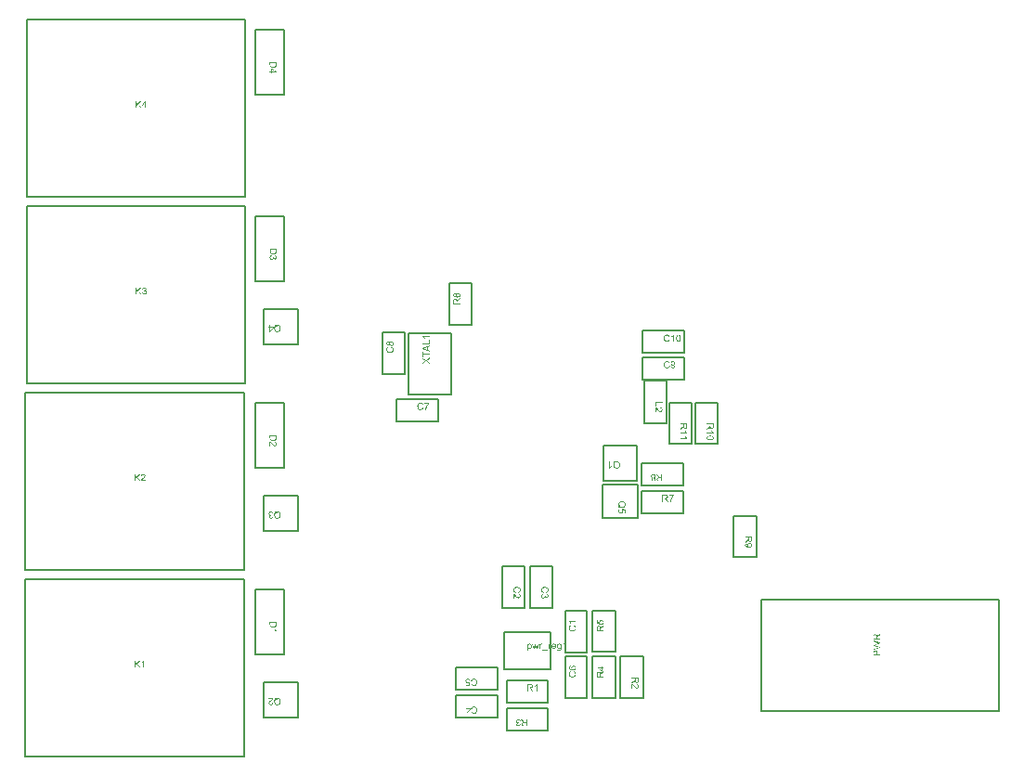
<source format=gbr>
%TF.GenerationSoftware,Altium Limited,Altium Designer,24.9.1 (31)*%
G04 Layer_Color=16711935*
%FSLAX45Y45*%
%MOMM*%
%TF.SameCoordinates,E37428AF-A4AF-452D-A059-51B4F3D01195*%
%TF.FilePolarity,Positive*%
%TF.FileFunction,Other,Top_Assembly*%
%TF.Part,Single*%
G01*
G75*
%TA.AperFunction,NonConductor*%
%ADD47C,0.20000*%
G36*
X11132310Y7923284D02*
X11160139D01*
Y7916073D01*
X11130831Y7874652D01*
X11124451D01*
Y7916073D01*
X11115760D01*
Y7923284D01*
X11124451D01*
Y7938632D01*
X11132310D01*
Y7923284D01*
D02*
G37*
G36*
X11167166Y7943532D02*
X11167536Y7943347D01*
X11168090Y7943162D01*
X11168738Y7942885D01*
X11169477Y7942515D01*
X11170309Y7942145D01*
X11171234Y7941683D01*
X11173268Y7940573D01*
X11175579Y7939279D01*
X11178076Y7937615D01*
X11180664Y7935766D01*
X11180757D01*
X11180942Y7935951D01*
X11181404Y7936136D01*
X11181866Y7936413D01*
X11182606Y7936690D01*
X11183346Y7937060D01*
X11184270Y7937337D01*
X11185287Y7937707D01*
X11186397Y7938077D01*
X11187599Y7938447D01*
X11190280Y7939094D01*
X11193238Y7939556D01*
X11194810Y7939649D01*
X11196382Y7939741D01*
X11197214D01*
X11197861Y7939649D01*
X11198601D01*
X11199525Y7939556D01*
X11200542Y7939371D01*
X11201652Y7939187D01*
X11204056Y7938724D01*
X11206737Y7937985D01*
X11209511Y7936968D01*
X11210805Y7936320D01*
X11212192Y7935581D01*
X11212284Y7935488D01*
X11212469Y7935396D01*
X11212839Y7935118D01*
X11213301Y7934841D01*
X11213949Y7934379D01*
X11214596Y7933824D01*
X11216168Y7932530D01*
X11217924Y7930866D01*
X11219681Y7928831D01*
X11221438Y7926520D01*
X11223009Y7923839D01*
Y7923746D01*
X11223194Y7923469D01*
X11223379Y7923099D01*
X11223564Y7922544D01*
X11223841Y7921805D01*
X11224211Y7920973D01*
X11224581Y7919956D01*
X11224858Y7918846D01*
X11225228Y7917644D01*
X11225598Y7916350D01*
X11225875Y7914963D01*
X11226245Y7913391D01*
X11226615Y7910155D01*
X11226800Y7906735D01*
Y7906642D01*
Y7906272D01*
Y7905810D01*
X11226708Y7905163D01*
Y7904331D01*
X11226615Y7903314D01*
X11226523Y7902204D01*
X11226338Y7901002D01*
X11225875Y7898321D01*
X11225228Y7895455D01*
X11224304Y7892404D01*
X11223009Y7889445D01*
X11222917Y7889353D01*
X11222824Y7889075D01*
X11222639Y7888706D01*
X11222270Y7888151D01*
X11221900Y7887504D01*
X11221438Y7886764D01*
X11220143Y7885007D01*
X11218664Y7883158D01*
X11216722Y7881217D01*
X11214596Y7879275D01*
X11212099Y7877611D01*
X11212007Y7877518D01*
X11211730Y7877426D01*
X11211360Y7877241D01*
X11210805Y7876964D01*
X11210158Y7876686D01*
X11209418Y7876316D01*
X11208494Y7875947D01*
X11207477Y7875577D01*
X11206275Y7875207D01*
X11205073Y7874837D01*
X11202392Y7874190D01*
X11199433Y7873728D01*
X11197861Y7873543D01*
X11195365D01*
X11194718Y7873635D01*
X11193886D01*
X11193054Y7873728D01*
X11191944Y7873913D01*
X11190835Y7874098D01*
X11188431Y7874560D01*
X11185657Y7875299D01*
X11182976Y7876409D01*
X11181589Y7877056D01*
X11180202Y7877796D01*
X11180110Y7877888D01*
X11179925Y7877981D01*
X11179555Y7878258D01*
X11179000Y7878535D01*
X11178446Y7878998D01*
X11177706Y7879552D01*
X11176134Y7880847D01*
X11174470Y7882511D01*
X11172621Y7884545D01*
X11170864Y7886949D01*
X11169385Y7889630D01*
Y7889723D01*
X11169200Y7890000D01*
X11169015Y7890370D01*
X11168830Y7890925D01*
X11168460Y7891664D01*
X11168183Y7892496D01*
X11167813Y7893513D01*
X11167443Y7894623D01*
X11167166Y7895825D01*
X11166796Y7897119D01*
X11166426Y7898506D01*
X11166149Y7899985D01*
X11165779Y7903221D01*
X11165594Y7906642D01*
Y7906735D01*
Y7907012D01*
Y7907382D01*
Y7907936D01*
X11165687Y7908676D01*
Y7909508D01*
X11165779Y7910433D01*
X11165871Y7911357D01*
X11166149Y7913576D01*
X11166611Y7915980D01*
X11167166Y7918476D01*
X11167998Y7920880D01*
Y7920973D01*
X11168090Y7921158D01*
X11168275Y7921527D01*
X11168460Y7921897D01*
X11168738Y7922452D01*
X11169015Y7923099D01*
X11169755Y7924579D01*
X11170772Y7926335D01*
X11172066Y7928184D01*
X11173545Y7930033D01*
X11175210Y7931883D01*
X11175117D01*
X11174932Y7932067D01*
X11174655Y7932252D01*
X11174193Y7932530D01*
X11173730Y7932900D01*
X11173083Y7933269D01*
X11171696Y7934101D01*
X11170032Y7935118D01*
X11168183Y7936136D01*
X11166241Y7936968D01*
X11164392Y7937800D01*
X11166889Y7943624D01*
X11166981D01*
X11167166Y7943532D01*
D02*
G37*
G36*
X14751012Y7609905D02*
X14751843Y7609812D01*
X14752859Y7609720D01*
X14753877Y7609627D01*
X14755080Y7609350D01*
X14757576Y7608795D01*
X14760349Y7607963D01*
X14761736Y7607408D01*
X14763029Y7606761D01*
X14764325Y7605929D01*
X14765619Y7605097D01*
X14765712Y7605005D01*
X14765897Y7604912D01*
X14766266Y7604635D01*
X14766730Y7604172D01*
X14767191Y7603710D01*
X14767838Y7603063D01*
X14768484Y7602323D01*
X14769225Y7601584D01*
X14769965Y7600659D01*
X14770705Y7599550D01*
X14771536Y7598440D01*
X14772276Y7597238D01*
X14772923Y7595851D01*
X14773663Y7594465D01*
X14774219Y7592985D01*
X14774773Y7591321D01*
X14766451Y7589380D01*
Y7589472D01*
X14766359Y7589657D01*
X14766174Y7590027D01*
X14765990Y7590489D01*
X14765804Y7591044D01*
X14765527Y7591783D01*
X14764787Y7593263D01*
X14763863Y7594927D01*
X14762753Y7596591D01*
X14761366Y7598163D01*
X14759888Y7599550D01*
X14759702Y7599735D01*
X14759148Y7600104D01*
X14758223Y7600567D01*
X14757021Y7601214D01*
X14755449Y7601769D01*
X14753693Y7602323D01*
X14751566Y7602693D01*
X14749254Y7602786D01*
X14748515D01*
X14748053Y7602693D01*
X14747404D01*
X14746666Y7602601D01*
X14744910Y7602323D01*
X14742967Y7601954D01*
X14740933Y7601306D01*
X14738808Y7600382D01*
X14736865Y7599180D01*
X14736774D01*
X14736681Y7598995D01*
X14736034Y7598533D01*
X14735201Y7597793D01*
X14734184Y7596684D01*
X14732982Y7595297D01*
X14731873Y7593725D01*
X14730856Y7591783D01*
X14729932Y7589657D01*
Y7589564D01*
X14729839Y7589380D01*
X14729745Y7589102D01*
X14729654Y7588640D01*
X14729469Y7588085D01*
X14729285Y7587438D01*
X14729007Y7585866D01*
X14728638Y7584017D01*
X14728267Y7581983D01*
X14728082Y7579764D01*
X14727991Y7577360D01*
Y7577268D01*
Y7576990D01*
Y7576528D01*
Y7575973D01*
X14728082Y7575326D01*
Y7574494D01*
X14728175Y7573570D01*
X14728267Y7572553D01*
X14728545Y7570334D01*
X14729007Y7567930D01*
X14729561Y7565526D01*
X14730301Y7563122D01*
Y7563030D01*
X14730392Y7562845D01*
X14730579Y7562567D01*
X14730763Y7562105D01*
X14731319Y7560996D01*
X14732150Y7559701D01*
X14733167Y7558222D01*
X14734462Y7556650D01*
X14735941Y7555263D01*
X14737697Y7553969D01*
X14737790D01*
X14737975Y7553876D01*
X14738252Y7553692D01*
X14738622Y7553507D01*
X14739084Y7553322D01*
X14739639Y7553044D01*
X14740933Y7552490D01*
X14742598Y7551935D01*
X14744447Y7551473D01*
X14746481Y7551103D01*
X14748607Y7551010D01*
X14749254D01*
X14749809Y7551103D01*
X14750456D01*
X14751105Y7551195D01*
X14752768Y7551565D01*
X14754709Y7552027D01*
X14756651Y7552767D01*
X14758685Y7553784D01*
X14759702Y7554339D01*
X14760628Y7555078D01*
X14760719Y7555171D01*
X14760811Y7555263D01*
X14761089Y7555541D01*
X14761459Y7555818D01*
X14761829Y7556280D01*
X14762291Y7556835D01*
X14762846Y7557390D01*
X14763309Y7558129D01*
X14763863Y7558962D01*
X14764510Y7559886D01*
X14765063Y7560811D01*
X14765619Y7561920D01*
X14766081Y7563122D01*
X14766544Y7564416D01*
X14767006Y7565803D01*
X14767377Y7567283D01*
X14775882Y7565156D01*
Y7565064D01*
X14775789Y7564694D01*
X14775604Y7564139D01*
X14775327Y7563399D01*
X14775050Y7562567D01*
X14774680Y7561550D01*
X14774219Y7560441D01*
X14773663Y7559239D01*
X14772368Y7556650D01*
X14770705Y7554061D01*
X14769687Y7552767D01*
X14768671Y7551473D01*
X14767561Y7550363D01*
X14766266Y7549254D01*
X14766174Y7549161D01*
X14765990Y7548976D01*
X14765527Y7548791D01*
X14765063Y7548422D01*
X14764325Y7547959D01*
X14763585Y7547497D01*
X14762569Y7547035D01*
X14761551Y7546572D01*
X14760349Y7546018D01*
X14759055Y7545555D01*
X14757668Y7545093D01*
X14756189Y7544631D01*
X14754617Y7544261D01*
X14752953Y7544076D01*
X14751196Y7543891D01*
X14749347Y7543799D01*
X14748331D01*
X14747591Y7543891D01*
X14746758D01*
X14745741Y7543984D01*
X14744632Y7544169D01*
X14743336Y7544353D01*
X14740656Y7544816D01*
X14737881Y7545555D01*
X14735109Y7546572D01*
X14733813Y7547220D01*
X14732520Y7547959D01*
X14732426Y7548052D01*
X14732243Y7548144D01*
X14731873Y7548422D01*
X14731503Y7548791D01*
X14730948Y7549161D01*
X14730301Y7549716D01*
X14729561Y7550363D01*
X14728822Y7551103D01*
X14728082Y7551935D01*
X14727251Y7552767D01*
X14725586Y7554893D01*
X14724014Y7557390D01*
X14722627Y7560163D01*
Y7560256D01*
X14722443Y7560533D01*
X14722350Y7560996D01*
X14722072Y7561550D01*
X14721887Y7562290D01*
X14721609Y7563214D01*
X14721240Y7564232D01*
X14720963Y7565341D01*
X14720686Y7566543D01*
X14720316Y7567930D01*
X14719853Y7570796D01*
X14719484Y7574032D01*
X14719299Y7577360D01*
Y7577453D01*
Y7577823D01*
Y7578377D01*
X14719391Y7579024D01*
Y7579949D01*
X14719484Y7580874D01*
X14719576Y7582076D01*
X14719762Y7583277D01*
X14720222Y7585959D01*
X14720869Y7588917D01*
X14721796Y7591876D01*
X14723090Y7594742D01*
X14723183Y7594834D01*
X14723274Y7595112D01*
X14723459Y7595482D01*
X14723830Y7595944D01*
X14724199Y7596591D01*
X14724661Y7597331D01*
X14725864Y7598995D01*
X14727435Y7600844D01*
X14729285Y7602693D01*
X14731410Y7604542D01*
X14733907Y7606114D01*
X14734000Y7606207D01*
X14734277Y7606299D01*
X14734647Y7606484D01*
X14735109Y7606761D01*
X14735847Y7607039D01*
X14736588Y7607316D01*
X14737514Y7607686D01*
X14738530Y7608056D01*
X14739639Y7608425D01*
X14740842Y7608795D01*
X14743430Y7609350D01*
X14746388Y7609812D01*
X14749438Y7609997D01*
X14750365D01*
X14751012Y7609905D01*
D02*
G37*
G36*
X14804266Y7609073D02*
X14804729D01*
X14805376Y7608980D01*
X14806947Y7608703D01*
X14808704Y7608333D01*
X14810645Y7607686D01*
X14812587Y7606854D01*
X14814528Y7605744D01*
X14814621D01*
X14814713Y7605559D01*
X14814992Y7605374D01*
X14815361Y7605097D01*
X14816286Y7604357D01*
X14817487Y7603340D01*
X14818689Y7601954D01*
X14820076Y7600289D01*
X14821278Y7598348D01*
X14822388Y7596129D01*
Y7596036D01*
X14822479Y7595851D01*
X14822665Y7595482D01*
X14822849Y7595019D01*
X14823035Y7594372D01*
X14823312Y7593540D01*
X14823497Y7592615D01*
X14823775Y7591598D01*
X14824051Y7590397D01*
X14824329Y7589010D01*
X14824513Y7587530D01*
X14824699Y7585959D01*
X14824883Y7584202D01*
X14825069Y7582353D01*
X14825162Y7580319D01*
Y7578192D01*
Y7578100D01*
Y7577638D01*
Y7576990D01*
Y7576158D01*
X14825069Y7575141D01*
Y7573939D01*
X14824976Y7572553D01*
X14824791Y7571166D01*
X14824513Y7568022D01*
X14824051Y7564694D01*
X14823404Y7561550D01*
X14822942Y7559979D01*
X14822479Y7558592D01*
Y7558499D01*
X14822388Y7558314D01*
X14822202Y7557944D01*
X14822017Y7557390D01*
X14821741Y7556835D01*
X14821370Y7556095D01*
X14820445Y7554524D01*
X14819336Y7552767D01*
X14818042Y7550918D01*
X14816377Y7549161D01*
X14814528Y7547589D01*
X14814436D01*
X14814252Y7547405D01*
X14813974Y7547220D01*
X14813605Y7547035D01*
X14813049Y7546757D01*
X14812494Y7546387D01*
X14811755Y7546018D01*
X14811015Y7545740D01*
X14809258Y7545001D01*
X14807132Y7544353D01*
X14804820Y7543984D01*
X14802232Y7543799D01*
X14801492D01*
X14801030Y7543891D01*
X14800383D01*
X14799643Y7543984D01*
X14797887Y7544353D01*
X14795946Y7544816D01*
X14793912Y7545555D01*
X14791878Y7546572D01*
X14790860Y7547220D01*
X14789935Y7547959D01*
X14789844Y7548052D01*
X14789751Y7548144D01*
X14789473Y7548422D01*
X14789195Y7548699D01*
X14788826Y7549161D01*
X14788364Y7549716D01*
X14787439Y7551010D01*
X14786514Y7552675D01*
X14785590Y7554709D01*
X14784850Y7557020D01*
X14784296Y7559701D01*
X14791878Y7560348D01*
Y7560256D01*
X14791969Y7560071D01*
Y7559886D01*
X14792062Y7559516D01*
X14792339Y7558499D01*
X14792709Y7557390D01*
X14793172Y7556095D01*
X14793819Y7554801D01*
X14794559Y7553599D01*
X14795482Y7552582D01*
X14795575Y7552490D01*
X14795946Y7552212D01*
X14796593Y7551842D01*
X14797331Y7551473D01*
X14798349Y7551010D01*
X14799551Y7550640D01*
X14800937Y7550363D01*
X14802417Y7550271D01*
X14803064D01*
X14803711Y7550363D01*
X14804543Y7550456D01*
X14805560Y7550640D01*
X14806577Y7550918D01*
X14807687Y7551288D01*
X14808704Y7551842D01*
X14808797Y7551935D01*
X14809166Y7552120D01*
X14809721Y7552490D01*
X14810275Y7553044D01*
X14811015Y7553692D01*
X14811755Y7554431D01*
X14812494Y7555263D01*
X14813234Y7556280D01*
X14813326Y7556373D01*
X14813512Y7556835D01*
X14813881Y7557482D01*
X14814252Y7558314D01*
X14814713Y7559424D01*
X14815176Y7560718D01*
X14815639Y7562197D01*
X14816100Y7563862D01*
Y7563954D01*
X14816193Y7564047D01*
Y7564324D01*
X14816286Y7564694D01*
X14816470Y7565618D01*
X14816747Y7566820D01*
X14816933Y7568300D01*
X14817117Y7569871D01*
X14817210Y7571628D01*
X14817302Y7573477D01*
Y7573570D01*
Y7573847D01*
Y7574309D01*
Y7575049D01*
X14817210Y7574864D01*
X14816840Y7574402D01*
X14816286Y7573754D01*
X14815639Y7572830D01*
X14814713Y7571905D01*
X14813605Y7570888D01*
X14812309Y7569871D01*
X14810831Y7568947D01*
X14810645Y7568854D01*
X14810091Y7568577D01*
X14809258Y7568207D01*
X14808241Y7567837D01*
X14806854Y7567375D01*
X14805376Y7567005D01*
X14803711Y7566728D01*
X14801955Y7566635D01*
X14801215D01*
X14800661Y7566728D01*
X14799921Y7566820D01*
X14799181Y7566913D01*
X14798256Y7567098D01*
X14797331Y7567375D01*
X14795206Y7568022D01*
X14794096Y7568484D01*
X14792986Y7569039D01*
X14791785Y7569686D01*
X14790675Y7570519D01*
X14789565Y7571351D01*
X14788548Y7572368D01*
X14788457Y7572460D01*
X14788271Y7572645D01*
X14788086Y7572922D01*
X14787717Y7573385D01*
X14787254Y7574032D01*
X14786792Y7574679D01*
X14786330Y7575511D01*
X14785867Y7576436D01*
X14785312Y7577453D01*
X14784850Y7578562D01*
X14784389Y7579857D01*
X14783925Y7581151D01*
X14783556Y7582630D01*
X14783371Y7584202D01*
X14783186Y7585774D01*
X14783093Y7587530D01*
Y7587623D01*
Y7587993D01*
Y7588455D01*
X14783186Y7589102D01*
X14783278Y7589934D01*
X14783371Y7590951D01*
X14783556Y7591968D01*
X14783833Y7593170D01*
X14784480Y7595574D01*
X14784943Y7596868D01*
X14785497Y7598255D01*
X14786143Y7599550D01*
X14786977Y7600752D01*
X14787810Y7602046D01*
X14788826Y7603155D01*
X14788918Y7603248D01*
X14789104Y7603433D01*
X14789380Y7603710D01*
X14789844Y7604080D01*
X14790398Y7604542D01*
X14791138Y7605097D01*
X14791878Y7605559D01*
X14792801Y7606207D01*
X14793726Y7606761D01*
X14794835Y7607224D01*
X14797331Y7608241D01*
X14798627Y7608610D01*
X14800105Y7608888D01*
X14801585Y7609073D01*
X14803156Y7609165D01*
X14803804D01*
X14804266Y7609073D01*
D02*
G37*
G36*
X15175089Y7010323D02*
X15174995Y7009583D01*
Y7008751D01*
X15174902Y7006809D01*
X15174625Y7004775D01*
X15174348Y7002556D01*
X15173886Y7000522D01*
X15173608Y6999505D01*
X15173331Y6998673D01*
Y6998581D01*
X15173239Y6998488D01*
X15172961Y6997934D01*
X15172591Y6997102D01*
X15171944Y6996085D01*
X15171112Y6994975D01*
X15170003Y6993773D01*
X15168707Y6992664D01*
X15167229Y6991554D01*
X15167137D01*
X15167044Y6991462D01*
X15166489Y6991092D01*
X15165565Y6990722D01*
X15164363Y6990167D01*
X15162976Y6989705D01*
X15161311Y6989243D01*
X15159555Y6988965D01*
X15157614Y6988873D01*
X15157521D01*
X15157336D01*
X15156966D01*
X15156503Y6988965D01*
X15155856D01*
X15155209Y6989058D01*
X15153638Y6989428D01*
X15151788Y6989982D01*
X15149847Y6990722D01*
X15147906Y6991832D01*
X15146980Y6992571D01*
X15146057Y6993311D01*
X15145964Y6993403D01*
X15145872Y6993496D01*
X15145593Y6993773D01*
X15145317Y6994143D01*
X15144946Y6994605D01*
X15144577Y6995160D01*
X15144115Y6995900D01*
X15143559Y6996639D01*
X15143098Y6997564D01*
X15142636Y6998581D01*
X15142081Y6999690D01*
X15141618Y7000892D01*
X15141249Y7002279D01*
X15140787Y7003666D01*
X15140509Y7005238D01*
X15140231Y7006902D01*
X15140138Y7006717D01*
X15139954Y7006347D01*
X15139584Y7005792D01*
X15139215Y7005053D01*
X15138197Y7003389D01*
X15137550Y7002556D01*
X15136996Y7001817D01*
X15136810Y7001632D01*
X15136349Y7001170D01*
X15135609Y7000430D01*
X15134685Y6999505D01*
X15133389Y6998488D01*
X15132002Y6997286D01*
X15130339Y6996085D01*
X15128490Y6994790D01*
X15111108Y6983788D01*
Y6994328D01*
X15124422Y7002741D01*
X15124513D01*
X15124699Y7002926D01*
X15124977Y7003111D01*
X15125346Y7003389D01*
X15126363Y7004036D01*
X15127658Y7004868D01*
X15129045Y7005885D01*
X15130524Y7006902D01*
X15131911Y7007919D01*
X15133205Y7008843D01*
X15133298Y7008936D01*
X15133667Y7009213D01*
X15134222Y7009676D01*
X15134869Y7010323D01*
X15136256Y7011710D01*
X15136903Y7012449D01*
X15137457Y7013189D01*
X15137550Y7013281D01*
X15137643Y7013466D01*
X15137828Y7013836D01*
X15138104Y7014391D01*
X15138383Y7014946D01*
X15138660Y7015593D01*
X15139122Y7017072D01*
Y7017165D01*
X15139215Y7017349D01*
Y7017719D01*
X15139307Y7018182D01*
X15139400Y7018829D01*
Y7019568D01*
X15139491Y7020585D01*
Y7031495D01*
X15111108D01*
Y7040001D01*
X15175089D01*
Y7010323D01*
D02*
G37*
G36*
X15159277Y6972693D02*
X15159464Y6972508D01*
X15159555Y6972138D01*
X15159833Y6971676D01*
X15160110Y6971121D01*
X15160480Y6970474D01*
X15161404Y6968902D01*
X15162421Y6967053D01*
X15163716Y6965204D01*
X15165195Y6963263D01*
X15166766Y6961321D01*
X15166859Y6961229D01*
X15166953Y6961136D01*
X15167229Y6960859D01*
X15167506Y6960489D01*
X15168431Y6959657D01*
X15169540Y6958547D01*
X15170834Y6957438D01*
X15172314Y6956236D01*
X15173793Y6955219D01*
X15175365Y6954294D01*
Y6949209D01*
X15111108D01*
Y6957068D01*
X15161127D01*
X15161034Y6957161D01*
X15160664Y6957623D01*
X15160110Y6958178D01*
X15159464Y6959102D01*
X15158630Y6960119D01*
X15157706Y6961414D01*
X15156689Y6962893D01*
X15155672Y6964557D01*
Y6964650D01*
X15155580Y6964742D01*
X15155209Y6965297D01*
X15154747Y6966221D01*
X15154193Y6967331D01*
X15153546Y6968625D01*
X15152898Y6970012D01*
X15152251Y6971399D01*
X15151695Y6972786D01*
X15159277D01*
Y6972693D01*
D02*
G37*
G36*
X15145502Y6928962D02*
X15146611D01*
X15147813Y6928869D01*
X15149200Y6928777D01*
X15152066Y6928499D01*
X15155116Y6928037D01*
X15158168Y6927482D01*
X15159555Y6927112D01*
X15160942Y6926743D01*
X15161034D01*
X15161218Y6926650D01*
X15161589Y6926465D01*
X15162051Y6926280D01*
X15162698Y6926095D01*
X15163345Y6925726D01*
X15164919Y6924986D01*
X15166582Y6924061D01*
X15168338Y6922859D01*
X15170094Y6921473D01*
X15171574Y6919808D01*
Y6919716D01*
X15171759Y6919623D01*
X15171944Y6919346D01*
X15172128Y6918976D01*
X15172499Y6918514D01*
X15172775Y6917959D01*
X15173515Y6916572D01*
X15174162Y6914908D01*
X15174809Y6912967D01*
X15175180Y6910655D01*
X15175365Y6908159D01*
Y6907327D01*
X15175273Y6906310D01*
X15175089Y6905108D01*
X15174809Y6903721D01*
X15174442Y6902242D01*
X15173978Y6900670D01*
X15173239Y6899191D01*
Y6899098D01*
X15173146Y6899006D01*
X15172868Y6898543D01*
X15172408Y6897804D01*
X15171759Y6896879D01*
X15170834Y6895862D01*
X15169818Y6894753D01*
X15168616Y6893736D01*
X15167229Y6892719D01*
X15167044Y6892626D01*
X15166582Y6892256D01*
X15165750Y6891887D01*
X15164548Y6891239D01*
X15163161Y6890685D01*
X15161589Y6889945D01*
X15159740Y6889298D01*
X15157706Y6888743D01*
X15157614D01*
X15157430Y6888651D01*
X15157150Y6888558D01*
X15156689Y6888466D01*
X15156134Y6888373D01*
X15155487Y6888281D01*
X15154655Y6888096D01*
X15153729Y6888003D01*
X15152713Y6887819D01*
X15151604Y6887726D01*
X15150310Y6887634D01*
X15149014Y6887449D01*
X15147536Y6887356D01*
X15146057D01*
X15144392Y6887264D01*
X15142636D01*
X15142543D01*
X15142172D01*
X15141525D01*
X15140787D01*
X15139771Y6887356D01*
X15138660D01*
X15137457Y6887449D01*
X15136163Y6887541D01*
X15133205Y6887819D01*
X15130154Y6888281D01*
X15127196Y6888836D01*
X15125809Y6889205D01*
X15124422Y6889668D01*
X15124329D01*
X15124146Y6889760D01*
X15123775Y6889945D01*
X15123312Y6890130D01*
X15122665Y6890315D01*
X15122018Y6890685D01*
X15120445Y6891424D01*
X15118782Y6892349D01*
X15116933Y6893551D01*
X15115269Y6894938D01*
X15113696Y6896602D01*
Y6896694D01*
X15113512Y6896787D01*
X15113327Y6897064D01*
X15113142Y6897434D01*
X15112865Y6897896D01*
X15112495Y6898359D01*
X15111848Y6899745D01*
X15111201Y6901410D01*
X15110553Y6903351D01*
X15110184Y6905663D01*
X15109999Y6908159D01*
Y6909083D01*
X15110091Y6909731D01*
X15110184Y6910470D01*
X15110368Y6911395D01*
X15110553Y6912412D01*
X15110831Y6913521D01*
X15111201Y6914631D01*
X15111571Y6915833D01*
X15112125Y6917035D01*
X15112772Y6918237D01*
X15113512Y6919439D01*
X15114436Y6920640D01*
X15115454Y6921750D01*
X15116563Y6922767D01*
X15116656Y6922859D01*
X15116933Y6923044D01*
X15117395Y6923322D01*
X15118135Y6923784D01*
X15118967Y6924246D01*
X15120076Y6924709D01*
X15121371Y6925356D01*
X15122850Y6925910D01*
X15124513Y6926465D01*
X15126456Y6927020D01*
X15128581Y6927575D01*
X15130986Y6928037D01*
X15133575Y6928499D01*
X15136349Y6928777D01*
X15139400Y6928962D01*
X15142636Y6929054D01*
X15142728D01*
X15143098D01*
X15143745D01*
X15144485D01*
X15145502Y6928962D01*
D02*
G37*
G36*
X14933978Y7011862D02*
X14933887Y7011122D01*
Y7010290D01*
X14933794Y7008349D01*
X14933516Y7006315D01*
X14933238Y7004096D01*
X14932776Y7002062D01*
X14932500Y7001045D01*
X14932220Y7000213D01*
Y7000120D01*
X14932129Y7000028D01*
X14931853Y6999473D01*
X14931482Y6998641D01*
X14930835Y6997624D01*
X14930002Y6996514D01*
X14928893Y6995312D01*
X14927599Y6994203D01*
X14926118Y6993093D01*
X14926027D01*
X14925934Y6993001D01*
X14925380Y6992631D01*
X14924455Y6992261D01*
X14923253Y6991707D01*
X14921866Y6991244D01*
X14920203Y6990782D01*
X14918445Y6990505D01*
X14916504Y6990412D01*
X14916411D01*
X14916226D01*
X14915857D01*
X14915395Y6990505D01*
X14914748D01*
X14914101Y6990597D01*
X14912527Y6990967D01*
X14910680Y6991522D01*
X14908739Y6992261D01*
X14906796Y6993371D01*
X14905872Y6994110D01*
X14904947Y6994850D01*
X14904854Y6994943D01*
X14904762Y6995035D01*
X14904485Y6995312D01*
X14904207Y6995682D01*
X14903838Y6996145D01*
X14903468Y6996699D01*
X14903004Y6997439D01*
X14902451Y6998179D01*
X14901988Y6999103D01*
X14901526Y7000120D01*
X14900970Y7001230D01*
X14900510Y7002432D01*
X14900139Y7003818D01*
X14899677Y7005205D01*
X14899399Y7006777D01*
X14899123Y7008441D01*
X14899030Y7008256D01*
X14898845Y7007886D01*
X14898476Y7007332D01*
X14898105Y7006592D01*
X14897089Y7004928D01*
X14896442Y7004096D01*
X14895886Y7003356D01*
X14895702Y7003171D01*
X14895239Y7002709D01*
X14894499Y7001969D01*
X14893575Y7001045D01*
X14892281Y7000028D01*
X14890894Y6998826D01*
X14889229Y6997624D01*
X14887379Y6996329D01*
X14869998Y6985327D01*
Y6995867D01*
X14883311Y7004281D01*
X14883405D01*
X14883589Y7004466D01*
X14883867Y7004650D01*
X14884238Y7004928D01*
X14885254Y7005575D01*
X14886548Y7006407D01*
X14887935Y7007424D01*
X14889413Y7008441D01*
X14890800Y7009458D01*
X14892094Y7010383D01*
X14892188Y7010475D01*
X14892558Y7010753D01*
X14893112Y7011215D01*
X14893761Y7011862D01*
X14895146Y7013249D01*
X14895795Y7013989D01*
X14896349Y7014728D01*
X14896442Y7014821D01*
X14896533Y7015006D01*
X14896718Y7015375D01*
X14896996Y7015930D01*
X14897273Y7016485D01*
X14897549Y7017132D01*
X14898013Y7018611D01*
Y7018704D01*
X14898105Y7018889D01*
Y7019259D01*
X14898198Y7019721D01*
X14898289Y7020368D01*
Y7021108D01*
X14898383Y7022125D01*
Y7033034D01*
X14869998D01*
Y7041540D01*
X14933978D01*
Y7011862D01*
D02*
G37*
G36*
X14918169Y6974232D02*
X14918353Y6974048D01*
X14918445Y6973678D01*
X14918723Y6973215D01*
X14919000Y6972661D01*
X14919370Y6972013D01*
X14920296Y6970442D01*
X14921312Y6968593D01*
X14922606Y6966743D01*
X14924084Y6964802D01*
X14925658Y6962860D01*
X14925749Y6962768D01*
X14925842Y6962675D01*
X14926118Y6962398D01*
X14926398Y6962028D01*
X14927321Y6961196D01*
X14928432Y6960087D01*
X14929726Y6958977D01*
X14931204Y6957775D01*
X14932684Y6956758D01*
X14934254Y6955834D01*
Y6950749D01*
X14869998D01*
Y6958607D01*
X14920016D01*
X14919925Y6958700D01*
X14919556Y6959162D01*
X14919000Y6959717D01*
X14918353Y6960641D01*
X14917522Y6961658D01*
X14916595Y6962953D01*
X14915579Y6964432D01*
X14914561Y6966096D01*
Y6966189D01*
X14914470Y6966281D01*
X14914101Y6966836D01*
X14913638Y6967761D01*
X14913083Y6968870D01*
X14912436Y6970164D01*
X14911789Y6971551D01*
X14911140Y6972938D01*
X14910587Y6974325D01*
X14918169D01*
Y6974232D01*
D02*
G37*
G36*
Y6924491D02*
X14918353Y6924306D01*
X14918445Y6923936D01*
X14918723Y6923474D01*
X14919000Y6922919D01*
X14919370Y6922272D01*
X14920296Y6920700D01*
X14921312Y6918851D01*
X14922606Y6917002D01*
X14924084Y6915061D01*
X14925658Y6913119D01*
X14925749Y6913027D01*
X14925842Y6912934D01*
X14926118Y6912657D01*
X14926398Y6912287D01*
X14927321Y6911455D01*
X14928432Y6910345D01*
X14929726Y6909236D01*
X14931204Y6908034D01*
X14932684Y6907017D01*
X14934254Y6906092D01*
Y6901007D01*
X14869998D01*
Y6908866D01*
X14920016D01*
X14919925Y6908958D01*
X14919556Y6909421D01*
X14919000Y6909976D01*
X14918353Y6910900D01*
X14917522Y6911917D01*
X14916595Y6913211D01*
X14915579Y6914691D01*
X14914561Y6916355D01*
Y6916447D01*
X14914470Y6916540D01*
X14914101Y6917095D01*
X14913638Y6918019D01*
X14913083Y6919129D01*
X14912436Y6920423D01*
X14911789Y6921810D01*
X14911140Y6923197D01*
X14910587Y6924584D01*
X14918169D01*
Y6924491D01*
D02*
G37*
G36*
X15525089Y5980323D02*
X15524995Y5979583D01*
Y5978751D01*
X15524902Y5976809D01*
X15524626Y5974775D01*
X15524348Y5972556D01*
X15523886Y5970522D01*
X15523608Y5969505D01*
X15523331Y5968673D01*
Y5968581D01*
X15523239Y5968488D01*
X15522961Y5967933D01*
X15522592Y5967101D01*
X15521945Y5966084D01*
X15521112Y5964975D01*
X15520003Y5963773D01*
X15518709Y5962663D01*
X15517229Y5961554D01*
X15517137D01*
X15517044Y5961462D01*
X15516490Y5961092D01*
X15515565Y5960722D01*
X15514363Y5960167D01*
X15512976Y5959705D01*
X15511311Y5959243D01*
X15509555Y5958965D01*
X15507614Y5958873D01*
X15507521D01*
X15507336D01*
X15506967D01*
X15506503Y5958965D01*
X15505856D01*
X15505209Y5959058D01*
X15503638Y5959428D01*
X15501788Y5959982D01*
X15499847Y5960722D01*
X15497906Y5961831D01*
X15496980Y5962571D01*
X15496057Y5963311D01*
X15495964Y5963403D01*
X15495872Y5963496D01*
X15495595Y5963773D01*
X15495317Y5964143D01*
X15494946Y5964605D01*
X15494579Y5965160D01*
X15494115Y5965899D01*
X15493561Y5966639D01*
X15493098Y5967564D01*
X15492636Y5968581D01*
X15492081Y5969690D01*
X15491618Y5970892D01*
X15491249Y5972279D01*
X15490787Y5973666D01*
X15490511Y5975237D01*
X15490231Y5976902D01*
X15490140Y5976717D01*
X15489955Y5976347D01*
X15489584Y5975792D01*
X15489215Y5975053D01*
X15488197Y5973388D01*
X15487550Y5972556D01*
X15486996Y5971817D01*
X15486810Y5971632D01*
X15486349Y5971169D01*
X15485609Y5970430D01*
X15484685Y5969505D01*
X15483389Y5968488D01*
X15482004Y5967286D01*
X15480339Y5966084D01*
X15478490Y5964790D01*
X15461108Y5953788D01*
Y5964328D01*
X15474422Y5972741D01*
X15474515D01*
X15474699Y5972926D01*
X15474977Y5973111D01*
X15475346Y5973388D01*
X15476364Y5974036D01*
X15477658Y5974868D01*
X15479045Y5975885D01*
X15480524Y5976902D01*
X15481911Y5977919D01*
X15483206Y5978843D01*
X15483298Y5978936D01*
X15483669Y5979213D01*
X15484222Y5979675D01*
X15484869Y5980323D01*
X15486256Y5981709D01*
X15486903Y5982449D01*
X15487457Y5983189D01*
X15487550Y5983281D01*
X15487643Y5983466D01*
X15487828Y5983836D01*
X15488106Y5984391D01*
X15488383Y5984945D01*
X15488660Y5985593D01*
X15489124Y5987072D01*
Y5987164D01*
X15489215Y5987349D01*
Y5987719D01*
X15489308Y5988181D01*
X15489400Y5988829D01*
Y5989568D01*
X15489493Y5990585D01*
Y6001495D01*
X15461108D01*
Y6010001D01*
X15525089D01*
Y5980323D01*
D02*
G37*
G36*
X15505302Y5948703D02*
X15506136Y5948610D01*
X15507152Y5948518D01*
X15508170Y5948333D01*
X15509370Y5948055D01*
X15511774Y5947408D01*
X15513069Y5946946D01*
X15514456Y5946391D01*
X15515750Y5945744D01*
X15516953Y5944912D01*
X15518246Y5944080D01*
X15519356Y5943063D01*
X15519447Y5942970D01*
X15519633Y5942785D01*
X15519911Y5942508D01*
X15520280Y5942046D01*
X15520743Y5941491D01*
X15521297Y5940751D01*
X15521761Y5940012D01*
X15522408Y5939087D01*
X15522961Y5938163D01*
X15523424Y5937053D01*
X15524442Y5934557D01*
X15524811Y5933262D01*
X15525089Y5931783D01*
X15525273Y5930304D01*
X15525365Y5928732D01*
Y5928085D01*
X15525273Y5927623D01*
Y5927160D01*
X15525182Y5926513D01*
X15524902Y5924941D01*
X15524533Y5923185D01*
X15523886Y5921243D01*
X15523055Y5919302D01*
X15521945Y5917360D01*
Y5917268D01*
X15521761Y5917175D01*
X15521574Y5916898D01*
X15521297Y5916528D01*
X15520558Y5915603D01*
X15519540Y5914401D01*
X15518153Y5913200D01*
X15516490Y5911813D01*
X15514548Y5910611D01*
X15512329Y5909501D01*
X15512238D01*
X15512051Y5909409D01*
X15511682Y5909224D01*
X15511220Y5909039D01*
X15510571Y5908854D01*
X15509740Y5908577D01*
X15508817Y5908392D01*
X15507799Y5908114D01*
X15506596Y5907837D01*
X15505209Y5907560D01*
X15503731Y5907375D01*
X15502159Y5907190D01*
X15500401Y5907005D01*
X15498553Y5906820D01*
X15496519Y5906728D01*
X15494392D01*
X15494299D01*
X15493839D01*
X15493192D01*
X15492358D01*
X15491342Y5906820D01*
X15490140D01*
X15488753Y5906912D01*
X15487366Y5907097D01*
X15484222Y5907375D01*
X15480894Y5907837D01*
X15477751Y5908484D01*
X15476180Y5908947D01*
X15474792Y5909409D01*
X15474699D01*
X15474515Y5909501D01*
X15474146Y5909686D01*
X15473590Y5909871D01*
X15473035Y5910148D01*
X15472296Y5910518D01*
X15470724Y5911443D01*
X15468967Y5912552D01*
X15467117Y5913847D01*
X15465363Y5915511D01*
X15463789Y5917360D01*
Y5917452D01*
X15463605Y5917637D01*
X15463420Y5917915D01*
X15463235Y5918285D01*
X15462958Y5918839D01*
X15462589Y5919394D01*
X15462218Y5920134D01*
X15461942Y5920873D01*
X15461201Y5922630D01*
X15460555Y5924757D01*
X15460184Y5927068D01*
X15459999Y5929657D01*
Y5930396D01*
X15460092Y5930859D01*
Y5931506D01*
X15460184Y5932245D01*
X15460555Y5934002D01*
X15461015Y5935944D01*
X15461755Y5937978D01*
X15462773Y5940012D01*
X15463420Y5941029D01*
X15464160Y5941953D01*
X15464252Y5942046D01*
X15464343Y5942138D01*
X15464622Y5942416D01*
X15464899Y5942693D01*
X15465363Y5943063D01*
X15465916Y5943525D01*
X15467210Y5944450D01*
X15468875Y5945374D01*
X15470909Y5946299D01*
X15473219Y5947038D01*
X15475900Y5947593D01*
X15476549Y5940012D01*
X15476456D01*
X15476271Y5939919D01*
X15476086D01*
X15475717Y5939827D01*
X15474699Y5939549D01*
X15473590Y5939180D01*
X15472296Y5938717D01*
X15471001Y5938070D01*
X15469798Y5937331D01*
X15468782Y5936406D01*
X15468690Y5936314D01*
X15468413Y5935944D01*
X15468044Y5935296D01*
X15467673Y5934557D01*
X15467210Y5933540D01*
X15466841Y5932338D01*
X15466563Y5930951D01*
X15466470Y5929472D01*
Y5928825D01*
X15466563Y5928177D01*
X15466656Y5927345D01*
X15466841Y5926328D01*
X15467117Y5925311D01*
X15467488Y5924202D01*
X15468044Y5923185D01*
X15468135Y5923092D01*
X15468320Y5922722D01*
X15468690Y5922168D01*
X15469244Y5921613D01*
X15469891Y5920873D01*
X15470631Y5920134D01*
X15471465Y5919394D01*
X15472481Y5918654D01*
X15472572Y5918562D01*
X15473035Y5918377D01*
X15473683Y5918007D01*
X15474515Y5917637D01*
X15475624Y5917175D01*
X15476918Y5916713D01*
X15478398Y5916251D01*
X15480061Y5915788D01*
X15480154D01*
X15480247Y5915696D01*
X15480524D01*
X15480894Y5915603D01*
X15481819Y5915418D01*
X15483022Y5915141D01*
X15484500Y5914956D01*
X15486072Y5914771D01*
X15487828Y5914679D01*
X15489677Y5914586D01*
X15489771D01*
X15490047D01*
X15490511D01*
X15491249D01*
X15491064Y5914679D01*
X15490602Y5915049D01*
X15489955Y5915603D01*
X15489030Y5916251D01*
X15488106Y5917175D01*
X15487090Y5918285D01*
X15486072Y5919579D01*
X15485147Y5921058D01*
X15485056Y5921243D01*
X15484776Y5921798D01*
X15484407Y5922630D01*
X15484038Y5923647D01*
X15483575Y5925034D01*
X15483206Y5926513D01*
X15482928Y5928177D01*
X15482835Y5929934D01*
Y5930674D01*
X15482928Y5931228D01*
X15483022Y5931968D01*
X15483113Y5932708D01*
X15483298Y5933632D01*
X15483575Y5934557D01*
X15484222Y5936683D01*
X15484685Y5937793D01*
X15485240Y5938902D01*
X15485887Y5940104D01*
X15486719Y5941214D01*
X15487550Y5942323D01*
X15488568Y5943340D01*
X15488660Y5943433D01*
X15488844Y5943618D01*
X15489124Y5943802D01*
X15489584Y5944172D01*
X15490231Y5944635D01*
X15490878Y5945097D01*
X15491711Y5945559D01*
X15492636Y5946021D01*
X15493652Y5946576D01*
X15494763Y5947038D01*
X15496057Y5947501D01*
X15497351Y5947963D01*
X15498831Y5948333D01*
X15500401Y5948518D01*
X15501974Y5948703D01*
X15503731Y5948795D01*
X15503822D01*
X15504193D01*
X15504655D01*
X15505302Y5948703D01*
D02*
G37*
G36*
X14809779Y6381552D02*
X14809686Y6381459D01*
X14809502Y6381274D01*
X14809132Y6380904D01*
X14808763Y6380350D01*
X14808208Y6379703D01*
X14807468Y6378963D01*
X14806729Y6378038D01*
X14805896Y6376929D01*
X14805064Y6375819D01*
X14804047Y6374525D01*
X14803030Y6373046D01*
X14802013Y6371566D01*
X14800903Y6369902D01*
X14799794Y6368146D01*
X14798685Y6366204D01*
X14797575Y6364262D01*
X14797482Y6364170D01*
X14797298Y6363800D01*
X14797021Y6363245D01*
X14796558Y6362413D01*
X14796095Y6361396D01*
X14795541Y6360287D01*
X14794894Y6358992D01*
X14794247Y6357513D01*
X14793507Y6355849D01*
X14792674Y6354185D01*
X14791936Y6352336D01*
X14791196Y6350394D01*
X14789717Y6346418D01*
X14788330Y6342165D01*
Y6342073D01*
X14788237Y6341796D01*
X14788145Y6341333D01*
X14787959Y6340779D01*
X14787775Y6340039D01*
X14787590Y6339114D01*
X14787312Y6338097D01*
X14787128Y6336988D01*
X14786852Y6335693D01*
X14786572Y6334307D01*
X14786111Y6331348D01*
X14785649Y6328112D01*
X14785371Y6324599D01*
X14777328D01*
Y6324691D01*
Y6324969D01*
Y6325338D01*
X14777420Y6325893D01*
Y6326633D01*
X14777512Y6327557D01*
X14777605Y6328574D01*
X14777698Y6329684D01*
X14777882Y6330978D01*
X14778067Y6332273D01*
X14778345Y6333844D01*
X14778622Y6335416D01*
X14778899Y6337080D01*
X14779269Y6338929D01*
X14780194Y6342720D01*
Y6342813D01*
X14780286Y6343182D01*
X14780470Y6343737D01*
X14780748Y6344569D01*
X14781026Y6345494D01*
X14781396Y6346603D01*
X14781766Y6347898D01*
X14782320Y6349284D01*
X14782875Y6350856D01*
X14783430Y6352428D01*
X14784818Y6355941D01*
X14786481Y6359640D01*
X14788330Y6363338D01*
X14788422Y6363430D01*
X14788606Y6363800D01*
X14788885Y6364262D01*
X14789255Y6365002D01*
X14789717Y6365834D01*
X14790364Y6366851D01*
X14791011Y6367961D01*
X14791751Y6369163D01*
X14793507Y6371844D01*
X14795357Y6374617D01*
X14797482Y6377484D01*
X14799702Y6380165D01*
X14768359D01*
Y6387746D01*
X14809779D01*
Y6381552D01*
D02*
G37*
G36*
X14737016Y6388486D02*
X14737849D01*
X14739790Y6388393D01*
X14741824Y6388116D01*
X14744043Y6387839D01*
X14746077Y6387376D01*
X14747095Y6387099D01*
X14747926Y6386822D01*
X14748019D01*
X14748111Y6386729D01*
X14748666Y6386452D01*
X14749498Y6386082D01*
X14750516Y6385435D01*
X14751625Y6384603D01*
X14752827Y6383493D01*
X14753935Y6382199D01*
X14755046Y6380720D01*
Y6380627D01*
X14755138Y6380535D01*
X14755508Y6379980D01*
X14755878Y6379055D01*
X14756433Y6377853D01*
X14756895Y6376467D01*
X14757356Y6374802D01*
X14757634Y6373046D01*
X14757727Y6371104D01*
Y6371012D01*
Y6370827D01*
Y6370457D01*
X14757634Y6369995D01*
Y6369347D01*
X14757542Y6368700D01*
X14757172Y6367128D01*
X14756618Y6365279D01*
X14755878Y6363338D01*
X14754768Y6361396D01*
X14754028Y6360472D01*
X14753288Y6359547D01*
X14753197Y6359455D01*
X14753104Y6359362D01*
X14752827Y6359085D01*
X14752457Y6358807D01*
X14751994Y6358438D01*
X14751440Y6358068D01*
X14750700Y6357606D01*
X14749960Y6357051D01*
X14749036Y6356589D01*
X14748019Y6356126D01*
X14746910Y6355571D01*
X14745708Y6355109D01*
X14744321Y6354739D01*
X14742934Y6354277D01*
X14741362Y6354000D01*
X14739697Y6353722D01*
X14739883Y6353630D01*
X14740253Y6353445D01*
X14740807Y6353075D01*
X14741547Y6352705D01*
X14743211Y6351688D01*
X14744043Y6351041D01*
X14744783Y6350486D01*
X14744968Y6350301D01*
X14745430Y6349839D01*
X14746170Y6349100D01*
X14747095Y6348175D01*
X14748111Y6346881D01*
X14749313Y6345494D01*
X14750516Y6343830D01*
X14751810Y6341980D01*
X14762811Y6324599D01*
X14752272D01*
X14743858Y6337912D01*
Y6338005D01*
X14743674Y6338190D01*
X14743489Y6338467D01*
X14743211Y6338837D01*
X14742564Y6339854D01*
X14741731Y6341148D01*
X14740715Y6342535D01*
X14739697Y6344014D01*
X14738681Y6345401D01*
X14737756Y6346696D01*
X14737663Y6346788D01*
X14737387Y6347158D01*
X14736925Y6347713D01*
X14736276Y6348360D01*
X14734891Y6349747D01*
X14734151Y6350394D01*
X14733411Y6350949D01*
X14733319Y6351041D01*
X14733134Y6351134D01*
X14732764Y6351319D01*
X14732208Y6351596D01*
X14731654Y6351873D01*
X14731007Y6352151D01*
X14729527Y6352613D01*
X14729436D01*
X14729250Y6352705D01*
X14728880D01*
X14728418Y6352798D01*
X14727771Y6352890D01*
X14727032D01*
X14726015Y6352983D01*
X14715105D01*
Y6324599D01*
X14706599D01*
Y6388578D01*
X14736276D01*
X14737016Y6388486D01*
D02*
G37*
G36*
X14339638Y6329907D02*
X14340469D01*
X14341487Y6329815D01*
X14342596Y6329722D01*
X14343797Y6329538D01*
X14346478Y6329075D01*
X14349345Y6328428D01*
X14352396Y6327503D01*
X14355354Y6326209D01*
X14355447Y6326117D01*
X14355725Y6326024D01*
X14356094Y6325839D01*
X14356648Y6325469D01*
X14357297Y6325100D01*
X14358035Y6324637D01*
X14359793Y6323343D01*
X14361642Y6321864D01*
X14363583Y6319922D01*
X14365524Y6317796D01*
X14367189Y6315299D01*
X14367282Y6315207D01*
X14367374Y6314929D01*
X14367558Y6314560D01*
X14367838Y6314005D01*
X14368114Y6313358D01*
X14368484Y6312618D01*
X14368854Y6311693D01*
X14369223Y6310676D01*
X14369592Y6309475D01*
X14369963Y6308273D01*
X14370610Y6305591D01*
X14371072Y6302633D01*
X14371259Y6301061D01*
Y6298565D01*
X14371165Y6297918D01*
Y6297085D01*
X14371072Y6296253D01*
X14370888Y6295144D01*
X14370703Y6294034D01*
X14370239Y6291631D01*
X14369501Y6288857D01*
X14368391Y6286176D01*
X14367744Y6284789D01*
X14367004Y6283402D01*
X14366911Y6283310D01*
X14366820Y6283125D01*
X14366542Y6282755D01*
X14366264Y6282200D01*
X14365804Y6281645D01*
X14365248Y6280906D01*
X14363953Y6279334D01*
X14362289Y6277670D01*
X14360255Y6275821D01*
X14357851Y6274064D01*
X14355170Y6272585D01*
X14355078D01*
X14354800Y6272400D01*
X14354431Y6272215D01*
X14353876Y6272030D01*
X14353136Y6271660D01*
X14352304Y6271383D01*
X14351286Y6271013D01*
X14350179Y6270643D01*
X14348976Y6270366D01*
X14347681Y6269996D01*
X14346294Y6269626D01*
X14344815Y6269349D01*
X14341579Y6268979D01*
X14338158Y6268794D01*
X14338066D01*
X14337788D01*
X14337419D01*
X14336864D01*
X14336124Y6268886D01*
X14335292D01*
X14334367Y6268979D01*
X14333443Y6269071D01*
X14331224Y6269349D01*
X14328819Y6269811D01*
X14326324Y6270366D01*
X14323920Y6271198D01*
X14323828D01*
X14323643Y6271290D01*
X14323273Y6271475D01*
X14322903Y6271660D01*
X14322348Y6271937D01*
X14321701Y6272215D01*
X14320222Y6272954D01*
X14318465Y6273971D01*
X14316615Y6275266D01*
X14314767Y6276745D01*
X14312918Y6278409D01*
Y6278317D01*
X14312733Y6278132D01*
X14312547Y6277855D01*
X14312271Y6277392D01*
X14311900Y6276930D01*
X14311531Y6276283D01*
X14310699Y6274896D01*
X14309682Y6273232D01*
X14308665Y6271383D01*
X14307832Y6269441D01*
X14307001Y6267592D01*
X14301176Y6270088D01*
Y6270181D01*
X14301268Y6270366D01*
X14301453Y6270735D01*
X14301637Y6271290D01*
X14301917Y6271937D01*
X14302284Y6272677D01*
X14302655Y6273509D01*
X14303117Y6274434D01*
X14304227Y6276468D01*
X14305521Y6278779D01*
X14307185Y6281275D01*
X14309035Y6283864D01*
Y6283957D01*
X14308850Y6284142D01*
X14308665Y6284604D01*
X14308388Y6285066D01*
X14308110Y6285806D01*
X14307739Y6286545D01*
X14307463Y6287470D01*
X14307092Y6288487D01*
X14306723Y6289597D01*
X14306354Y6290798D01*
X14305705Y6293480D01*
X14305244Y6296438D01*
X14305151Y6298010D01*
X14305058Y6299582D01*
Y6300414D01*
X14305151Y6301061D01*
Y6301801D01*
X14305244Y6302725D01*
X14305429Y6303742D01*
X14305614Y6304852D01*
X14306076Y6307256D01*
X14306816Y6309937D01*
X14307832Y6312711D01*
X14308479Y6314005D01*
X14309219Y6315392D01*
X14309312Y6315484D01*
X14309404Y6315669D01*
X14309682Y6316039D01*
X14309959Y6316501D01*
X14310422Y6317148D01*
X14310976Y6317796D01*
X14312271Y6319367D01*
X14313934Y6321124D01*
X14315968Y6322881D01*
X14318280Y6324637D01*
X14320961Y6326209D01*
X14321054D01*
X14321330Y6326394D01*
X14321701Y6326579D01*
X14322256Y6326764D01*
X14322995Y6327041D01*
X14323828Y6327411D01*
X14324844Y6327781D01*
X14325954Y6328058D01*
X14327156Y6328428D01*
X14328450Y6328798D01*
X14329837Y6329075D01*
X14331409Y6329445D01*
X14334645Y6329815D01*
X14338066Y6330000D01*
X14338158D01*
X14338528D01*
X14338989D01*
X14339638Y6329907D01*
D02*
G37*
G36*
X14323550Y6252429D02*
X14323457D01*
X14323273D01*
X14322995Y6252337D01*
X14322533Y6252244D01*
X14321516Y6251967D01*
X14320129Y6251597D01*
X14318742Y6251042D01*
X14317171Y6250303D01*
X14315784Y6249378D01*
X14314490Y6248269D01*
X14314397Y6248084D01*
X14314027Y6247714D01*
X14313565Y6246974D01*
X14313010Y6245957D01*
X14312456Y6244848D01*
X14311993Y6243461D01*
X14311623Y6241889D01*
X14311531Y6240133D01*
Y6239578D01*
X14311623Y6239208D01*
X14311716Y6238099D01*
X14312086Y6236804D01*
X14312547Y6235232D01*
X14313287Y6233661D01*
X14314397Y6231996D01*
X14315044Y6231257D01*
X14315784Y6230517D01*
X14315875Y6230425D01*
X14315968Y6230332D01*
X14316246Y6230147D01*
X14316524Y6229870D01*
X14317542Y6229223D01*
X14318835Y6228483D01*
X14320407Y6227836D01*
X14322348Y6227189D01*
X14324660Y6226726D01*
X14325862Y6226542D01*
X14327156D01*
X14327248D01*
X14327432D01*
X14327803D01*
X14328265Y6226634D01*
X14328819D01*
X14329466Y6226726D01*
X14330946Y6227004D01*
X14332703Y6227466D01*
X14334460Y6228113D01*
X14336124Y6229038D01*
X14337695Y6230332D01*
X14337788D01*
X14337881Y6230517D01*
X14338342Y6230979D01*
X14338989Y6231812D01*
X14339729Y6232921D01*
X14340376Y6234400D01*
X14341023Y6236064D01*
X14341487Y6238006D01*
X14341672Y6239116D01*
Y6240872D01*
X14341579Y6241612D01*
X14341487Y6242536D01*
X14341209Y6243646D01*
X14340932Y6244755D01*
X14340469Y6245957D01*
X14339915Y6247159D01*
X14339822Y6247252D01*
X14339638Y6247621D01*
X14339175Y6248176D01*
X14338713Y6248916D01*
X14338066Y6249656D01*
X14337234Y6250395D01*
X14336401Y6251227D01*
X14335385Y6251874D01*
X14336401Y6259271D01*
X14369316Y6253076D01*
Y6221272D01*
X14361827D01*
Y6246882D01*
X14344537Y6250303D01*
X14344630Y6250210D01*
X14344724Y6250025D01*
X14344908Y6249748D01*
X14345184Y6249286D01*
X14345462Y6248731D01*
X14345831Y6248084D01*
X14346571Y6246604D01*
X14347311Y6244755D01*
X14347958Y6242721D01*
X14348421Y6240502D01*
X14348605Y6239393D01*
Y6237359D01*
X14348512Y6236804D01*
X14348421Y6236064D01*
X14348328Y6235232D01*
X14348145Y6234308D01*
X14347865Y6233291D01*
X14347218Y6231072D01*
X14346758Y6229870D01*
X14346109Y6228668D01*
X14345462Y6227466D01*
X14344724Y6226264D01*
X14343797Y6225155D01*
X14342781Y6224045D01*
X14342690Y6223953D01*
X14342503Y6223768D01*
X14342226Y6223490D01*
X14341763Y6223121D01*
X14341116Y6222658D01*
X14340469Y6222196D01*
X14339638Y6221641D01*
X14338713Y6221087D01*
X14337695Y6220624D01*
X14336588Y6220070D01*
X14335292Y6219607D01*
X14333998Y6219145D01*
X14332611Y6218775D01*
X14331039Y6218498D01*
X14329466Y6218313D01*
X14327803Y6218220D01*
X14327711D01*
X14327432D01*
X14326971D01*
X14326324Y6218313D01*
X14325584Y6218405D01*
X14324751Y6218498D01*
X14323735Y6218683D01*
X14322717Y6218868D01*
X14320314Y6219422D01*
X14317818Y6220347D01*
X14316524Y6220902D01*
X14315321Y6221641D01*
X14314027Y6222381D01*
X14312825Y6223306D01*
X14312733Y6223398D01*
X14312456Y6223583D01*
X14312086Y6223953D01*
X14311623Y6224415D01*
X14311069Y6225062D01*
X14310329Y6225802D01*
X14309682Y6226726D01*
X14308942Y6227743D01*
X14308203Y6228853D01*
X14307555Y6230147D01*
X14306908Y6231534D01*
X14306261Y6233013D01*
X14305798Y6234585D01*
X14305429Y6236342D01*
X14305151Y6238191D01*
X14305058Y6240133D01*
Y6240965D01*
X14305151Y6241612D01*
X14305244Y6242351D01*
X14305336Y6243184D01*
X14305429Y6244201D01*
X14305705Y6245218D01*
X14306261Y6247529D01*
X14307092Y6249840D01*
X14307648Y6251042D01*
X14308295Y6252244D01*
X14309035Y6253354D01*
X14309866Y6254463D01*
X14309959Y6254556D01*
X14310052Y6254741D01*
X14310422Y6254926D01*
X14310791Y6255295D01*
X14311253Y6255758D01*
X14311807Y6256220D01*
X14312547Y6256775D01*
X14313380Y6257237D01*
X14314212Y6257792D01*
X14315228Y6258346D01*
X14317448Y6259363D01*
X14320036Y6260196D01*
X14321423Y6260473D01*
X14322903Y6260658D01*
X14323550Y6252429D01*
D02*
G37*
G36*
X9918169Y6553098D02*
X9946184Y6515099D01*
X9934996D01*
X9912252Y6547366D01*
X9901805Y6537288D01*
Y6515099D01*
X9893299D01*
Y6579078D01*
X9901805D01*
Y6547273D01*
X9933425Y6579078D01*
X9944982D01*
X9918169Y6553098D01*
D02*
G37*
G36*
X9972811Y6579263D02*
X9973551Y6579171D01*
X9974475Y6579078D01*
X9975492Y6578893D01*
X9976509Y6578708D01*
X9978913Y6578061D01*
X9981317Y6577137D01*
X9982519Y6576582D01*
X9983721Y6575935D01*
X9984830Y6575103D01*
X9985847Y6574178D01*
X9985940Y6574086D01*
X9986125Y6573993D01*
X9986309Y6573623D01*
X9986679Y6573254D01*
X9987142Y6572791D01*
X9987604Y6572144D01*
X9988066Y6571497D01*
X9988621Y6570665D01*
X9989545Y6568908D01*
X9990470Y6566689D01*
X9990840Y6565580D01*
X9991025Y6564285D01*
X9991210Y6562991D01*
X9991302Y6561604D01*
Y6561419D01*
Y6560957D01*
X9991210Y6560217D01*
X9991117Y6559200D01*
X9990932Y6558091D01*
X9990562Y6556796D01*
X9990193Y6555410D01*
X9989638Y6554023D01*
X9989545Y6553838D01*
X9989361Y6553376D01*
X9988991Y6552636D01*
X9988436Y6551619D01*
X9987696Y6550509D01*
X9986772Y6549123D01*
X9985662Y6547736D01*
X9984368Y6546164D01*
X9984183Y6545979D01*
X9983721Y6545424D01*
X9983258Y6544962D01*
X9982796Y6544500D01*
X9982241Y6543945D01*
X9981502Y6543205D01*
X9980762Y6542466D01*
X9979838Y6541634D01*
X9978913Y6540709D01*
X9977804Y6539692D01*
X9976602Y6538675D01*
X9975307Y6537473D01*
X9973828Y6536271D01*
X9972349Y6534977D01*
X9972256Y6534884D01*
X9972071Y6534699D01*
X9971701Y6534422D01*
X9971239Y6534052D01*
X9970684Y6533497D01*
X9970037Y6532943D01*
X9968558Y6531741D01*
X9966986Y6530354D01*
X9965507Y6528967D01*
X9964212Y6527765D01*
X9963658Y6527303D01*
X9963195Y6526841D01*
X9963103Y6526748D01*
X9962826Y6526471D01*
X9962456Y6526101D01*
X9961994Y6525546D01*
X9961531Y6524899D01*
X9960977Y6524252D01*
X9959867Y6522680D01*
X9991395D01*
Y6515099D01*
X9948957D01*
Y6515191D01*
Y6515561D01*
Y6516116D01*
X9949050Y6516855D01*
X9949142Y6517687D01*
X9949327Y6518612D01*
X9949512Y6519537D01*
X9949882Y6520554D01*
Y6520646D01*
X9949974Y6520739D01*
X9950159Y6521293D01*
X9950529Y6522125D01*
X9951084Y6523235D01*
X9951823Y6524529D01*
X9952748Y6526009D01*
X9953765Y6527488D01*
X9955059Y6529060D01*
Y6529152D01*
X9955244Y6529244D01*
X9955707Y6529799D01*
X9956539Y6530631D01*
X9957741Y6531833D01*
X9959127Y6533220D01*
X9960884Y6534884D01*
X9963011Y6536733D01*
X9965322Y6538675D01*
X9965414Y6538767D01*
X9965784Y6539045D01*
X9966339Y6539507D01*
X9966986Y6540062D01*
X9967818Y6540801D01*
X9968835Y6541634D01*
X9969852Y6542558D01*
X9971054Y6543575D01*
X9973366Y6545794D01*
X9975677Y6548013D01*
X9976786Y6549123D01*
X9977804Y6550232D01*
X9978728Y6551249D01*
X9979468Y6552266D01*
Y6552358D01*
X9979653Y6552451D01*
X9979838Y6552728D01*
X9980022Y6553098D01*
X9980670Y6554115D01*
X9981409Y6555317D01*
X9982056Y6556796D01*
X9982704Y6558368D01*
X9983074Y6560125D01*
X9983258Y6561789D01*
Y6561881D01*
Y6561974D01*
X9983166Y6562529D01*
X9983074Y6563453D01*
X9982796Y6564470D01*
X9982426Y6565765D01*
X9981779Y6567059D01*
X9980947Y6568353D01*
X9979838Y6569648D01*
X9979653Y6569833D01*
X9979190Y6570203D01*
X9978543Y6570665D01*
X9977526Y6571312D01*
X9976232Y6571867D01*
X9974752Y6572421D01*
X9972996Y6572791D01*
X9971054Y6572884D01*
X9970499D01*
X9970130Y6572791D01*
X9969020Y6572699D01*
X9967726Y6572421D01*
X9966339Y6572052D01*
X9964767Y6571404D01*
X9963288Y6570572D01*
X9961901Y6569463D01*
X9961716Y6569278D01*
X9961346Y6568816D01*
X9960792Y6568076D01*
X9960237Y6566967D01*
X9959590Y6565672D01*
X9959035Y6564008D01*
X9958665Y6562159D01*
X9958480Y6560032D01*
X9950437Y6560864D01*
Y6560957D01*
X9950529Y6561234D01*
Y6561697D01*
X9950621Y6562344D01*
X9950806Y6563083D01*
X9950991Y6563915D01*
X9951269Y6564933D01*
X9951546Y6565950D01*
X9952286Y6568168D01*
X9953395Y6570387D01*
X9954042Y6571497D01*
X9954874Y6572606D01*
X9955707Y6573623D01*
X9956631Y6574548D01*
X9956724Y6574640D01*
X9956908Y6574733D01*
X9957186Y6575010D01*
X9957648Y6575288D01*
X9958203Y6575657D01*
X9958850Y6576027D01*
X9959590Y6576490D01*
X9960514Y6576952D01*
X9961531Y6577414D01*
X9962641Y6577876D01*
X9963843Y6578246D01*
X9965137Y6578616D01*
X9966524Y6578893D01*
X9968003Y6579171D01*
X9969575Y6579263D01*
X9971239Y6579356D01*
X9972164D01*
X9972811Y6579263D01*
D02*
G37*
G36*
X9930869Y9956698D02*
X9958884Y9918699D01*
X9947696D01*
X9924952Y9950966D01*
X9914505Y9940888D01*
Y9918699D01*
X9905999D01*
Y9982678D01*
X9914505D01*
Y9950873D01*
X9946125Y9982678D01*
X9957682D01*
X9930869Y9956698D01*
D02*
G37*
G36*
X9995774Y9941258D02*
X10004464D01*
Y9934046D01*
X9995774D01*
Y9918699D01*
X9987915D01*
Y9934046D01*
X9960085D01*
Y9941258D01*
X9989394Y9982678D01*
X9995774D01*
Y9941258D01*
D02*
G37*
G36*
X11158567Y4534939D02*
Y4534570D01*
Y4534015D01*
X11158475Y4533275D01*
X11158383Y4532443D01*
X11158198Y4531518D01*
X11158013Y4530594D01*
X11157643Y4529577D01*
Y4529484D01*
X11157550Y4529392D01*
X11157366Y4528837D01*
X11156996Y4528005D01*
X11156441Y4526896D01*
X11155701Y4525601D01*
X11154777Y4524122D01*
X11153760Y4522643D01*
X11152465Y4521071D01*
Y4520979D01*
X11152280Y4520886D01*
X11151818Y4520331D01*
X11150986Y4519499D01*
X11149784Y4518297D01*
X11148397Y4516910D01*
X11146641Y4515246D01*
X11144514Y4513397D01*
X11142203Y4511456D01*
X11142110Y4511363D01*
X11141740Y4511086D01*
X11141186Y4510623D01*
X11140539Y4510069D01*
X11139706Y4509329D01*
X11138689Y4508497D01*
X11137672Y4507572D01*
X11136470Y4506555D01*
X11134159Y4504336D01*
X11131848Y4502117D01*
X11130738Y4501008D01*
X11129721Y4499899D01*
X11128797Y4498882D01*
X11128057Y4497865D01*
Y4497772D01*
X11127872Y4497680D01*
X11127687Y4497402D01*
X11127502Y4497032D01*
X11126855Y4496015D01*
X11126115Y4494813D01*
X11125468Y4493334D01*
X11124821Y4491762D01*
X11124451Y4490006D01*
X11124266Y4488342D01*
Y4488249D01*
Y4488157D01*
X11124359Y4487602D01*
X11124451Y4486677D01*
X11124729Y4485660D01*
X11125098Y4484366D01*
X11125746Y4483072D01*
X11126578Y4481777D01*
X11127687Y4480483D01*
X11127872Y4480298D01*
X11128334Y4479928D01*
X11128982Y4479466D01*
X11129999Y4478819D01*
X11131293Y4478264D01*
X11132772Y4477709D01*
X11134529Y4477339D01*
X11136470Y4477247D01*
X11137025D01*
X11137395Y4477339D01*
X11138505Y4477432D01*
X11139799Y4477709D01*
X11141186Y4478079D01*
X11142757Y4478726D01*
X11144237Y4479558D01*
X11145624Y4480668D01*
X11145809Y4480853D01*
X11146178Y4481315D01*
X11146733Y4482055D01*
X11147288Y4483164D01*
X11147935Y4484458D01*
X11148490Y4486123D01*
X11148860Y4487972D01*
X11149045Y4490098D01*
X11157088Y4489266D01*
Y4489174D01*
X11156996Y4488896D01*
Y4488434D01*
X11156903Y4487787D01*
X11156718Y4487047D01*
X11156533Y4486215D01*
X11156256Y4485198D01*
X11155979Y4484181D01*
X11155239Y4481962D01*
X11154130Y4479743D01*
X11153482Y4478634D01*
X11152650Y4477524D01*
X11151818Y4476507D01*
X11150894Y4475583D01*
X11150801Y4475490D01*
X11150616Y4475398D01*
X11150339Y4475120D01*
X11149877Y4474843D01*
X11149322Y4474473D01*
X11148675Y4474103D01*
X11147935Y4473641D01*
X11147010Y4473179D01*
X11145993Y4472716D01*
X11144884Y4472254D01*
X11143682Y4471884D01*
X11142388Y4471515D01*
X11141001Y4471237D01*
X11139522Y4470960D01*
X11137950Y4470867D01*
X11136286Y4470775D01*
X11135361D01*
X11134714Y4470867D01*
X11133974Y4470960D01*
X11133050Y4471052D01*
X11132033Y4471237D01*
X11131016Y4471422D01*
X11128612Y4472069D01*
X11126208Y4472994D01*
X11125006Y4473549D01*
X11123804Y4474196D01*
X11122695Y4475028D01*
X11121678Y4475952D01*
X11121585Y4476045D01*
X11121400Y4476137D01*
X11121215Y4476507D01*
X11120845Y4476877D01*
X11120383Y4477339D01*
X11119921Y4477986D01*
X11119459Y4478634D01*
X11118904Y4479466D01*
X11117979Y4481222D01*
X11117055Y4483441D01*
X11116685Y4484551D01*
X11116500Y4485845D01*
X11116315Y4487140D01*
X11116223Y4488526D01*
Y4488711D01*
Y4489174D01*
X11116315Y4489913D01*
X11116408Y4490930D01*
X11116592Y4492040D01*
X11116962Y4493334D01*
X11117332Y4494721D01*
X11117887Y4496108D01*
X11117979Y4496293D01*
X11118164Y4496755D01*
X11118534Y4497495D01*
X11119089Y4498512D01*
X11119828Y4499621D01*
X11120753Y4501008D01*
X11121862Y4502395D01*
X11123157Y4503967D01*
X11123342Y4504152D01*
X11123804Y4504706D01*
X11124266Y4505169D01*
X11124729Y4505631D01*
X11125283Y4506186D01*
X11126023Y4506925D01*
X11126763Y4507665D01*
X11127687Y4508497D01*
X11128612Y4509422D01*
X11129721Y4510439D01*
X11130923Y4511456D01*
X11132218Y4512657D01*
X11133697Y4513859D01*
X11135176Y4515154D01*
X11135269Y4515246D01*
X11135453Y4515431D01*
X11135823Y4515709D01*
X11136286Y4516078D01*
X11136840Y4516633D01*
X11137488Y4517188D01*
X11138967Y4518390D01*
X11140539Y4519777D01*
X11142018Y4521163D01*
X11143312Y4522365D01*
X11143867Y4522828D01*
X11144329Y4523290D01*
X11144422Y4523382D01*
X11144699Y4523660D01*
X11145069Y4524030D01*
X11145531Y4524584D01*
X11145993Y4525231D01*
X11146548Y4525879D01*
X11147658Y4527450D01*
X11116130D01*
Y4535032D01*
X11158567D01*
Y4534939D01*
D02*
G37*
G36*
X11167166Y4539932D02*
X11167536Y4539747D01*
X11168090Y4539562D01*
X11168738Y4539285D01*
X11169477Y4538915D01*
X11170309Y4538545D01*
X11171234Y4538083D01*
X11173268Y4536973D01*
X11175579Y4535679D01*
X11178076Y4534015D01*
X11180664Y4532166D01*
X11180757D01*
X11180942Y4532351D01*
X11181404Y4532536D01*
X11181866Y4532813D01*
X11182606Y4533090D01*
X11183346Y4533460D01*
X11184270Y4533737D01*
X11185287Y4534107D01*
X11186397Y4534477D01*
X11187599Y4534847D01*
X11190280Y4535494D01*
X11193238Y4535956D01*
X11194810Y4536049D01*
X11196382Y4536141D01*
X11197214D01*
X11197861Y4536049D01*
X11198601D01*
X11199525Y4535956D01*
X11200542Y4535771D01*
X11201652Y4535587D01*
X11204056Y4535124D01*
X11206737Y4534385D01*
X11209511Y4533368D01*
X11210805Y4532720D01*
X11212192Y4531981D01*
X11212284Y4531888D01*
X11212469Y4531796D01*
X11212839Y4531518D01*
X11213301Y4531241D01*
X11213949Y4530779D01*
X11214596Y4530224D01*
X11216168Y4528930D01*
X11217924Y4527266D01*
X11219681Y4525231D01*
X11221438Y4522920D01*
X11223009Y4520239D01*
Y4520146D01*
X11223194Y4519869D01*
X11223379Y4519499D01*
X11223564Y4518944D01*
X11223841Y4518205D01*
X11224211Y4517373D01*
X11224581Y4516356D01*
X11224858Y4515246D01*
X11225228Y4514044D01*
X11225598Y4512750D01*
X11225875Y4511363D01*
X11226245Y4509791D01*
X11226615Y4506555D01*
X11226800Y4503135D01*
Y4503042D01*
Y4502672D01*
Y4502210D01*
X11226708Y4501563D01*
Y4500731D01*
X11226615Y4499714D01*
X11226523Y4498604D01*
X11226338Y4497402D01*
X11225875Y4494721D01*
X11225228Y4491855D01*
X11224304Y4488804D01*
X11223009Y4485845D01*
X11222917Y4485753D01*
X11222824Y4485475D01*
X11222639Y4485106D01*
X11222270Y4484551D01*
X11221900Y4483904D01*
X11221438Y4483164D01*
X11220143Y4481407D01*
X11218664Y4479558D01*
X11216722Y4477617D01*
X11214596Y4475675D01*
X11212099Y4474011D01*
X11212007Y4473918D01*
X11211730Y4473826D01*
X11211360Y4473641D01*
X11210805Y4473364D01*
X11210158Y4473086D01*
X11209418Y4472716D01*
X11208494Y4472347D01*
X11207477Y4471977D01*
X11206275Y4471607D01*
X11205073Y4471237D01*
X11202392Y4470590D01*
X11199433Y4470128D01*
X11197861Y4469943D01*
X11195365D01*
X11194718Y4470035D01*
X11193886D01*
X11193054Y4470128D01*
X11191944Y4470313D01*
X11190835Y4470498D01*
X11188431Y4470960D01*
X11185657Y4471699D01*
X11182976Y4472809D01*
X11181589Y4473456D01*
X11180202Y4474196D01*
X11180110Y4474288D01*
X11179925Y4474381D01*
X11179555Y4474658D01*
X11179000Y4474935D01*
X11178446Y4475398D01*
X11177706Y4475952D01*
X11176134Y4477247D01*
X11174470Y4478911D01*
X11172621Y4480945D01*
X11170864Y4483349D01*
X11169385Y4486030D01*
Y4486123D01*
X11169200Y4486400D01*
X11169015Y4486770D01*
X11168830Y4487325D01*
X11168460Y4488064D01*
X11168183Y4488896D01*
X11167813Y4489913D01*
X11167443Y4491023D01*
X11167166Y4492225D01*
X11166796Y4493519D01*
X11166426Y4494906D01*
X11166149Y4496385D01*
X11165779Y4499621D01*
X11165594Y4503042D01*
Y4503135D01*
Y4503412D01*
Y4503782D01*
Y4504336D01*
X11165687Y4505076D01*
Y4505908D01*
X11165779Y4506833D01*
X11165871Y4507757D01*
X11166149Y4509976D01*
X11166611Y4512380D01*
X11167166Y4514876D01*
X11167998Y4517280D01*
Y4517373D01*
X11168090Y4517558D01*
X11168275Y4517927D01*
X11168460Y4518297D01*
X11168738Y4518852D01*
X11169015Y4519499D01*
X11169755Y4520979D01*
X11170772Y4522735D01*
X11172066Y4524584D01*
X11173545Y4526433D01*
X11175210Y4528283D01*
X11175117D01*
X11174932Y4528467D01*
X11174655Y4528652D01*
X11174193Y4528930D01*
X11173730Y4529300D01*
X11173083Y4529669D01*
X11171696Y4530501D01*
X11170032Y4531518D01*
X11168183Y4532536D01*
X11166241Y4533368D01*
X11164392Y4534200D01*
X11166889Y4540024D01*
X11166981D01*
X11167166Y4539932D01*
D02*
G37*
G36*
X11138505Y6237849D02*
X11139244Y6237756D01*
X11140076Y6237664D01*
X11141001Y6237479D01*
X11142018Y6237294D01*
X11144237Y6236739D01*
X11146548Y6235815D01*
X11147750Y6235260D01*
X11148860Y6234613D01*
X11149969Y6233781D01*
X11151079Y6232949D01*
X11151171Y6232856D01*
X11151356Y6232671D01*
X11151633Y6232394D01*
X11151911Y6232024D01*
X11152373Y6231562D01*
X11152835Y6230915D01*
X11153390Y6230267D01*
X11153945Y6229435D01*
X11154499Y6228511D01*
X11155054Y6227586D01*
X11156071Y6225367D01*
X11156903Y6222779D01*
X11157181Y6221392D01*
X11157366Y6219912D01*
X11149507Y6218895D01*
Y6218988D01*
X11149414Y6219173D01*
X11149322Y6219543D01*
X11149229Y6220005D01*
X11149137Y6220560D01*
X11148952Y6221207D01*
X11148490Y6222594D01*
X11147843Y6224258D01*
X11147010Y6225830D01*
X11146086Y6227309D01*
X11144976Y6228603D01*
X11144792Y6228696D01*
X11144422Y6229066D01*
X11143682Y6229528D01*
X11142757Y6229990D01*
X11141648Y6230545D01*
X11140261Y6231007D01*
X11138689Y6231377D01*
X11137025Y6231469D01*
X11136470D01*
X11136101Y6231377D01*
X11135084Y6231284D01*
X11133789Y6231007D01*
X11132310Y6230545D01*
X11130738Y6229898D01*
X11129166Y6228973D01*
X11127687Y6227679D01*
X11127502Y6227494D01*
X11127040Y6226939D01*
X11126485Y6226107D01*
X11125746Y6224997D01*
X11125006Y6223611D01*
X11124451Y6222039D01*
X11123989Y6220190D01*
X11123804Y6218156D01*
Y6218063D01*
Y6217878D01*
Y6217601D01*
X11123896Y6217231D01*
X11123989Y6216214D01*
X11124266Y6215012D01*
X11124636Y6213533D01*
X11125283Y6212054D01*
X11126208Y6210574D01*
X11127410Y6209187D01*
X11127595Y6209003D01*
X11128057Y6208633D01*
X11128797Y6208078D01*
X11129814Y6207431D01*
X11131108Y6206784D01*
X11132680Y6206229D01*
X11134436Y6205859D01*
X11136378Y6205674D01*
X11137210D01*
X11137857Y6205767D01*
X11138689Y6205859D01*
X11139614Y6206044D01*
X11140723Y6206229D01*
X11141925Y6206506D01*
X11141001Y6199572D01*
X11140539D01*
X11140169Y6199665D01*
X11138967D01*
X11137950Y6199480D01*
X11136748Y6199295D01*
X11135361Y6199017D01*
X11133789Y6198555D01*
X11132310Y6197908D01*
X11130738Y6197076D01*
X11130646D01*
X11130553Y6196983D01*
X11130091Y6196613D01*
X11129444Y6195966D01*
X11128704Y6195134D01*
X11127965Y6193932D01*
X11127317Y6192545D01*
X11126855Y6190974D01*
X11126670Y6190049D01*
Y6189032D01*
Y6188940D01*
Y6188847D01*
Y6188292D01*
X11126855Y6187553D01*
X11127040Y6186536D01*
X11127410Y6185426D01*
X11127872Y6184224D01*
X11128612Y6183022D01*
X11129629Y6181913D01*
X11129721Y6181821D01*
X11130183Y6181451D01*
X11130831Y6180988D01*
X11131663Y6180434D01*
X11132772Y6179971D01*
X11134067Y6179509D01*
X11135546Y6179139D01*
X11137210Y6179047D01*
X11137950D01*
X11138782Y6179232D01*
X11139891Y6179417D01*
X11141093Y6179786D01*
X11142295Y6180249D01*
X11143590Y6180988D01*
X11144792Y6181913D01*
X11144884Y6182005D01*
X11145254Y6182468D01*
X11145809Y6183115D01*
X11146456Y6184039D01*
X11147103Y6185241D01*
X11147750Y6186721D01*
X11148305Y6188477D01*
X11148675Y6190511D01*
X11156533Y6189125D01*
Y6189032D01*
X11156441Y6188755D01*
X11156349Y6188385D01*
X11156256Y6187830D01*
X11156071Y6187183D01*
X11155794Y6186443D01*
X11155239Y6184687D01*
X11154314Y6182653D01*
X11153205Y6180619D01*
X11151818Y6178677D01*
X11150062Y6176920D01*
X11149969Y6176828D01*
X11149784Y6176735D01*
X11149507Y6176551D01*
X11149137Y6176273D01*
X11148675Y6175903D01*
X11148027Y6175533D01*
X11147380Y6175164D01*
X11146548Y6174701D01*
X11144699Y6173962D01*
X11142573Y6173222D01*
X11140076Y6172760D01*
X11138782Y6172575D01*
X11136470D01*
X11135453Y6172667D01*
X11134252Y6172852D01*
X11132772Y6173130D01*
X11131108Y6173592D01*
X11129444Y6174147D01*
X11127780Y6174886D01*
X11127687D01*
X11127595Y6174979D01*
X11127040Y6175256D01*
X11126208Y6175811D01*
X11125283Y6176458D01*
X11124174Y6177383D01*
X11123064Y6178400D01*
X11121955Y6179602D01*
X11121030Y6180988D01*
X11120938Y6181173D01*
X11120661Y6181636D01*
X11120291Y6182468D01*
X11119828Y6183485D01*
X11119366Y6184687D01*
X11118996Y6186073D01*
X11118719Y6187645D01*
X11118626Y6189217D01*
Y6189402D01*
Y6189957D01*
X11118719Y6190696D01*
X11118904Y6191713D01*
X11119181Y6192915D01*
X11119643Y6194210D01*
X11120198Y6195504D01*
X11120938Y6196798D01*
X11121030Y6196983D01*
X11121308Y6197353D01*
X11121862Y6198000D01*
X11122602Y6198740D01*
X11123527Y6199572D01*
X11124636Y6200497D01*
X11125931Y6201329D01*
X11127502Y6202161D01*
X11127410D01*
X11127225Y6202253D01*
X11126948Y6202346D01*
X11126578Y6202438D01*
X11125561Y6202808D01*
X11124266Y6203363D01*
X11122787Y6204102D01*
X11121308Y6205027D01*
X11119921Y6206229D01*
X11118626Y6207616D01*
X11118534Y6207801D01*
X11118164Y6208355D01*
X11117609Y6209280D01*
X11117055Y6210482D01*
X11116500Y6211961D01*
X11115945Y6213718D01*
X11115575Y6215752D01*
X11115483Y6217971D01*
Y6218063D01*
Y6218341D01*
Y6218803D01*
X11115575Y6219358D01*
X11115668Y6220097D01*
X11115853Y6220929D01*
X11116038Y6221854D01*
X11116223Y6222871D01*
X11116962Y6225090D01*
X11117517Y6226292D01*
X11118072Y6227401D01*
X11118811Y6228603D01*
X11119643Y6229805D01*
X11120568Y6231007D01*
X11121678Y6232117D01*
X11121770Y6232209D01*
X11121955Y6232394D01*
X11122325Y6232671D01*
X11122787Y6233041D01*
X11123342Y6233503D01*
X11124081Y6233966D01*
X11124913Y6234520D01*
X11125931Y6234983D01*
X11126948Y6235537D01*
X11128149Y6236092D01*
X11129351Y6236554D01*
X11130738Y6237017D01*
X11132218Y6237387D01*
X11133789Y6237664D01*
X11135361Y6237849D01*
X11137118Y6237941D01*
X11137950D01*
X11138505Y6237849D01*
D02*
G37*
G36*
X11167166Y6241732D02*
X11167536Y6241547D01*
X11168090Y6241362D01*
X11168738Y6241085D01*
X11169477Y6240715D01*
X11170309Y6240345D01*
X11171234Y6239883D01*
X11173268Y6238773D01*
X11175579Y6237479D01*
X11178076Y6235815D01*
X11180664Y6233966D01*
X11180757D01*
X11180942Y6234151D01*
X11181404Y6234336D01*
X11181866Y6234613D01*
X11182606Y6234890D01*
X11183346Y6235260D01*
X11184270Y6235537D01*
X11185287Y6235907D01*
X11186397Y6236277D01*
X11187599Y6236647D01*
X11190280Y6237294D01*
X11193238Y6237756D01*
X11194810Y6237849D01*
X11196382Y6237941D01*
X11197214D01*
X11197861Y6237849D01*
X11198601D01*
X11199525Y6237756D01*
X11200542Y6237571D01*
X11201652Y6237387D01*
X11204056Y6236924D01*
X11206737Y6236185D01*
X11209511Y6235168D01*
X11210805Y6234520D01*
X11212192Y6233781D01*
X11212284Y6233688D01*
X11212469Y6233596D01*
X11212839Y6233318D01*
X11213301Y6233041D01*
X11213949Y6232579D01*
X11214596Y6232024D01*
X11216168Y6230730D01*
X11217924Y6229066D01*
X11219681Y6227031D01*
X11221438Y6224720D01*
X11223009Y6222039D01*
Y6221946D01*
X11223194Y6221669D01*
X11223379Y6221299D01*
X11223564Y6220744D01*
X11223841Y6220005D01*
X11224211Y6219173D01*
X11224581Y6218156D01*
X11224858Y6217046D01*
X11225228Y6215844D01*
X11225598Y6214550D01*
X11225875Y6213163D01*
X11226245Y6211591D01*
X11226615Y6208355D01*
X11226800Y6204935D01*
Y6204842D01*
Y6204472D01*
Y6204010D01*
X11226708Y6203363D01*
Y6202531D01*
X11226615Y6201514D01*
X11226523Y6200404D01*
X11226338Y6199202D01*
X11225875Y6196521D01*
X11225228Y6193655D01*
X11224304Y6190604D01*
X11223009Y6187645D01*
X11222917Y6187553D01*
X11222824Y6187275D01*
X11222639Y6186906D01*
X11222270Y6186351D01*
X11221900Y6185704D01*
X11221438Y6184964D01*
X11220143Y6183207D01*
X11218664Y6181358D01*
X11216722Y6179417D01*
X11214596Y6177475D01*
X11212099Y6175811D01*
X11212007Y6175718D01*
X11211730Y6175626D01*
X11211360Y6175441D01*
X11210805Y6175164D01*
X11210158Y6174886D01*
X11209418Y6174516D01*
X11208494Y6174147D01*
X11207477Y6173777D01*
X11206275Y6173407D01*
X11205073Y6173037D01*
X11202392Y6172390D01*
X11199433Y6171928D01*
X11197861Y6171743D01*
X11195365D01*
X11194718Y6171835D01*
X11193886D01*
X11193054Y6171928D01*
X11191944Y6172113D01*
X11190835Y6172298D01*
X11188431Y6172760D01*
X11185657Y6173499D01*
X11182976Y6174609D01*
X11181589Y6175256D01*
X11180202Y6175996D01*
X11180110Y6176088D01*
X11179925Y6176181D01*
X11179555Y6176458D01*
X11179000Y6176735D01*
X11178446Y6177198D01*
X11177706Y6177752D01*
X11176134Y6179047D01*
X11174470Y6180711D01*
X11172621Y6182745D01*
X11170864Y6185149D01*
X11169385Y6187830D01*
Y6187923D01*
X11169200Y6188200D01*
X11169015Y6188570D01*
X11168830Y6189125D01*
X11168460Y6189864D01*
X11168183Y6190696D01*
X11167813Y6191713D01*
X11167443Y6192823D01*
X11167166Y6194025D01*
X11166796Y6195319D01*
X11166426Y6196706D01*
X11166149Y6198185D01*
X11165779Y6201421D01*
X11165594Y6204842D01*
Y6204935D01*
Y6205212D01*
Y6205582D01*
Y6206136D01*
X11165687Y6206876D01*
Y6207708D01*
X11165779Y6208633D01*
X11165871Y6209557D01*
X11166149Y6211776D01*
X11166611Y6214180D01*
X11167166Y6216676D01*
X11167998Y6219080D01*
Y6219173D01*
X11168090Y6219358D01*
X11168275Y6219727D01*
X11168460Y6220097D01*
X11168738Y6220652D01*
X11169015Y6221299D01*
X11169755Y6222779D01*
X11170772Y6224535D01*
X11172066Y6226384D01*
X11173545Y6228233D01*
X11175210Y6230083D01*
X11175117D01*
X11174932Y6230267D01*
X11174655Y6230452D01*
X11174193Y6230730D01*
X11173730Y6231100D01*
X11173083Y6231469D01*
X11171696Y6232301D01*
X11170032Y6233318D01*
X11168183Y6234336D01*
X11166241Y6235168D01*
X11164392Y6236000D01*
X11166889Y6241824D01*
X11166981D01*
X11167166Y6241732D01*
D02*
G37*
G36*
X9918169Y4851298D02*
X9946184Y4813299D01*
X9934996D01*
X9912252Y4845566D01*
X9901805Y4835488D01*
Y4813299D01*
X9893299D01*
Y4877278D01*
X9901805D01*
Y4845473D01*
X9933425Y4877278D01*
X9944982D01*
X9918169Y4851298D01*
D02*
G37*
G36*
X9979653Y4813299D02*
X9971794D01*
Y4863317D01*
X9971701Y4863225D01*
X9971239Y4862855D01*
X9970684Y4862300D01*
X9969760Y4861653D01*
X9968743Y4860821D01*
X9967448Y4859897D01*
X9965969Y4858880D01*
X9964305Y4857863D01*
X9964212D01*
X9964120Y4857770D01*
X9963565Y4857400D01*
X9962641Y4856938D01*
X9961531Y4856383D01*
X9960237Y4855736D01*
X9958850Y4855089D01*
X9957463Y4854442D01*
X9956076Y4853887D01*
Y4861468D01*
X9956169D01*
X9956354Y4861653D01*
X9956724Y4861746D01*
X9957186Y4862023D01*
X9957741Y4862300D01*
X9958388Y4862670D01*
X9959960Y4863595D01*
X9961809Y4864612D01*
X9963658Y4865906D01*
X9965599Y4867385D01*
X9967541Y4868957D01*
X9967633Y4869050D01*
X9967726Y4869142D01*
X9968003Y4869420D01*
X9968373Y4869697D01*
X9969205Y4870621D01*
X9970315Y4871731D01*
X9971424Y4873025D01*
X9972626Y4874505D01*
X9973643Y4875984D01*
X9974568Y4877556D01*
X9979653D01*
Y4813299D01*
D02*
G37*
G36*
X9984771Y8282173D02*
X9985973Y8281988D01*
X9987452Y8281710D01*
X9989117Y8281248D01*
X9990781Y8280693D01*
X9992445Y8279954D01*
X9992538D01*
X9992630Y8279861D01*
X9993185Y8279584D01*
X9994017Y8279029D01*
X9994941Y8278382D01*
X9996051Y8277457D01*
X9997160Y8276440D01*
X9998270Y8275238D01*
X9999194Y8273852D01*
X9999287Y8273667D01*
X9999564Y8273204D01*
X9999934Y8272372D01*
X10000396Y8271355D01*
X10000859Y8270153D01*
X10001228Y8268767D01*
X10001506Y8267195D01*
X10001598Y8265623D01*
Y8265438D01*
Y8264883D01*
X10001506Y8264144D01*
X10001321Y8263127D01*
X10001043Y8261925D01*
X10000581Y8260630D01*
X10000026Y8259336D01*
X9999287Y8258042D01*
X9999194Y8257857D01*
X9998917Y8257487D01*
X9998362Y8256840D01*
X9997623Y8256100D01*
X9996698Y8255268D01*
X9995589Y8254343D01*
X9994294Y8253511D01*
X9992722Y8252679D01*
X9992815D01*
X9993000Y8252587D01*
X9993277Y8252494D01*
X9993647Y8252402D01*
X9994664Y8252032D01*
X9995958Y8251477D01*
X9997438Y8250738D01*
X9998917Y8249813D01*
X10000304Y8248611D01*
X10001598Y8247224D01*
X10001691Y8247039D01*
X10002061Y8246485D01*
X10002615Y8245560D01*
X10003170Y8244358D01*
X10003725Y8242879D01*
X10004279Y8241122D01*
X10004649Y8239088D01*
X10004742Y8236869D01*
Y8236777D01*
Y8236499D01*
Y8236037D01*
X10004649Y8235482D01*
X10004557Y8234743D01*
X10004372Y8233911D01*
X10004187Y8232986D01*
X10004002Y8231969D01*
X10003262Y8229750D01*
X10002708Y8228548D01*
X10002153Y8227439D01*
X10001413Y8226237D01*
X10000581Y8225035D01*
X9999657Y8223833D01*
X9998547Y8222723D01*
X9998455Y8222631D01*
X9998270Y8222446D01*
X9997900Y8222169D01*
X9997438Y8221799D01*
X9996883Y8221337D01*
X9996143Y8220874D01*
X9995311Y8220320D01*
X9994294Y8219857D01*
X9993277Y8219303D01*
X9992075Y8218748D01*
X9990873Y8218286D01*
X9989486Y8217823D01*
X9988007Y8217453D01*
X9986435Y8217176D01*
X9984864Y8216991D01*
X9983107Y8216899D01*
X9982275D01*
X9981720Y8216991D01*
X9980981Y8217084D01*
X9980148Y8217176D01*
X9979224Y8217361D01*
X9978207Y8217546D01*
X9975988Y8218101D01*
X9973677Y8219025D01*
X9972475Y8219580D01*
X9971365Y8220227D01*
X9970256Y8221059D01*
X9969146Y8221891D01*
X9969054Y8221984D01*
X9968869Y8222169D01*
X9968591Y8222446D01*
X9968314Y8222816D01*
X9967852Y8223278D01*
X9967390Y8223925D01*
X9966835Y8224573D01*
X9966280Y8225405D01*
X9965725Y8226329D01*
X9965171Y8227254D01*
X9964154Y8229473D01*
X9963321Y8232062D01*
X9963044Y8233448D01*
X9962859Y8234928D01*
X9970718Y8235945D01*
Y8235852D01*
X9970810Y8235667D01*
X9970903Y8235297D01*
X9970995Y8234835D01*
X9971088Y8234280D01*
X9971273Y8233633D01*
X9971735Y8232246D01*
X9972382Y8230582D01*
X9973214Y8229010D01*
X9974139Y8227531D01*
X9975248Y8226237D01*
X9975433Y8226144D01*
X9975803Y8225775D01*
X9976543Y8225312D01*
X9977467Y8224850D01*
X9978577Y8224295D01*
X9979964Y8223833D01*
X9981535Y8223463D01*
X9983199Y8223371D01*
X9983754D01*
X9984124Y8223463D01*
X9985141Y8223556D01*
X9986435Y8223833D01*
X9987915Y8224295D01*
X9989486Y8224942D01*
X9991058Y8225867D01*
X9992538Y8227161D01*
X9992722Y8227346D01*
X9993185Y8227901D01*
X9993739Y8228733D01*
X9994479Y8229843D01*
X9995219Y8231229D01*
X9995774Y8232801D01*
X9996236Y8234650D01*
X9996421Y8236684D01*
Y8236777D01*
Y8236962D01*
Y8237239D01*
X9996328Y8237609D01*
X9996236Y8238626D01*
X9995958Y8239828D01*
X9995589Y8241307D01*
X9994941Y8242786D01*
X9994017Y8244266D01*
X9992815Y8245653D01*
X9992630Y8245837D01*
X9992168Y8246207D01*
X9991428Y8246762D01*
X9990411Y8247409D01*
X9989117Y8248056D01*
X9987545Y8248611D01*
X9985788Y8248981D01*
X9983847Y8249166D01*
X9983015D01*
X9982367Y8249073D01*
X9981535Y8248981D01*
X9980611Y8248796D01*
X9979501Y8248611D01*
X9978299Y8248334D01*
X9979224Y8255268D01*
X9979686D01*
X9980056Y8255176D01*
X9981258D01*
X9982275Y8255360D01*
X9983477Y8255545D01*
X9984864Y8255823D01*
X9986435Y8256285D01*
X9987915Y8256932D01*
X9989486Y8257764D01*
X9989579D01*
X9989671Y8257857D01*
X9990134Y8258227D01*
X9990781Y8258874D01*
X9991521Y8259706D01*
X9992260Y8260908D01*
X9992907Y8262295D01*
X9993370Y8263866D01*
X9993555Y8264791D01*
Y8265808D01*
Y8265900D01*
Y8265993D01*
Y8266548D01*
X9993370Y8267287D01*
X9993185Y8268304D01*
X9992815Y8269414D01*
X9992353Y8270616D01*
X9991613Y8271818D01*
X9990596Y8272927D01*
X9990504Y8273020D01*
X9990041Y8273389D01*
X9989394Y8273852D01*
X9988562Y8274406D01*
X9987452Y8274869D01*
X9986158Y8275331D01*
X9984679Y8275701D01*
X9983015Y8275793D01*
X9982275D01*
X9981443Y8275608D01*
X9980333Y8275423D01*
X9979131Y8275054D01*
X9977929Y8274591D01*
X9976635Y8273852D01*
X9975433Y8272927D01*
X9975341Y8272835D01*
X9974971Y8272372D01*
X9974416Y8271725D01*
X9973769Y8270801D01*
X9973122Y8269599D01*
X9972475Y8268119D01*
X9971920Y8266363D01*
X9971550Y8264329D01*
X9963691Y8265715D01*
Y8265808D01*
X9963784Y8266085D01*
X9963876Y8266455D01*
X9963969Y8267010D01*
X9964154Y8267657D01*
X9964431Y8268397D01*
X9964986Y8270153D01*
X9965910Y8272187D01*
X9967020Y8274221D01*
X9968407Y8276163D01*
X9970163Y8277920D01*
X9970256Y8278012D01*
X9970441Y8278105D01*
X9970718Y8278290D01*
X9971088Y8278567D01*
X9971550Y8278937D01*
X9972197Y8279307D01*
X9972844Y8279676D01*
X9973677Y8280139D01*
X9975526Y8280878D01*
X9977652Y8281618D01*
X9980148Y8282080D01*
X9981443Y8282265D01*
X9983754D01*
X9984771Y8282173D01*
D02*
G37*
G36*
X9930869Y8256008D02*
X9958884Y8218008D01*
X9947696D01*
X9924952Y8250275D01*
X9914505Y8240198D01*
Y8218008D01*
X9905999D01*
Y8281988D01*
X9914505D01*
Y8250183D01*
X9946125Y8281988D01*
X9957682D01*
X9930869Y8256008D01*
D02*
G37*
G36*
X11189178Y5207807D02*
X11189086Y5206143D01*
X11188993Y5204294D01*
X11188808Y5202445D01*
X11188531Y5200596D01*
X11188254Y5199024D01*
Y5198932D01*
X11188161Y5198747D01*
Y5198469D01*
X11187976Y5198100D01*
X11187699Y5197083D01*
X11187237Y5195788D01*
X11186590Y5194309D01*
X11185757Y5192737D01*
X11184833Y5191165D01*
X11183631Y5189686D01*
X11183538Y5189594D01*
X11183446Y5189501D01*
X11183169Y5189224D01*
X11182891Y5188854D01*
X11181967Y5187929D01*
X11180672Y5186820D01*
X11179101Y5185618D01*
X11177251Y5184324D01*
X11175125Y5183122D01*
X11172721Y5182105D01*
X11172629D01*
X11172444Y5182012D01*
X11172074Y5181827D01*
X11171519Y5181735D01*
X11170872Y5181458D01*
X11170132Y5181273D01*
X11169300Y5181088D01*
X11168283Y5180810D01*
X11167266Y5180533D01*
X11166064Y5180348D01*
X11163476Y5179886D01*
X11160609Y5179608D01*
X11157466Y5179516D01*
X11157373D01*
X11157189D01*
X11156726D01*
X11156264D01*
X11155617Y5179608D01*
X11154877D01*
X11153120Y5179701D01*
X11151086Y5179978D01*
X11148960Y5180256D01*
X11146741Y5180718D01*
X11144522Y5181273D01*
X11144430D01*
X11144245Y5181365D01*
X11143967Y5181458D01*
X11143597Y5181550D01*
X11142580Y5181920D01*
X11141286Y5182475D01*
X11139807Y5183029D01*
X11138327Y5183769D01*
X11136756Y5184693D01*
X11135276Y5185618D01*
X11135092Y5185710D01*
X11134629Y5186080D01*
X11133982Y5186635D01*
X11133150Y5187375D01*
X11132225Y5188207D01*
X11131301Y5189224D01*
X11130284Y5190241D01*
X11129452Y5191443D01*
X11129359Y5191628D01*
X11129082Y5191997D01*
X11128712Y5192645D01*
X11128250Y5193569D01*
X11127695Y5194679D01*
X11127233Y5195973D01*
X11126678Y5197452D01*
X11126216Y5199117D01*
Y5199302D01*
X11126123Y5199579D01*
X11126031Y5199856D01*
X11125938Y5200781D01*
X11125753Y5202075D01*
X11125569Y5203554D01*
X11125384Y5205311D01*
X11125291Y5207253D01*
X11125199Y5209379D01*
Y5232401D01*
X11189178D01*
Y5207807D01*
D02*
G37*
G36*
X11173368Y5165000D02*
X11173553Y5164815D01*
X11173646Y5164446D01*
X11173923Y5163983D01*
X11174200Y5163429D01*
X11174570Y5162781D01*
X11175495Y5161210D01*
X11176512Y5159361D01*
X11177806Y5157511D01*
X11179285Y5155570D01*
X11180857Y5153628D01*
X11180950Y5153536D01*
X11181042Y5153443D01*
X11181320Y5153166D01*
X11181597Y5152796D01*
X11182521Y5151964D01*
X11183631Y5150855D01*
X11184925Y5149745D01*
X11186405Y5148543D01*
X11187884Y5147526D01*
X11189456Y5146602D01*
Y5141517D01*
X11125199D01*
Y5149375D01*
X11175217D01*
X11175125Y5149468D01*
X11174755Y5149930D01*
X11174200Y5150485D01*
X11173553Y5151409D01*
X11172721Y5152426D01*
X11171797Y5153721D01*
X11170780Y5155200D01*
X11169763Y5156864D01*
Y5156957D01*
X11169670Y5157049D01*
X11169300Y5157604D01*
X11168838Y5158528D01*
X11168283Y5159638D01*
X11167636Y5160932D01*
X11166989Y5162319D01*
X11166342Y5163706D01*
X11165787Y5165093D01*
X11173368D01*
Y5165000D01*
D02*
G37*
G36*
X11189178Y6909607D02*
X11189086Y6907943D01*
X11188993Y6906094D01*
X11188808Y6904245D01*
X11188531Y6902396D01*
X11188254Y6900824D01*
Y6900732D01*
X11188161Y6900547D01*
Y6900269D01*
X11187976Y6899900D01*
X11187699Y6898883D01*
X11187237Y6897588D01*
X11186590Y6896109D01*
X11185757Y6894537D01*
X11184833Y6892965D01*
X11183631Y6891486D01*
X11183538Y6891394D01*
X11183446Y6891301D01*
X11183169Y6891024D01*
X11182891Y6890654D01*
X11181967Y6889729D01*
X11180672Y6888620D01*
X11179101Y6887418D01*
X11177251Y6886124D01*
X11175125Y6884922D01*
X11172721Y6883905D01*
X11172629D01*
X11172444Y6883812D01*
X11172074Y6883627D01*
X11171519Y6883535D01*
X11170872Y6883258D01*
X11170132Y6883073D01*
X11169300Y6882888D01*
X11168283Y6882610D01*
X11167266Y6882333D01*
X11166064Y6882148D01*
X11163476Y6881686D01*
X11160609Y6881408D01*
X11157466Y6881316D01*
X11157373D01*
X11157189D01*
X11156726D01*
X11156264D01*
X11155617Y6881408D01*
X11154877D01*
X11153120Y6881501D01*
X11151086Y6881778D01*
X11148960Y6882056D01*
X11146741Y6882518D01*
X11144522Y6883073D01*
X11144430D01*
X11144245Y6883165D01*
X11143967Y6883258D01*
X11143597Y6883350D01*
X11142580Y6883720D01*
X11141286Y6884275D01*
X11139807Y6884829D01*
X11138327Y6885569D01*
X11136756Y6886493D01*
X11135276Y6887418D01*
X11135092Y6887510D01*
X11134629Y6887880D01*
X11133982Y6888435D01*
X11133150Y6889175D01*
X11132225Y6890007D01*
X11131301Y6891024D01*
X11130284Y6892041D01*
X11129452Y6893243D01*
X11129359Y6893428D01*
X11129082Y6893797D01*
X11128712Y6894445D01*
X11128250Y6895369D01*
X11127695Y6896479D01*
X11127233Y6897773D01*
X11126678Y6899252D01*
X11126216Y6900917D01*
Y6901102D01*
X11126123Y6901379D01*
X11126031Y6901656D01*
X11125938Y6902581D01*
X11125753Y6903875D01*
X11125569Y6905354D01*
X11125384Y6907111D01*
X11125291Y6909053D01*
X11125199Y6911179D01*
Y6934201D01*
X11189178D01*
Y6909607D01*
D02*
G37*
G36*
X11126955Y6873919D02*
X11127787Y6873827D01*
X11128712Y6873642D01*
X11129637Y6873457D01*
X11130654Y6873087D01*
X11130746D01*
X11130839Y6872995D01*
X11131393Y6872810D01*
X11132225Y6872440D01*
X11133335Y6871885D01*
X11134629Y6871146D01*
X11136109Y6870221D01*
X11137588Y6869204D01*
X11139160Y6867910D01*
X11139252D01*
X11139344Y6867725D01*
X11139899Y6867263D01*
X11140731Y6866431D01*
X11141933Y6865229D01*
X11143320Y6863842D01*
X11144984Y6862085D01*
X11146833Y6859959D01*
X11148775Y6857647D01*
X11148867Y6857555D01*
X11149145Y6857185D01*
X11149607Y6856630D01*
X11150162Y6855983D01*
X11150901Y6855151D01*
X11151734Y6854134D01*
X11152658Y6853117D01*
X11153675Y6851915D01*
X11155894Y6849604D01*
X11158113Y6847292D01*
X11159223Y6846183D01*
X11160332Y6845166D01*
X11161349Y6844241D01*
X11162366Y6843501D01*
X11162458D01*
X11162551Y6843317D01*
X11162828Y6843132D01*
X11163198Y6842947D01*
X11164215Y6842299D01*
X11165417Y6841560D01*
X11166896Y6840913D01*
X11168468Y6840265D01*
X11170225Y6839896D01*
X11171889Y6839711D01*
X11171981D01*
X11172074D01*
X11172629Y6839803D01*
X11173553Y6839896D01*
X11174570Y6840173D01*
X11175865Y6840543D01*
X11177159Y6841190D01*
X11178453Y6842022D01*
X11179748Y6843132D01*
X11179933Y6843317D01*
X11180303Y6843779D01*
X11180765Y6844426D01*
X11181412Y6845443D01*
X11181967Y6846737D01*
X11182521Y6848217D01*
X11182891Y6849973D01*
X11182984Y6851915D01*
Y6852470D01*
X11182891Y6852839D01*
X11182799Y6853949D01*
X11182521Y6855243D01*
X11182152Y6856630D01*
X11181504Y6858202D01*
X11180672Y6859681D01*
X11179563Y6861068D01*
X11179378Y6861253D01*
X11178916Y6861623D01*
X11178176Y6862178D01*
X11177067Y6862732D01*
X11175772Y6863379D01*
X11174108Y6863934D01*
X11172259Y6864304D01*
X11170132Y6864489D01*
X11170964Y6872533D01*
X11171057D01*
X11171334Y6872440D01*
X11171797D01*
X11172444Y6872348D01*
X11173183Y6872163D01*
X11174015Y6871978D01*
X11175033Y6871701D01*
X11176050Y6871423D01*
X11178268Y6870683D01*
X11180487Y6869574D01*
X11181597Y6868927D01*
X11182706Y6868095D01*
X11183723Y6867263D01*
X11184648Y6866338D01*
X11184740Y6866246D01*
X11184833Y6866061D01*
X11185110Y6865783D01*
X11185388Y6865321D01*
X11185757Y6864766D01*
X11186127Y6864119D01*
X11186590Y6863379D01*
X11187052Y6862455D01*
X11187514Y6861438D01*
X11187976Y6860328D01*
X11188346Y6859126D01*
X11188716Y6857832D01*
X11188993Y6856445D01*
X11189271Y6854966D01*
X11189363Y6853394D01*
X11189456Y6851730D01*
Y6850805D01*
X11189363Y6850158D01*
X11189271Y6849419D01*
X11189178Y6848494D01*
X11188993Y6847477D01*
X11188808Y6846460D01*
X11188161Y6844056D01*
X11187237Y6841652D01*
X11186682Y6840450D01*
X11186035Y6839248D01*
X11185203Y6838139D01*
X11184278Y6837122D01*
X11184186Y6837030D01*
X11184093Y6836845D01*
X11183723Y6836660D01*
X11183354Y6836290D01*
X11182891Y6835828D01*
X11182244Y6835365D01*
X11181597Y6834903D01*
X11180765Y6834348D01*
X11179008Y6833424D01*
X11176789Y6832499D01*
X11175680Y6832129D01*
X11174385Y6831944D01*
X11173091Y6831760D01*
X11171704Y6831667D01*
X11171519D01*
X11171057D01*
X11170317Y6831760D01*
X11169300Y6831852D01*
X11168191Y6832037D01*
X11166896Y6832407D01*
X11165510Y6832777D01*
X11164123Y6833331D01*
X11163938Y6833424D01*
X11163476Y6833609D01*
X11162736Y6833978D01*
X11161719Y6834533D01*
X11160609Y6835273D01*
X11159223Y6836197D01*
X11157836Y6837307D01*
X11156264Y6838601D01*
X11156079Y6838786D01*
X11155524Y6839248D01*
X11155062Y6839711D01*
X11154600Y6840173D01*
X11154045Y6840728D01*
X11153305Y6841467D01*
X11152566Y6842207D01*
X11151734Y6843132D01*
X11150809Y6844056D01*
X11149792Y6845166D01*
X11148775Y6846368D01*
X11147573Y6847662D01*
X11146371Y6849141D01*
X11145077Y6850621D01*
X11144984Y6850713D01*
X11144799Y6850898D01*
X11144522Y6851268D01*
X11144152Y6851730D01*
X11143597Y6852285D01*
X11143043Y6852932D01*
X11141841Y6854411D01*
X11140454Y6855983D01*
X11139067Y6857462D01*
X11137865Y6858757D01*
X11137403Y6859311D01*
X11136941Y6859774D01*
X11136848Y6859866D01*
X11136571Y6860144D01*
X11136201Y6860513D01*
X11135646Y6860976D01*
X11134999Y6861438D01*
X11134352Y6861993D01*
X11132780Y6863102D01*
Y6831575D01*
X11125199D01*
Y6874012D01*
X11125291D01*
X11125661D01*
X11126216D01*
X11126955Y6873919D01*
D02*
G37*
G36*
X11190288Y8611407D02*
X11190195Y8609743D01*
X11190103Y8607894D01*
X11189918Y8606045D01*
X11189641Y8604196D01*
X11189363Y8602624D01*
Y8602532D01*
X11189271Y8602347D01*
Y8602069D01*
X11189086Y8601700D01*
X11188808Y8600683D01*
X11188346Y8599388D01*
X11187699Y8597909D01*
X11186867Y8596337D01*
X11185942Y8594765D01*
X11184740Y8593286D01*
X11184648Y8593194D01*
X11184555Y8593101D01*
X11184278Y8592824D01*
X11184001Y8592454D01*
X11183076Y8591529D01*
X11181782Y8590420D01*
X11180210Y8589218D01*
X11178361Y8587924D01*
X11176234Y8586722D01*
X11173831Y8585705D01*
X11173738D01*
X11173553Y8585612D01*
X11173183Y8585427D01*
X11172629Y8585335D01*
X11171981Y8585058D01*
X11171242Y8584873D01*
X11170410Y8584688D01*
X11169393Y8584410D01*
X11168376Y8584133D01*
X11167174Y8583948D01*
X11164585Y8583486D01*
X11161719Y8583208D01*
X11158575Y8583116D01*
X11158483D01*
X11158298D01*
X11157836D01*
X11157373D01*
X11156726Y8583208D01*
X11155987D01*
X11154230Y8583301D01*
X11152196Y8583578D01*
X11150069Y8583856D01*
X11147850Y8584318D01*
X11145632Y8584873D01*
X11145539D01*
X11145354Y8584965D01*
X11145077Y8585058D01*
X11144707Y8585150D01*
X11143690Y8585520D01*
X11142396Y8586075D01*
X11140916Y8586629D01*
X11139437Y8587369D01*
X11137865Y8588293D01*
X11136386Y8589218D01*
X11136201Y8589310D01*
X11135739Y8589680D01*
X11135092Y8590235D01*
X11134259Y8590975D01*
X11133335Y8591807D01*
X11132410Y8592824D01*
X11131393Y8593841D01*
X11130561Y8595043D01*
X11130469Y8595228D01*
X11130191Y8595597D01*
X11129822Y8596245D01*
X11129359Y8597169D01*
X11128805Y8598279D01*
X11128342Y8599573D01*
X11127787Y8601052D01*
X11127325Y8602717D01*
Y8602902D01*
X11127233Y8603179D01*
X11127140Y8603456D01*
X11127048Y8604381D01*
X11126863Y8605675D01*
X11126678Y8607154D01*
X11126493Y8608911D01*
X11126401Y8610853D01*
X11126308Y8612979D01*
Y8636001D01*
X11190288D01*
Y8611407D01*
D02*
G37*
G36*
X11144245Y8566751D02*
X11144152D01*
X11143967Y8566659D01*
X11143597Y8566566D01*
X11143135Y8566474D01*
X11142580Y8566381D01*
X11141933Y8566196D01*
X11140546Y8565734D01*
X11138882Y8565087D01*
X11137310Y8564255D01*
X11135831Y8563330D01*
X11134537Y8562221D01*
X11134444Y8562036D01*
X11134075Y8561666D01*
X11133612Y8560926D01*
X11133150Y8560002D01*
X11132595Y8558892D01*
X11132133Y8557506D01*
X11131763Y8555934D01*
X11131671Y8554270D01*
Y8553715D01*
X11131763Y8553345D01*
X11131856Y8552328D01*
X11132133Y8551034D01*
X11132595Y8549554D01*
X11133242Y8547983D01*
X11134167Y8546411D01*
X11135461Y8544932D01*
X11135646Y8544747D01*
X11136201Y8544284D01*
X11137033Y8543730D01*
X11138143Y8542990D01*
X11139529Y8542250D01*
X11141101Y8541696D01*
X11142950Y8541233D01*
X11144984Y8541048D01*
X11145077D01*
X11145262D01*
X11145539D01*
X11145909Y8541141D01*
X11146926Y8541233D01*
X11148128Y8541511D01*
X11149607Y8541881D01*
X11151086Y8542528D01*
X11152566Y8543452D01*
X11153953Y8544654D01*
X11154137Y8544839D01*
X11154507Y8545301D01*
X11155062Y8546041D01*
X11155709Y8547058D01*
X11156356Y8548352D01*
X11156911Y8549924D01*
X11157281Y8551681D01*
X11157466Y8553622D01*
Y8554455D01*
X11157373Y8555102D01*
X11157281Y8555934D01*
X11157096Y8556858D01*
X11156911Y8557968D01*
X11156634Y8559170D01*
X11163568Y8558245D01*
Y8557783D01*
X11163476Y8557413D01*
Y8556211D01*
X11163660Y8555194D01*
X11163845Y8553992D01*
X11164123Y8552605D01*
X11164585Y8551034D01*
X11165232Y8549554D01*
X11166064Y8547983D01*
Y8547890D01*
X11166157Y8547798D01*
X11166527Y8547335D01*
X11167174Y8546688D01*
X11168006Y8545949D01*
X11169208Y8545209D01*
X11170595Y8544562D01*
X11172166Y8544099D01*
X11173091Y8543915D01*
X11174108D01*
X11174200D01*
X11174293D01*
X11174848D01*
X11175587Y8544099D01*
X11176604Y8544284D01*
X11177714Y8544654D01*
X11178916Y8545117D01*
X11180118Y8545856D01*
X11181227Y8546873D01*
X11181320Y8546966D01*
X11181689Y8547428D01*
X11182152Y8548075D01*
X11182706Y8548907D01*
X11183169Y8550017D01*
X11183631Y8551311D01*
X11184001Y8552790D01*
X11184093Y8554455D01*
Y8555194D01*
X11183908Y8556026D01*
X11183723Y8557136D01*
X11183354Y8558338D01*
X11182891Y8559540D01*
X11182152Y8560834D01*
X11181227Y8562036D01*
X11181135Y8562128D01*
X11180672Y8562498D01*
X11180025Y8563053D01*
X11179101Y8563700D01*
X11177899Y8564347D01*
X11176419Y8564995D01*
X11174663Y8565549D01*
X11172629Y8565919D01*
X11174015Y8573778D01*
X11174108D01*
X11174385Y8573685D01*
X11174755Y8573593D01*
X11175310Y8573501D01*
X11175957Y8573316D01*
X11176697Y8573038D01*
X11178453Y8572483D01*
X11180487Y8571559D01*
X11182521Y8570449D01*
X11184463Y8569063D01*
X11186220Y8567306D01*
X11186312Y8567213D01*
X11186405Y8567029D01*
X11186590Y8566751D01*
X11186867Y8566381D01*
X11187237Y8565919D01*
X11187607Y8565272D01*
X11187976Y8564625D01*
X11188439Y8563793D01*
X11189178Y8561944D01*
X11189918Y8559817D01*
X11190380Y8557321D01*
X11190565Y8556026D01*
Y8553715D01*
X11190473Y8552698D01*
X11190288Y8551496D01*
X11190010Y8550017D01*
X11189548Y8548352D01*
X11188993Y8546688D01*
X11188254Y8545024D01*
Y8544932D01*
X11188161Y8544839D01*
X11187884Y8544284D01*
X11187329Y8543452D01*
X11186682Y8542528D01*
X11185757Y8541418D01*
X11184740Y8540309D01*
X11183538Y8539199D01*
X11182152Y8538275D01*
X11181967Y8538182D01*
X11181504Y8537905D01*
X11180672Y8537535D01*
X11179655Y8537073D01*
X11178453Y8536611D01*
X11177067Y8536241D01*
X11175495Y8535963D01*
X11173923Y8535871D01*
X11173738D01*
X11173183D01*
X11172444Y8535963D01*
X11171427Y8536148D01*
X11170225Y8536426D01*
X11168930Y8536888D01*
X11167636Y8537443D01*
X11166342Y8538182D01*
X11166157Y8538275D01*
X11165787Y8538552D01*
X11165140Y8539107D01*
X11164400Y8539847D01*
X11163568Y8540771D01*
X11162643Y8541881D01*
X11161811Y8543175D01*
X11160979Y8544747D01*
Y8544654D01*
X11160887Y8544469D01*
X11160794Y8544192D01*
X11160702Y8543822D01*
X11160332Y8542805D01*
X11159777Y8541511D01*
X11159038Y8540031D01*
X11158113Y8538552D01*
X11156911Y8537165D01*
X11155524Y8535871D01*
X11155339Y8535778D01*
X11154785Y8535409D01*
X11153860Y8534854D01*
X11152658Y8534299D01*
X11151179Y8533744D01*
X11149422Y8533190D01*
X11147388Y8532820D01*
X11145169Y8532727D01*
X11145077D01*
X11144799D01*
X11144337D01*
X11143782Y8532820D01*
X11143043Y8532912D01*
X11142211Y8533097D01*
X11141286Y8533282D01*
X11140269Y8533467D01*
X11138050Y8534207D01*
X11136848Y8534761D01*
X11135739Y8535316D01*
X11134537Y8536056D01*
X11133335Y8536888D01*
X11132133Y8537812D01*
X11131023Y8538922D01*
X11130931Y8539014D01*
X11130746Y8539199D01*
X11130469Y8539569D01*
X11130099Y8540031D01*
X11129637Y8540586D01*
X11129174Y8541326D01*
X11128620Y8542158D01*
X11128157Y8543175D01*
X11127603Y8544192D01*
X11127048Y8545394D01*
X11126586Y8546596D01*
X11126123Y8547983D01*
X11125753Y8549462D01*
X11125476Y8551034D01*
X11125291Y8552605D01*
X11125199Y8554362D01*
Y8555194D01*
X11125291Y8555749D01*
X11125384Y8556489D01*
X11125476Y8557321D01*
X11125661Y8558245D01*
X11125846Y8559262D01*
X11126401Y8561481D01*
X11127325Y8563793D01*
X11127880Y8564995D01*
X11128527Y8566104D01*
X11129359Y8567213D01*
X11130191Y8568323D01*
X11130284Y8568415D01*
X11130469Y8568600D01*
X11130746Y8568878D01*
X11131116Y8569155D01*
X11131578Y8569617D01*
X11132225Y8570080D01*
X11132873Y8570634D01*
X11133705Y8571189D01*
X11134629Y8571744D01*
X11135554Y8572299D01*
X11137773Y8573316D01*
X11140362Y8574148D01*
X11141748Y8574425D01*
X11143228Y8574610D01*
X11144245Y8566751D01*
D02*
G37*
G36*
X11189178Y10313207D02*
X11189086Y10311543D01*
X11188993Y10309694D01*
X11188808Y10307845D01*
X11188531Y10305996D01*
X11188254Y10304424D01*
Y10304332D01*
X11188161Y10304147D01*
Y10303869D01*
X11187976Y10303500D01*
X11187699Y10302483D01*
X11187237Y10301188D01*
X11186590Y10299709D01*
X11185757Y10298137D01*
X11184833Y10296565D01*
X11183631Y10295086D01*
X11183538Y10294994D01*
X11183446Y10294901D01*
X11183169Y10294624D01*
X11182891Y10294254D01*
X11181967Y10293329D01*
X11180672Y10292220D01*
X11179101Y10291018D01*
X11177251Y10289724D01*
X11175125Y10288522D01*
X11172721Y10287505D01*
X11172629D01*
X11172444Y10287412D01*
X11172074Y10287227D01*
X11171519Y10287135D01*
X11170872Y10286858D01*
X11170132Y10286673D01*
X11169300Y10286488D01*
X11168283Y10286210D01*
X11167266Y10285933D01*
X11166064Y10285748D01*
X11163476Y10285286D01*
X11160609Y10285008D01*
X11157466Y10284916D01*
X11157373D01*
X11157189D01*
X11156726D01*
X11156264D01*
X11155617Y10285008D01*
X11154877D01*
X11153120Y10285101D01*
X11151086Y10285378D01*
X11148960Y10285656D01*
X11146741Y10286118D01*
X11144522Y10286673D01*
X11144430D01*
X11144245Y10286765D01*
X11143967Y10286858D01*
X11143597Y10286950D01*
X11142580Y10287320D01*
X11141286Y10287875D01*
X11139807Y10288429D01*
X11138327Y10289169D01*
X11136756Y10290093D01*
X11135276Y10291018D01*
X11135092Y10291110D01*
X11134629Y10291480D01*
X11133982Y10292035D01*
X11133150Y10292775D01*
X11132225Y10293607D01*
X11131301Y10294624D01*
X11130284Y10295641D01*
X11129452Y10296843D01*
X11129359Y10297028D01*
X11129082Y10297397D01*
X11128712Y10298045D01*
X11128250Y10298969D01*
X11127695Y10300079D01*
X11127233Y10301373D01*
X11126678Y10302852D01*
X11126216Y10304517D01*
Y10304702D01*
X11126123Y10304979D01*
X11126031Y10305256D01*
X11125938Y10306181D01*
X11125753Y10307475D01*
X11125569Y10308954D01*
X11125384Y10310711D01*
X11125291Y10312653D01*
X11125199Y10314779D01*
Y10337801D01*
X11189178D01*
Y10313207D01*
D02*
G37*
G36*
Y10249875D02*
Y10243496D01*
X11147758D01*
Y10234805D01*
X11140546D01*
Y10243496D01*
X11125199D01*
Y10251354D01*
X11140546D01*
Y10279184D01*
X11147758D01*
X11189178Y10249875D01*
D02*
G37*
G36*
X14706601Y6513512D02*
X14676923D01*
X14676183Y6513604D01*
X14675351D01*
X14673409Y6513697D01*
X14671375Y6513974D01*
X14669156Y6514251D01*
X14667122Y6514714D01*
X14666106Y6514991D01*
X14665273Y6515268D01*
X14665179D01*
X14665088Y6515361D01*
X14664532Y6515638D01*
X14663701Y6516008D01*
X14662685Y6516655D01*
X14661575Y6517487D01*
X14660373Y6518597D01*
X14659264Y6519891D01*
X14658154Y6521370D01*
Y6521463D01*
X14658061Y6521555D01*
X14657692Y6522110D01*
X14657323Y6523035D01*
X14656767Y6524237D01*
X14656305Y6525623D01*
X14655843Y6527288D01*
X14655565Y6529044D01*
X14655473Y6530986D01*
Y6531078D01*
Y6531263D01*
Y6531633D01*
X14655565Y6532095D01*
Y6532743D01*
X14655658Y6533390D01*
X14656027Y6534962D01*
X14656583Y6536811D01*
X14657323Y6538752D01*
X14658430Y6540694D01*
X14659171Y6541618D01*
X14659911Y6542543D01*
X14660004Y6542635D01*
X14660095Y6542728D01*
X14660373Y6543005D01*
X14660744Y6543283D01*
X14661205Y6543652D01*
X14661760Y6544022D01*
X14662498Y6544484D01*
X14663239Y6545039D01*
X14664163Y6545502D01*
X14665179Y6545964D01*
X14666290Y6546519D01*
X14667493Y6546981D01*
X14668880Y6547351D01*
X14670267Y6547813D01*
X14671837Y6548090D01*
X14673502Y6548368D01*
X14673317Y6548460D01*
X14672948Y6548645D01*
X14672392Y6549015D01*
X14671652Y6549385D01*
X14669987Y6550402D01*
X14669156Y6551049D01*
X14668416Y6551604D01*
X14668233Y6551789D01*
X14667769Y6552251D01*
X14667030Y6552990D01*
X14666106Y6553915D01*
X14665088Y6555209D01*
X14663885Y6556596D01*
X14662685Y6558260D01*
X14661391Y6560110D01*
X14650388Y6577491D01*
X14660927D01*
X14669341Y6564178D01*
Y6564085D01*
X14669527Y6563900D01*
X14669711Y6563623D01*
X14669987Y6563253D01*
X14670634Y6562236D01*
X14671468Y6560942D01*
X14672484Y6559555D01*
X14673502Y6558076D01*
X14674519Y6556689D01*
X14675443Y6555394D01*
X14675536Y6555302D01*
X14675813Y6554932D01*
X14676276Y6554377D01*
X14676923Y6553730D01*
X14678310Y6552343D01*
X14679050Y6551696D01*
X14679790Y6551141D01*
X14679881Y6551049D01*
X14680066Y6550956D01*
X14680437Y6550772D01*
X14680991Y6550494D01*
X14681544Y6550217D01*
X14682191Y6549939D01*
X14683672Y6549477D01*
X14683765D01*
X14683949Y6549385D01*
X14684319D01*
X14684781Y6549292D01*
X14685428Y6549200D01*
X14686168D01*
X14687186Y6549107D01*
X14698096D01*
Y6577491D01*
X14706601D01*
Y6513512D01*
D02*
G37*
G36*
X14625980Y6578508D02*
X14626811Y6578416D01*
X14627736Y6578323D01*
X14628754Y6578138D01*
X14629861Y6577861D01*
X14632359Y6577214D01*
X14633653Y6576752D01*
X14634856Y6576289D01*
X14636150Y6575642D01*
X14637444Y6574903D01*
X14638646Y6574070D01*
X14639755Y6573053D01*
X14639848Y6572961D01*
X14640031Y6572776D01*
X14640311Y6572499D01*
X14640680Y6572036D01*
X14641049Y6571482D01*
X14641605Y6570834D01*
X14642065Y6570095D01*
X14642621Y6569170D01*
X14643176Y6568246D01*
X14643639Y6567136D01*
X14644563Y6564825D01*
X14644933Y6563438D01*
X14645210Y6562051D01*
X14645395Y6560572D01*
X14645486Y6559093D01*
Y6559000D01*
Y6558815D01*
Y6558445D01*
X14645395Y6558076D01*
Y6557521D01*
X14645302Y6556874D01*
X14645119Y6555394D01*
X14644748Y6553730D01*
X14644193Y6552066D01*
X14643361Y6550309D01*
X14642345Y6548645D01*
Y6548553D01*
X14642159Y6548460D01*
X14641789Y6547998D01*
X14641049Y6547258D01*
X14640031Y6546334D01*
X14638737Y6545409D01*
X14637166Y6544392D01*
X14635410Y6543560D01*
X14633282Y6542913D01*
X14633376D01*
X14633469Y6542820D01*
X14633745Y6542728D01*
X14634116Y6542543D01*
X14634947Y6542173D01*
X14636057Y6541618D01*
X14637259Y6540879D01*
X14638461Y6539954D01*
X14639571Y6538937D01*
X14640587Y6537828D01*
X14640680Y6537643D01*
X14640958Y6537273D01*
X14641327Y6536533D01*
X14641698Y6535609D01*
X14642159Y6534407D01*
X14642529Y6533020D01*
X14642805Y6531448D01*
X14642899Y6529784D01*
Y6529692D01*
Y6529507D01*
Y6529137D01*
X14642805Y6528582D01*
X14642714Y6528027D01*
X14642621Y6527288D01*
X14642252Y6525716D01*
X14641698Y6523867D01*
X14640771Y6521925D01*
X14640218Y6520908D01*
X14639571Y6519891D01*
X14638737Y6518967D01*
X14637906Y6518042D01*
X14637813Y6517950D01*
X14637630Y6517857D01*
X14637350Y6517580D01*
X14636981Y6517302D01*
X14636519Y6516933D01*
X14635872Y6516563D01*
X14635132Y6516101D01*
X14634393Y6515638D01*
X14633469Y6515176D01*
X14632451Y6514714D01*
X14631342Y6514344D01*
X14630141Y6513974D01*
X14627551Y6513419D01*
X14626073Y6513327D01*
X14624593Y6513234D01*
X14623759D01*
X14623206Y6513327D01*
X14622466Y6513419D01*
X14621634Y6513512D01*
X14620709Y6513604D01*
X14619785Y6513882D01*
X14617566Y6514436D01*
X14615347Y6515268D01*
X14614236Y6515823D01*
X14613129Y6516470D01*
X14612111Y6517302D01*
X14611095Y6518135D01*
X14611002Y6518227D01*
X14610909Y6518319D01*
X14610631Y6518597D01*
X14610262Y6518967D01*
X14609892Y6519521D01*
X14609430Y6520076D01*
X14608505Y6521463D01*
X14607581Y6523220D01*
X14606747Y6525254D01*
X14606100Y6527565D01*
X14606009Y6528767D01*
X14605916Y6530061D01*
Y6530154D01*
Y6530246D01*
Y6530801D01*
X14606009Y6531633D01*
X14606194Y6532650D01*
X14606471Y6533945D01*
X14606934Y6535239D01*
X14607487Y6536533D01*
X14608321Y6537828D01*
X14608412Y6538013D01*
X14608781Y6538382D01*
X14609337Y6538937D01*
X14610077Y6539677D01*
X14611095Y6540509D01*
X14612296Y6541341D01*
X14613683Y6542173D01*
X14615347Y6542913D01*
X14615254D01*
X14615070Y6543005D01*
X14614792Y6543098D01*
X14614423Y6543283D01*
X14613313Y6543745D01*
X14612018Y6544392D01*
X14610631Y6545317D01*
X14609152Y6546334D01*
X14607765Y6547628D01*
X14606471Y6549107D01*
Y6549200D01*
X14606378Y6549292D01*
X14606009Y6549847D01*
X14605453Y6550772D01*
X14604900Y6551973D01*
X14604344Y6553453D01*
X14603790Y6555209D01*
X14603419Y6557151D01*
X14603326Y6559277D01*
Y6559370D01*
Y6559647D01*
Y6560110D01*
X14603419Y6560664D01*
X14603513Y6561311D01*
X14603606Y6562144D01*
X14603790Y6563068D01*
X14604066Y6564085D01*
X14604713Y6566212D01*
X14605177Y6567414D01*
X14605824Y6568523D01*
X14606471Y6569725D01*
X14607211Y6570834D01*
X14608134Y6571944D01*
X14609152Y6573053D01*
X14609245Y6573146D01*
X14609430Y6573331D01*
X14609708Y6573608D01*
X14610168Y6573886D01*
X14610815Y6574348D01*
X14611464Y6574810D01*
X14612296Y6575272D01*
X14613220Y6575827D01*
X14614236Y6576382D01*
X14615439Y6576844D01*
X14616734Y6577306D01*
X14618028Y6577769D01*
X14619507Y6578046D01*
X14621078Y6578323D01*
X14622652Y6578508D01*
X14624406Y6578601D01*
X14625333D01*
X14625980Y6578508D01*
D02*
G37*
G36*
X14228931Y6643813D02*
X14229024Y6643905D01*
X14229485Y6644275D01*
X14230040Y6644830D01*
X14230965Y6645477D01*
X14231981Y6646309D01*
X14233276Y6647234D01*
X14234755Y6648251D01*
X14236420Y6649268D01*
X14236513D01*
X14236604Y6649360D01*
X14237160Y6649730D01*
X14238084Y6650192D01*
X14239194Y6650747D01*
X14240488Y6651394D01*
X14241875Y6652041D01*
X14243262Y6652688D01*
X14244649Y6653243D01*
Y6645662D01*
X14244556D01*
X14244371Y6645477D01*
X14244000Y6645384D01*
X14243538Y6645107D01*
X14242984Y6644830D01*
X14242337Y6644460D01*
X14240765Y6643535D01*
X14238916Y6642518D01*
X14237067Y6641224D01*
X14235126Y6639745D01*
X14233183Y6638173D01*
X14233092Y6638080D01*
X14232999Y6637988D01*
X14232721Y6637711D01*
X14232352Y6637433D01*
X14231519Y6636509D01*
X14230409Y6635399D01*
X14229300Y6634105D01*
X14228098Y6632626D01*
X14227081Y6631146D01*
X14226157Y6629574D01*
X14221072D01*
Y6693831D01*
X14228931D01*
Y6643813D01*
D02*
G37*
G36*
X14260365Y6698732D02*
X14260735Y6698547D01*
X14261290Y6698362D01*
X14261937Y6698084D01*
X14262677Y6697715D01*
X14263509Y6697345D01*
X14264433Y6696882D01*
X14266467Y6695773D01*
X14268779Y6694479D01*
X14271275Y6692814D01*
X14273865Y6690965D01*
X14273956D01*
X14274141Y6691150D01*
X14274603Y6691335D01*
X14275066Y6691612D01*
X14275806Y6691890D01*
X14276546Y6692260D01*
X14277470Y6692537D01*
X14278487Y6692907D01*
X14279596Y6693277D01*
X14280798Y6693647D01*
X14283479Y6694294D01*
X14286438Y6694756D01*
X14288010Y6694848D01*
X14289581Y6694941D01*
X14290414D01*
X14291061Y6694848D01*
X14291800D01*
X14292725Y6694756D01*
X14293742Y6694571D01*
X14294852Y6694386D01*
X14297255Y6693924D01*
X14299937Y6693184D01*
X14302710Y6692167D01*
X14304005Y6691520D01*
X14305392Y6690780D01*
X14305484Y6690688D01*
X14305669Y6690595D01*
X14306039Y6690318D01*
X14306500Y6690041D01*
X14307149Y6689578D01*
X14307796Y6689024D01*
X14309367Y6687729D01*
X14311124Y6686065D01*
X14312880Y6684031D01*
X14314638Y6681720D01*
X14316209Y6679038D01*
Y6678946D01*
X14316394Y6678669D01*
X14316579Y6678299D01*
X14316763Y6677744D01*
X14317041Y6677004D01*
X14317410Y6676172D01*
X14317781Y6675155D01*
X14318057Y6674046D01*
X14318428Y6672844D01*
X14318797Y6671550D01*
X14319075Y6670163D01*
X14319444Y6668591D01*
X14319815Y6665355D01*
X14320000Y6661934D01*
Y6661842D01*
Y6661472D01*
Y6661010D01*
X14319907Y6660362D01*
Y6659530D01*
X14319815Y6658513D01*
X14319722Y6657404D01*
X14319537Y6656202D01*
X14319075Y6653521D01*
X14318428Y6650654D01*
X14317503Y6647603D01*
X14316209Y6644645D01*
X14316116Y6644552D01*
X14316023Y6644275D01*
X14315839Y6643905D01*
X14315469Y6643350D01*
X14315099Y6642703D01*
X14314638Y6641964D01*
X14313342Y6640207D01*
X14311864Y6638358D01*
X14309921Y6636416D01*
X14307796Y6634475D01*
X14305299Y6632810D01*
X14305206Y6632718D01*
X14304929Y6632626D01*
X14304559Y6632441D01*
X14304005Y6632163D01*
X14303357Y6631886D01*
X14302618Y6631516D01*
X14301694Y6631146D01*
X14300676Y6630776D01*
X14299474Y6630407D01*
X14298273Y6630037D01*
X14295592Y6629390D01*
X14292633Y6628927D01*
X14291061Y6628742D01*
X14288565D01*
X14287917Y6628835D01*
X14287085D01*
X14286253Y6628927D01*
X14285144Y6629112D01*
X14284035Y6629297D01*
X14281630Y6629759D01*
X14278857Y6630499D01*
X14276175Y6631609D01*
X14274789Y6632256D01*
X14273402Y6632995D01*
X14273309Y6633088D01*
X14273125Y6633180D01*
X14272755Y6633458D01*
X14272200Y6633735D01*
X14271645Y6634197D01*
X14270905Y6634752D01*
X14269334Y6636046D01*
X14267670Y6637711D01*
X14265820Y6639745D01*
X14264064Y6642149D01*
X14262584Y6644830D01*
Y6644922D01*
X14262399Y6645200D01*
X14262215Y6645569D01*
X14262030Y6646124D01*
X14261659Y6646864D01*
X14261382Y6647696D01*
X14261012Y6648713D01*
X14260643Y6649822D01*
X14260365Y6651024D01*
X14259996Y6652319D01*
X14259625Y6653706D01*
X14259348Y6655185D01*
X14258978Y6658421D01*
X14258794Y6661842D01*
Y6661934D01*
Y6662211D01*
Y6662581D01*
Y6663136D01*
X14258887Y6663876D01*
Y6664708D01*
X14258978Y6665632D01*
X14259071Y6666557D01*
X14259348Y6668776D01*
X14259811Y6671180D01*
X14260365Y6673676D01*
X14261198Y6676080D01*
Y6676172D01*
X14261290Y6676357D01*
X14261475Y6676727D01*
X14261659Y6677097D01*
X14261937Y6677652D01*
X14262215Y6678299D01*
X14262955Y6679778D01*
X14263971Y6681535D01*
X14265266Y6683384D01*
X14266745Y6685233D01*
X14268410Y6687082D01*
X14268317D01*
X14268132Y6687267D01*
X14267854Y6687452D01*
X14267392Y6687729D01*
X14266930Y6688099D01*
X14266283Y6688469D01*
X14264896Y6689301D01*
X14263232Y6690318D01*
X14261382Y6691335D01*
X14259441Y6692167D01*
X14257591Y6692999D01*
X14260088Y6698824D01*
X14260181D01*
X14260365Y6698732D01*
D02*
G37*
G36*
X12585701Y7830605D02*
X12535682D01*
X12535775Y7830513D01*
X12536144Y7830051D01*
X12536699Y7829496D01*
X12537346Y7828571D01*
X12538178Y7827554D01*
X12539103Y7826260D01*
X12540120Y7824781D01*
X12541137Y7823116D01*
Y7823024D01*
X12541229Y7822932D01*
X12541599Y7822377D01*
X12542062Y7821452D01*
X12542616Y7820343D01*
X12543263Y7819048D01*
X12543911Y7817662D01*
X12544558Y7816275D01*
X12545113Y7814888D01*
X12537531D01*
Y7814980D01*
X12537346Y7815165D01*
X12537254Y7815535D01*
X12536976Y7815997D01*
X12536699Y7816552D01*
X12536329Y7817199D01*
X12535405Y7818771D01*
X12534388Y7820620D01*
X12533093Y7822469D01*
X12531614Y7824411D01*
X12530042Y7826352D01*
X12529950Y7826445D01*
X12529857Y7826537D01*
X12529580Y7826815D01*
X12529303Y7827184D01*
X12528378Y7828017D01*
X12527269Y7829126D01*
X12525974Y7830236D01*
X12524495Y7831437D01*
X12523016Y7832454D01*
X12521444Y7833379D01*
Y7838464D01*
X12585701D01*
Y7830605D01*
D02*
G37*
G36*
Y7762003D02*
X12521721D01*
Y7770509D01*
X12578119D01*
Y7802036D01*
X12585701D01*
Y7762003D01*
D02*
G37*
G36*
Y7745916D02*
X12566285Y7738427D01*
Y7711614D01*
X12585701Y7704680D01*
Y7695712D01*
X12521721Y7720120D01*
Y7729366D01*
X12585701Y7755531D01*
Y7745916D01*
D02*
G37*
G36*
X12529303Y7672875D02*
X12585701D01*
Y7664369D01*
X12529303D01*
Y7643290D01*
X12521721D01*
Y7693955D01*
X12529303D01*
Y7672875D01*
D02*
G37*
G36*
X12585701Y7630068D02*
X12562957Y7613889D01*
X12562864Y7613796D01*
X12562587Y7613611D01*
X12562217Y7613426D01*
X12561755Y7613056D01*
X12560460Y7612224D01*
X12559073Y7611300D01*
X12559166Y7611207D01*
X12559536Y7610930D01*
X12560090Y7610560D01*
X12560830Y7610098D01*
X12562309Y7609081D01*
X12562957Y7608619D01*
X12563511Y7608249D01*
X12585701Y7592069D01*
Y7581899D01*
X12552602Y7606584D01*
X12521721Y7584765D01*
Y7594843D01*
X12538178Y7606492D01*
X12538271D01*
X12538363Y7606677D01*
X12538641Y7606862D01*
X12539010Y7607139D01*
X12539935Y7607694D01*
X12541045Y7608526D01*
X12542339Y7609358D01*
X12543633Y7610190D01*
X12544835Y7610930D01*
X12545945Y7611577D01*
X12545760Y7611670D01*
X12545390Y7611947D01*
X12544650Y7612409D01*
X12543726Y7613056D01*
X12542709Y7613796D01*
X12541414Y7614721D01*
X12540120Y7615645D01*
X12538733Y7616755D01*
X12521721Y7629514D01*
Y7638759D01*
X12552139Y7616570D01*
X12585701Y7640516D01*
Y7630068D01*
D02*
G37*
G36*
X14707079Y7225095D02*
X14650681D01*
Y7193567D01*
X14643098D01*
Y7233601D01*
X14707079D01*
Y7225095D01*
D02*
G37*
G36*
X14644855Y7187743D02*
X14645686Y7187650D01*
X14646613Y7187465D01*
X14647537Y7187280D01*
X14648553Y7186910D01*
X14648647D01*
X14648740Y7186818D01*
X14649294Y7186633D01*
X14650125Y7186263D01*
X14651234Y7185709D01*
X14652528Y7184969D01*
X14654008Y7184044D01*
X14655489Y7183027D01*
X14657060Y7181733D01*
X14657152D01*
X14657243Y7181548D01*
X14657799Y7181086D01*
X14658630Y7180254D01*
X14659833Y7179052D01*
X14661220Y7177665D01*
X14662885Y7175908D01*
X14664732Y7173782D01*
X14666675Y7171470D01*
X14666766Y7171378D01*
X14667046Y7171008D01*
X14667506Y7170453D01*
X14668062Y7169806D01*
X14668800Y7168974D01*
X14669633Y7167957D01*
X14670558Y7166940D01*
X14671574Y7165738D01*
X14673795Y7163427D01*
X14676013Y7161115D01*
X14677122Y7160006D01*
X14678232Y7158989D01*
X14679250Y7158064D01*
X14680266Y7157325D01*
X14680357D01*
X14680450Y7157140D01*
X14680728Y7156955D01*
X14681097Y7156770D01*
X14682115Y7156123D01*
X14683318Y7155383D01*
X14684796Y7154736D01*
X14686368Y7154089D01*
X14688126Y7153719D01*
X14689789Y7153534D01*
X14689880D01*
X14689973D01*
X14690529Y7153626D01*
X14691454Y7153719D01*
X14692470Y7153996D01*
X14693765Y7154366D01*
X14695059Y7155013D01*
X14696353Y7155845D01*
X14697649Y7156955D01*
X14697833Y7157140D01*
X14698203Y7157602D01*
X14698665Y7158249D01*
X14699312Y7159266D01*
X14699867Y7160560D01*
X14700421Y7162040D01*
X14700790Y7163796D01*
X14700883Y7165738D01*
Y7166293D01*
X14700790Y7166663D01*
X14700699Y7167772D01*
X14700421Y7169066D01*
X14700052Y7170453D01*
X14699403Y7172025D01*
X14698572Y7173504D01*
X14697462Y7174891D01*
X14697278Y7175076D01*
X14696815Y7175446D01*
X14696075Y7176001D01*
X14694968Y7176555D01*
X14693672Y7177203D01*
X14692007Y7177757D01*
X14690160Y7178127D01*
X14688033Y7178312D01*
X14688864Y7186356D01*
X14688957D01*
X14689233Y7186263D01*
X14689697D01*
X14690344Y7186171D01*
X14691083Y7185986D01*
X14691914Y7185801D01*
X14692934Y7185524D01*
X14693950Y7185246D01*
X14696169Y7184507D01*
X14698387Y7183397D01*
X14699496Y7182750D01*
X14700606Y7181918D01*
X14701624Y7181086D01*
X14702548Y7180161D01*
X14702640Y7180069D01*
X14702733Y7179884D01*
X14703011Y7179606D01*
X14703288Y7179144D01*
X14703658Y7178589D01*
X14704027Y7177942D01*
X14704491Y7177203D01*
X14704951Y7176278D01*
X14705414Y7175261D01*
X14705876Y7174152D01*
X14706245Y7172950D01*
X14706616Y7171655D01*
X14706892Y7170268D01*
X14707172Y7168789D01*
X14707263Y7167217D01*
X14707356Y7165553D01*
Y7164629D01*
X14707263Y7163981D01*
X14707172Y7163242D01*
X14707079Y7162317D01*
X14706892Y7161300D01*
X14706708Y7160283D01*
X14706061Y7157879D01*
X14705138Y7155475D01*
X14704582Y7154273D01*
X14703935Y7153072D01*
X14703104Y7151962D01*
X14702177Y7150945D01*
X14702086Y7150853D01*
X14701993Y7150668D01*
X14701624Y7150483D01*
X14701254Y7150113D01*
X14700790Y7149651D01*
X14700143Y7149188D01*
X14699496Y7148726D01*
X14698665Y7148171D01*
X14696909Y7147247D01*
X14694688Y7146322D01*
X14693581Y7145952D01*
X14692285Y7145768D01*
X14690991Y7145583D01*
X14689604Y7145490D01*
X14689420D01*
X14688957D01*
X14688217Y7145583D01*
X14687199Y7145675D01*
X14686092Y7145860D01*
X14684796Y7146230D01*
X14683411Y7146600D01*
X14682024Y7147154D01*
X14681837Y7147247D01*
X14681377Y7147432D01*
X14680637Y7147802D01*
X14679619Y7148356D01*
X14678510Y7149096D01*
X14677122Y7150020D01*
X14675735Y7151130D01*
X14674164Y7152424D01*
X14673979Y7152609D01*
X14673424Y7153072D01*
X14672961Y7153534D01*
X14672501Y7153996D01*
X14671945Y7154551D01*
X14671205Y7155290D01*
X14670467Y7156030D01*
X14669633Y7156955D01*
X14668709Y7157879D01*
X14667693Y7158989D01*
X14666675Y7160191D01*
X14665472Y7161485D01*
X14664272Y7162964D01*
X14662978Y7164444D01*
X14662885Y7164536D01*
X14662698Y7164721D01*
X14662422Y7165091D01*
X14662051Y7165553D01*
X14661497Y7166108D01*
X14660944Y7166755D01*
X14659741Y7168234D01*
X14658354Y7169806D01*
X14656967Y7171285D01*
X14655765Y7172580D01*
X14655302Y7173134D01*
X14654842Y7173597D01*
X14654749Y7173689D01*
X14654471Y7173967D01*
X14654102Y7174336D01*
X14653546Y7174799D01*
X14652899Y7175261D01*
X14652252Y7175816D01*
X14650681Y7176925D01*
Y7145398D01*
X14643098D01*
Y7187835D01*
X14643192D01*
X14643561D01*
X14644116D01*
X14644855Y7187743D01*
D02*
G37*
G36*
X14157854Y4818611D02*
X14173201D01*
Y4810753D01*
X14157854D01*
Y4782923D01*
X14150641D01*
X14109221Y4812232D01*
Y4818611D01*
X14150641D01*
Y4827302D01*
X14157854D01*
Y4818611D01*
D02*
G37*
G36*
X14173201Y4770072D02*
X14159888Y4761658D01*
X14159795D01*
X14159610Y4761474D01*
X14159332Y4761289D01*
X14158963Y4761011D01*
X14157945Y4760364D01*
X14156651Y4759532D01*
X14155264Y4758515D01*
X14153786Y4757498D01*
X14152399Y4756481D01*
X14151105Y4755556D01*
X14151012Y4755464D01*
X14150641Y4755187D01*
X14150087Y4754724D01*
X14149440Y4754077D01*
X14148053Y4752690D01*
X14147406Y4751951D01*
X14146851Y4751211D01*
X14146758Y4751119D01*
X14146666Y4750934D01*
X14146481Y4750564D01*
X14146204Y4750009D01*
X14145926Y4749454D01*
X14145650Y4748807D01*
X14145187Y4747328D01*
Y4747235D01*
X14145094Y4747050D01*
Y4746681D01*
X14145003Y4746218D01*
X14144910Y4745571D01*
Y4744832D01*
X14144817Y4743814D01*
Y4732905D01*
X14173201D01*
Y4724399D01*
X14109221D01*
Y4754077D01*
X14109314Y4754817D01*
Y4755649D01*
X14109406Y4757590D01*
X14109683Y4759624D01*
X14109961Y4761843D01*
X14110423Y4763877D01*
X14110701Y4764894D01*
X14110979Y4765727D01*
Y4765819D01*
X14111070Y4765911D01*
X14111348Y4766466D01*
X14111719Y4767298D01*
X14112366Y4768315D01*
X14113197Y4769425D01*
X14114307Y4770627D01*
X14115601Y4771736D01*
X14117081Y4772846D01*
X14117172D01*
X14117265Y4772938D01*
X14117821Y4773308D01*
X14118744Y4773678D01*
X14119946Y4774233D01*
X14121333Y4774695D01*
X14122997Y4775157D01*
X14124754Y4775434D01*
X14126695Y4775527D01*
X14126788D01*
X14126973D01*
X14127344D01*
X14127805Y4775434D01*
X14128452D01*
X14129099Y4775342D01*
X14130672Y4774972D01*
X14132520Y4774417D01*
X14134462Y4773678D01*
X14136403Y4772568D01*
X14137328Y4771829D01*
X14138252Y4771089D01*
X14138345Y4770997D01*
X14138437Y4770904D01*
X14138715Y4770627D01*
X14138992Y4770257D01*
X14139362Y4769795D01*
X14139732Y4769240D01*
X14140195Y4768500D01*
X14140749Y4767761D01*
X14141211Y4766836D01*
X14141673Y4765819D01*
X14142229Y4764710D01*
X14142690Y4763508D01*
X14143060Y4762121D01*
X14143523Y4760734D01*
X14143800Y4759162D01*
X14144077Y4757498D01*
X14144170Y4757683D01*
X14144354Y4758053D01*
X14144724Y4758607D01*
X14145094Y4759347D01*
X14146111Y4761011D01*
X14146758Y4761843D01*
X14147313Y4762583D01*
X14147498Y4762768D01*
X14147960Y4763230D01*
X14148700Y4763970D01*
X14149625Y4764894D01*
X14150919Y4765911D01*
X14152306Y4767113D01*
X14153970Y4768315D01*
X14155820Y4769610D01*
X14173201Y4780612D01*
Y4770072D01*
D02*
G37*
G36*
X16693051Y5111511D02*
X16679736Y5103098D01*
X16679645D01*
X16679460Y5102913D01*
X16679182Y5102728D01*
X16678813Y5102451D01*
X16677795Y5101803D01*
X16676501Y5100971D01*
X16675114Y5099954D01*
X16673634Y5098937D01*
X16672247Y5097920D01*
X16670953Y5096996D01*
X16670862Y5096903D01*
X16670493Y5096626D01*
X16669937Y5096164D01*
X16669290Y5095516D01*
X16667903Y5094130D01*
X16667256Y5093390D01*
X16666701Y5092650D01*
X16666609Y5092558D01*
X16666516Y5092373D01*
X16666331Y5092003D01*
X16666054Y5091448D01*
X16665776Y5090894D01*
X16665498Y5090246D01*
X16665038Y5088767D01*
Y5088675D01*
X16664944Y5088490D01*
Y5088120D01*
X16664851Y5087658D01*
X16664758Y5087010D01*
Y5086271D01*
X16664667Y5085254D01*
Y5074344D01*
X16693051D01*
Y5065838D01*
X16629071D01*
Y5095516D01*
X16629164Y5096256D01*
Y5097088D01*
X16629256Y5099030D01*
X16629533Y5101064D01*
X16629811Y5103283D01*
X16630273Y5105317D01*
X16630551Y5106334D01*
X16630827Y5107166D01*
Y5107258D01*
X16630920Y5107351D01*
X16631198Y5107905D01*
X16631567Y5108738D01*
X16632214Y5109755D01*
X16633047Y5110864D01*
X16634155Y5112066D01*
X16635451Y5113175D01*
X16636929Y5114285D01*
X16637022D01*
X16637115Y5114377D01*
X16637669Y5114747D01*
X16638594Y5115117D01*
X16639796Y5115672D01*
X16641183Y5116134D01*
X16642847Y5116596D01*
X16644604Y5116874D01*
X16646545Y5116966D01*
X16646638D01*
X16646823D01*
X16647192D01*
X16647655Y5116874D01*
X16648302D01*
X16648949Y5116781D01*
X16650520Y5116411D01*
X16652370Y5115857D01*
X16654312Y5115117D01*
X16656253Y5114008D01*
X16657178Y5113268D01*
X16658102Y5112528D01*
X16658195Y5112436D01*
X16658287Y5112343D01*
X16658565Y5112066D01*
X16658842Y5111696D01*
X16659212Y5111234D01*
X16659583Y5110679D01*
X16660043Y5109939D01*
X16660599Y5109200D01*
X16661061Y5108275D01*
X16661523Y5107258D01*
X16662077Y5106149D01*
X16662540Y5104947D01*
X16662910Y5103560D01*
X16663373Y5102173D01*
X16663651Y5100601D01*
X16663927Y5098937D01*
X16664020Y5099122D01*
X16664204Y5099492D01*
X16664574Y5100047D01*
X16664944Y5100786D01*
X16665961Y5102451D01*
X16666609Y5103283D01*
X16667163Y5104022D01*
X16667348Y5104207D01*
X16667810Y5104669D01*
X16668550Y5105409D01*
X16669475Y5106334D01*
X16670769Y5107351D01*
X16672156Y5108553D01*
X16673820Y5109755D01*
X16675668Y5111049D01*
X16693051Y5122051D01*
Y5111511D01*
D02*
G37*
G36*
Y5040228D02*
Y5031907D01*
X16644327Y5018501D01*
X16644234D01*
X16644049Y5018408D01*
X16643771Y5018316D01*
X16643311Y5018223D01*
X16642293Y5017946D01*
X16641090Y5017668D01*
X16639796Y5017299D01*
X16638594Y5016929D01*
X16637576Y5016651D01*
X16637115Y5016559D01*
X16636838Y5016466D01*
X16636929D01*
X16637022Y5016374D01*
X16637576Y5016282D01*
X16638409Y5016097D01*
X16639426Y5015819D01*
X16640536Y5015542D01*
X16641830Y5015172D01*
X16643124Y5014895D01*
X16644327Y5014525D01*
X16693051Y5001026D01*
Y4992151D01*
X16629071Y4975416D01*
Y4984199D01*
X16671046Y4993722D01*
X16671140D01*
X16671324Y4993815D01*
X16671693Y4993907D01*
X16672156Y4994000D01*
X16672803Y4994092D01*
X16673450Y4994277D01*
X16674281Y4994462D01*
X16675208Y4994647D01*
X16677148Y4995109D01*
X16679367Y4995571D01*
X16681770Y4996034D01*
X16684175Y4996496D01*
X16684084D01*
X16683713Y4996588D01*
X16683250Y4996773D01*
X16682510Y4996866D01*
X16681770Y4997051D01*
X16680847Y4997328D01*
X16678813Y4997790D01*
X16676779Y4998345D01*
X16675761Y4998530D01*
X16674837Y4998807D01*
X16674005Y4998992D01*
X16673265Y4999177D01*
X16672711Y4999362D01*
X16672340Y4999455D01*
X16629071Y5011566D01*
Y5021829D01*
X16661523Y5030890D01*
X16661617D01*
X16662077Y5031075D01*
X16662724Y5031259D01*
X16663557Y5031444D01*
X16664667Y5031722D01*
X16665869Y5032092D01*
X16667256Y5032461D01*
X16668826Y5032831D01*
X16670584Y5033293D01*
X16672340Y5033663D01*
X16676131Y5034495D01*
X16680107Y5035327D01*
X16684175Y5035975D01*
X16684084D01*
X16683897Y5036067D01*
X16683528D01*
X16683066Y5036252D01*
X16682510Y5036345D01*
X16681863Y5036529D01*
X16681032Y5036622D01*
X16680107Y5036899D01*
X16678073Y5037362D01*
X16675668Y5037916D01*
X16673080Y5038471D01*
X16670213Y5039211D01*
X16629071Y5049196D01*
Y5057794D01*
X16693051Y5040228D01*
D02*
G37*
G36*
X16649042Y4970423D02*
X16649689Y4970331D01*
X16650520Y4970238D01*
X16651447Y4970054D01*
X16652463Y4969869D01*
X16654588Y4969221D01*
X16655699Y4968852D01*
X16656902Y4968297D01*
X16658102Y4967650D01*
X16659212Y4967003D01*
X16660323Y4966170D01*
X16661430Y4965246D01*
X16661523Y4965153D01*
X16661708Y4964968D01*
X16661986Y4964691D01*
X16662263Y4964229D01*
X16662724Y4963674D01*
X16663188Y4962934D01*
X16663742Y4962010D01*
X16664204Y4960993D01*
X16664758Y4959791D01*
X16665314Y4958404D01*
X16665776Y4956925D01*
X16666145Y4955168D01*
X16666516Y4953319D01*
X16666792Y4951285D01*
X16666978Y4948974D01*
X16667072Y4946570D01*
Y4930205D01*
X16693051D01*
Y4921699D01*
X16629071D01*
Y4947957D01*
X16629164Y4949343D01*
X16629256Y4950915D01*
X16629349Y4952579D01*
X16629533Y4954151D01*
X16629720Y4955538D01*
Y4955723D01*
X16629903Y4956370D01*
X16630087Y4957202D01*
X16630367Y4958312D01*
X16630827Y4959514D01*
X16631383Y4960808D01*
X16632030Y4962195D01*
X16632770Y4963397D01*
X16632861Y4963582D01*
X16633139Y4963951D01*
X16633694Y4964506D01*
X16634341Y4965246D01*
X16635173Y4966078D01*
X16636282Y4966910D01*
X16637485Y4967835D01*
X16638872Y4968574D01*
X16639056Y4968667D01*
X16639519Y4968852D01*
X16640350Y4969221D01*
X16641460Y4969591D01*
X16642755Y4969869D01*
X16644234Y4970238D01*
X16645898Y4970423D01*
X16647655Y4970516D01*
X16647748D01*
X16648026D01*
X16648395D01*
X16649042Y4970423D01*
D02*
G37*
G36*
X13496703Y5031805D02*
X13497350Y5031712D01*
X13498737Y5031527D01*
X13500401Y5031158D01*
X13502158Y5030603D01*
X13503915Y5029771D01*
X13505672Y5028754D01*
X13505763D01*
X13505856Y5028569D01*
X13506412Y5028199D01*
X13507243Y5027459D01*
X13508260Y5026535D01*
X13509370Y5025333D01*
X13510480Y5023854D01*
X13511589Y5022097D01*
X13512514Y5020155D01*
Y5020063D01*
X13512605Y5019878D01*
X13512698Y5019601D01*
X13512883Y5019231D01*
X13513068Y5018676D01*
X13513252Y5018029D01*
X13513715Y5016550D01*
X13514177Y5014700D01*
X13514548Y5012666D01*
X13514825Y5010355D01*
X13514917Y5007951D01*
Y5007859D01*
Y5007674D01*
Y5007304D01*
Y5006749D01*
X13514825Y5006102D01*
Y5005362D01*
X13514639Y5003698D01*
X13514270Y5001664D01*
X13513808Y4999538D01*
X13513161Y4997319D01*
X13512328Y4995100D01*
Y4995007D01*
X13512236Y4994822D01*
X13512051Y4994545D01*
X13511867Y4994175D01*
X13511218Y4993158D01*
X13510387Y4991864D01*
X13509370Y4990477D01*
X13508075Y4989090D01*
X13506596Y4987703D01*
X13504839Y4986409D01*
X13504747D01*
X13504654Y4986316D01*
X13504378Y4986132D01*
X13504007Y4985947D01*
X13503082Y4985484D01*
X13501788Y4984930D01*
X13500217Y4984375D01*
X13498552Y4983913D01*
X13496611Y4983543D01*
X13494669Y4983450D01*
X13494022D01*
X13493282Y4983543D01*
X13492358Y4983635D01*
X13491248Y4983820D01*
X13490047Y4984097D01*
X13488844Y4984467D01*
X13487643Y4985022D01*
X13487550Y4985114D01*
X13487088Y4985299D01*
X13486533Y4985669D01*
X13485793Y4986224D01*
X13485054Y4986779D01*
X13484129Y4987518D01*
X13483298Y4988350D01*
X13482558Y4989275D01*
Y4966716D01*
X13474699D01*
Y5030880D01*
X13481818D01*
Y5024778D01*
X13481911Y5024963D01*
X13482280Y5025333D01*
X13482742Y5025980D01*
X13483482Y5026720D01*
X13484314Y5027644D01*
X13485239Y5028476D01*
X13486348Y5029308D01*
X13487457Y5030048D01*
X13487643Y5030141D01*
X13488013Y5030325D01*
X13488753Y5030603D01*
X13489677Y5030973D01*
X13490787Y5031342D01*
X13492081Y5031620D01*
X13493559Y5031805D01*
X13495224Y5031897D01*
X13496242D01*
X13496703Y5031805D01*
D02*
G37*
G36*
X13686978D02*
X13687994Y5031620D01*
X13689197Y5031250D01*
X13690491Y5030788D01*
X13691969Y5030141D01*
X13693542Y5029308D01*
X13690675Y5022097D01*
X13690582Y5022189D01*
X13690215Y5022374D01*
X13689659Y5022652D01*
X13688919Y5022929D01*
X13688087Y5023206D01*
X13687070Y5023484D01*
X13686053Y5023669D01*
X13685036Y5023761D01*
X13684573D01*
X13684113Y5023669D01*
X13683464Y5023576D01*
X13682817Y5023391D01*
X13681985Y5023114D01*
X13681152Y5022744D01*
X13680412Y5022189D01*
X13680321Y5022097D01*
X13680045Y5021912D01*
X13679765Y5021542D01*
X13679305Y5021080D01*
X13678842Y5020433D01*
X13678378Y5019693D01*
X13677917Y5018861D01*
X13677547Y5017844D01*
X13677455Y5017659D01*
X13677362Y5017104D01*
X13677177Y5016272D01*
X13676900Y5015163D01*
X13676624Y5013776D01*
X13676437Y5012204D01*
X13676344Y5010540D01*
X13676253Y5008691D01*
Y4984467D01*
X13668394D01*
Y5030880D01*
X13675513D01*
Y5023854D01*
X13675606Y5023946D01*
X13675975Y5024593D01*
X13676437Y5025425D01*
X13677177Y5026442D01*
X13677917Y5027459D01*
X13678749Y5028569D01*
X13679581Y5029493D01*
X13680412Y5030233D01*
X13680505Y5030325D01*
X13680783Y5030510D01*
X13681339Y5030788D01*
X13681892Y5031065D01*
X13682632Y5031342D01*
X13683557Y5031620D01*
X13684480Y5031805D01*
X13685498Y5031897D01*
X13686147D01*
X13686978Y5031805D01*
D02*
G37*
G36*
X13607466D02*
X13608482Y5031620D01*
X13609685Y5031250D01*
X13610979Y5030788D01*
X13612457Y5030141D01*
X13614030Y5029308D01*
X13611163Y5022097D01*
X13611070Y5022189D01*
X13610703Y5022374D01*
X13610147Y5022652D01*
X13609407Y5022929D01*
X13608575Y5023206D01*
X13607558Y5023484D01*
X13606541Y5023669D01*
X13605524Y5023761D01*
X13605061D01*
X13604599Y5023669D01*
X13603952Y5023576D01*
X13603305Y5023391D01*
X13602473Y5023114D01*
X13601640Y5022744D01*
X13600900Y5022189D01*
X13600809Y5022097D01*
X13600531Y5021912D01*
X13600253Y5021542D01*
X13599792Y5021080D01*
X13599329Y5020433D01*
X13598866Y5019693D01*
X13598405Y5018861D01*
X13598035Y5017844D01*
X13597943Y5017659D01*
X13597850Y5017104D01*
X13597665Y5016272D01*
X13597388Y5015163D01*
X13597110Y5013776D01*
X13596925Y5012204D01*
X13596832Y5010540D01*
X13596741Y5008691D01*
Y4984467D01*
X13588882D01*
Y5030880D01*
X13596001D01*
Y5023854D01*
X13596094Y5023946D01*
X13596463Y5024593D01*
X13596925Y5025425D01*
X13597665Y5026442D01*
X13598405Y5027459D01*
X13599237Y5028569D01*
X13600069Y5029493D01*
X13600900Y5030233D01*
X13600993Y5030325D01*
X13601271Y5030510D01*
X13601826Y5030788D01*
X13602380Y5031065D01*
X13603120Y5031342D01*
X13604045Y5031620D01*
X13604968Y5031805D01*
X13605986Y5031897D01*
X13606633D01*
X13607466Y5031805D01*
D02*
G37*
G36*
X13567709Y4984467D02*
X13559666D01*
X13552269Y5012204D01*
X13550420Y5020155D01*
X13541081Y4984467D01*
X13532761D01*
X13518707Y5030880D01*
X13526936D01*
X13534332Y5004068D01*
X13536922Y4994083D01*
Y4994175D01*
X13537013Y4994360D01*
X13537106Y4994822D01*
X13537199Y4995100D01*
X13537291Y4995562D01*
X13537384Y4996117D01*
X13537569Y4996764D01*
X13537753Y4997504D01*
X13538031Y4998428D01*
X13538309Y4999445D01*
X13538586Y5000647D01*
X13538956Y5002034D01*
X13539325Y5003606D01*
X13546722Y5030880D01*
X13554765D01*
X13561700Y5003883D01*
X13564011Y4995007D01*
X13566692Y5003976D01*
X13574644Y5030880D01*
X13582318D01*
X13567709Y4984467D01*
D02*
G37*
G36*
X13825107D02*
X13817249D01*
Y5034486D01*
X13817155Y5034394D01*
X13816693Y5034024D01*
X13816139Y5033469D01*
X13815215Y5032822D01*
X13814197Y5031990D01*
X13812903Y5031065D01*
X13811423Y5030048D01*
X13809760Y5029031D01*
X13809666D01*
X13809573Y5028939D01*
X13809019Y5028569D01*
X13808095Y5028107D01*
X13806985Y5027552D01*
X13805692Y5026905D01*
X13804305Y5026257D01*
X13802917Y5025610D01*
X13801530Y5025055D01*
Y5032637D01*
X13801624D01*
X13801808Y5032822D01*
X13802177Y5032914D01*
X13802640Y5033192D01*
X13803195Y5033469D01*
X13803842Y5033839D01*
X13805414Y5034763D01*
X13807263Y5035780D01*
X13809113Y5037075D01*
X13811053Y5038554D01*
X13812994Y5040126D01*
X13813087Y5040218D01*
X13813181Y5040311D01*
X13813458Y5040588D01*
X13813828Y5040865D01*
X13814659Y5041790D01*
X13815768Y5042899D01*
X13816878Y5044194D01*
X13818080Y5045673D01*
X13819096Y5047152D01*
X13820023Y5048724D01*
X13825107D01*
Y4984467D01*
D02*
G37*
G36*
X13718784Y5031805D02*
X13719522Y5031712D01*
X13720447Y5031527D01*
X13721465Y5031342D01*
X13722665Y5031065D01*
X13723775Y5030788D01*
X13725070Y5030325D01*
X13726273Y5029863D01*
X13727567Y5029216D01*
X13728860Y5028476D01*
X13730154Y5027644D01*
X13731357Y5026627D01*
X13732466Y5025518D01*
X13732559Y5025425D01*
X13732742Y5025240D01*
X13733022Y5024871D01*
X13733391Y5024316D01*
X13733853Y5023669D01*
X13734315Y5022929D01*
X13734869Y5022004D01*
X13735425Y5020895D01*
X13735979Y5019693D01*
X13736534Y5018399D01*
X13736996Y5016919D01*
X13737459Y5015348D01*
X13737830Y5013591D01*
X13738106Y5011742D01*
X13738290Y5009800D01*
X13738383Y5007674D01*
Y5007581D01*
Y5007211D01*
Y5006564D01*
X13738290Y5005640D01*
X13703619D01*
Y5005547D01*
Y5005270D01*
X13703712Y5004900D01*
Y5004345D01*
X13703806Y5003698D01*
X13703990Y5002958D01*
X13704266Y5001294D01*
X13704822Y4999445D01*
X13705560Y4997411D01*
X13706578Y4995562D01*
X13707874Y4993898D01*
X13707965D01*
X13708058Y4993713D01*
X13708612Y4993251D01*
X13709445Y4992603D01*
X13710555Y4991956D01*
X13712033Y4991217D01*
X13713696Y4990569D01*
X13715547Y4990107D01*
X13716563Y4990015D01*
X13717673Y4989922D01*
X13718413D01*
X13719244Y4990015D01*
X13720262Y4990200D01*
X13721371Y4990477D01*
X13722665Y4990847D01*
X13723868Y4991401D01*
X13725070Y4992141D01*
X13725162Y4992234D01*
X13725624Y4992603D01*
X13726180Y4993158D01*
X13726826Y4993898D01*
X13727567Y4994915D01*
X13728398Y4996209D01*
X13729230Y4997689D01*
X13729970Y4999445D01*
X13738106Y4998428D01*
Y4998336D01*
X13738013Y4998151D01*
X13737921Y4997781D01*
X13737737Y4997226D01*
X13737459Y4996671D01*
X13737181Y4995932D01*
X13736443Y4994360D01*
X13735516Y4992603D01*
X13734222Y4990754D01*
X13732742Y4988998D01*
X13730894Y4987333D01*
X13730801D01*
X13730617Y4987149D01*
X13730341Y4986964D01*
X13729970Y4986686D01*
X13729414Y4986409D01*
X13728860Y4986132D01*
X13728120Y4985762D01*
X13727289Y4985392D01*
X13726364Y4985022D01*
X13725439Y4984652D01*
X13723128Y4984097D01*
X13720538Y4983635D01*
X13717673Y4983450D01*
X13716656D01*
X13716010Y4983543D01*
X13715176Y4983635D01*
X13714160Y4983820D01*
X13713049Y4984005D01*
X13711848Y4984190D01*
X13709261Y4984930D01*
X13707874Y4985484D01*
X13706578Y4986039D01*
X13705193Y4986779D01*
X13703897Y4987611D01*
X13702695Y4988535D01*
X13701492Y4989645D01*
X13701401Y4989737D01*
X13701216Y4989922D01*
X13700938Y4990292D01*
X13700569Y4990847D01*
X13700105Y4991494D01*
X13699644Y4992234D01*
X13699089Y4993158D01*
X13698535Y4994175D01*
X13697980Y4995377D01*
X13697424Y4996671D01*
X13696964Y4998151D01*
X13696501Y4999723D01*
X13696130Y5001387D01*
X13695853Y5003236D01*
X13695670Y5005177D01*
X13695576Y5007211D01*
Y5007304D01*
Y5007766D01*
Y5008321D01*
X13695670Y5009153D01*
X13695761Y5010170D01*
X13695853Y5011280D01*
X13696037Y5012574D01*
X13696317Y5013868D01*
X13697055Y5016827D01*
X13697517Y5018306D01*
X13698071Y5019878D01*
X13698811Y5021357D01*
X13699644Y5022744D01*
X13700569Y5024131D01*
X13701585Y5025425D01*
X13701678Y5025518D01*
X13701863Y5025703D01*
X13702232Y5025980D01*
X13702695Y5026442D01*
X13703250Y5026905D01*
X13703990Y5027459D01*
X13704822Y5028107D01*
X13705840Y5028661D01*
X13706856Y5029308D01*
X13708058Y5029863D01*
X13709352Y5030418D01*
X13710739Y5030880D01*
X13712218Y5031342D01*
X13713789Y5031620D01*
X13715454Y5031805D01*
X13717210Y5031897D01*
X13718135D01*
X13718784Y5031805D01*
D02*
G37*
G36*
X13766397D02*
X13767046Y5031712D01*
X13767877Y5031527D01*
X13768800Y5031342D01*
X13769818Y5031065D01*
X13770834Y5030695D01*
X13771945Y5030233D01*
X13773055Y5029678D01*
X13774255Y5029031D01*
X13775366Y5028291D01*
X13776476Y5027367D01*
X13777585Y5026350D01*
X13778603Y5025148D01*
Y5030880D01*
X13785812D01*
Y4990754D01*
Y4990662D01*
Y4990292D01*
Y4989737D01*
Y4988998D01*
X13785721Y4988166D01*
Y4987149D01*
X13785628Y4986039D01*
X13785536Y4984837D01*
X13785258Y4982341D01*
X13784889Y4979752D01*
X13784612Y4978550D01*
X13784334Y4977441D01*
X13783965Y4976424D01*
X13783594Y4975499D01*
Y4975407D01*
X13783502Y4975314D01*
X13783131Y4974759D01*
X13782671Y4973927D01*
X13781931Y4972910D01*
X13780913Y4971801D01*
X13779710Y4970599D01*
X13778232Y4969397D01*
X13776569Y4968380D01*
X13776476D01*
X13776382Y4968287D01*
X13776105Y4968103D01*
X13775735Y4968010D01*
X13775273Y4967733D01*
X13774718Y4967548D01*
X13773332Y4967086D01*
X13771667Y4966531D01*
X13769633Y4966161D01*
X13767322Y4965791D01*
X13764825Y4965699D01*
X13763994D01*
X13763438Y4965791D01*
X13762698D01*
X13761960Y4965884D01*
X13761035Y4965976D01*
X13760017Y4966161D01*
X13757890Y4966623D01*
X13755673Y4967270D01*
X13753455Y4968195D01*
X13751421Y4969489D01*
X13751328Y4969582D01*
X13751234Y4969674D01*
X13750587Y4970229D01*
X13749847Y4971061D01*
X13748923Y4972263D01*
X13748000Y4973835D01*
X13747166Y4975776D01*
X13746889Y4976886D01*
X13746704Y4978088D01*
X13746519Y4979290D01*
Y4980677D01*
X13754193Y4979660D01*
Y4979475D01*
X13754286Y4979105D01*
X13754471Y4978458D01*
X13754655Y4977626D01*
X13755025Y4976793D01*
X13755489Y4975961D01*
X13756042Y4975129D01*
X13756783Y4974482D01*
X13756967Y4974390D01*
X13757336Y4974112D01*
X13757983Y4973742D01*
X13758908Y4973373D01*
X13760017Y4972910D01*
X13761404Y4972540D01*
X13763069Y4972263D01*
X13764825Y4972171D01*
X13765750D01*
X13766675Y4972263D01*
X13767969Y4972448D01*
X13769264Y4972725D01*
X13770650Y4973095D01*
X13772037Y4973650D01*
X13773239Y4974390D01*
X13773332Y4974482D01*
X13773701Y4974759D01*
X13774255Y4975314D01*
X13774902Y4975961D01*
X13775551Y4976886D01*
X13776198Y4977903D01*
X13776845Y4979105D01*
X13777307Y4980492D01*
Y4980584D01*
X13777400Y4980954D01*
X13777492Y4981694D01*
X13777585Y4982618D01*
X13777676Y4983265D01*
Y4984005D01*
X13777769Y4984837D01*
Y4985762D01*
Y4986779D01*
X13777863Y4987981D01*
Y4989183D01*
Y4990569D01*
X13777769Y4990477D01*
X13777585Y4990292D01*
X13777307Y4990015D01*
X13776936Y4989645D01*
X13776476Y4989183D01*
X13775829Y4988628D01*
X13775089Y4988073D01*
X13774348Y4987518D01*
X13772408Y4986409D01*
X13770280Y4985392D01*
X13769080Y4985022D01*
X13767784Y4984745D01*
X13766397Y4984560D01*
X13765012Y4984467D01*
X13764548D01*
X13764085Y4984560D01*
X13763438D01*
X13762607Y4984652D01*
X13761682Y4984837D01*
X13760664Y4985022D01*
X13759557Y4985299D01*
X13758354Y4985669D01*
X13757152Y4986132D01*
X13755949Y4986686D01*
X13754655Y4987333D01*
X13753455Y4988166D01*
X13752252Y4989090D01*
X13751141Y4990107D01*
X13750125Y4991309D01*
X13750034Y4991401D01*
X13749940Y4991586D01*
X13749663Y4992049D01*
X13749294Y4992511D01*
X13748923Y4993251D01*
X13748460Y4993990D01*
X13748000Y4994915D01*
X13747536Y4996024D01*
X13747073Y4997134D01*
X13746613Y4998428D01*
X13746150Y4999723D01*
X13745779Y5001202D01*
X13745132Y5004345D01*
X13745039Y5006102D01*
X13744948Y5007859D01*
Y5007951D01*
Y5008136D01*
Y5008506D01*
Y5008968D01*
X13745039Y5009615D01*
Y5010263D01*
X13745226Y5011927D01*
X13745502Y5013776D01*
X13745966Y5015810D01*
X13746519Y5017936D01*
X13747351Y5020063D01*
Y5020155D01*
X13747444Y5020340D01*
X13747629Y5020618D01*
X13747813Y5020987D01*
X13748367Y5022004D01*
X13749107Y5023299D01*
X13750125Y5024686D01*
X13751328Y5026072D01*
X13752715Y5027552D01*
X13754286Y5028754D01*
X13754378D01*
X13754471Y5028846D01*
X13754749Y5029031D01*
X13755118Y5029216D01*
X13756042Y5029771D01*
X13757336Y5030325D01*
X13758908Y5030880D01*
X13760757Y5031435D01*
X13762791Y5031805D01*
X13765012Y5031897D01*
X13765843D01*
X13766397Y5031805D01*
D02*
G37*
G36*
X13663493Y4966716D02*
X13611441D01*
Y4972356D01*
X13663493D01*
Y4966716D01*
D02*
G37*
G36*
X14151936Y5247049D02*
X14152676Y5246957D01*
X14153508Y5246865D01*
X14154526Y5246680D01*
X14155542Y5246495D01*
X14157945Y5245940D01*
X14160442Y5245015D01*
X14161736Y5244461D01*
X14162938Y5243721D01*
X14164233Y5242981D01*
X14165434Y5242057D01*
X14165527Y5241964D01*
X14165804Y5241779D01*
X14166174Y5241410D01*
X14166637Y5240947D01*
X14167191Y5240300D01*
X14167931Y5239561D01*
X14168578Y5238636D01*
X14169318Y5237619D01*
X14170058Y5236509D01*
X14170705Y5235215D01*
X14171352Y5233828D01*
X14171999Y5232349D01*
X14172461Y5230777D01*
X14172832Y5229021D01*
X14173108Y5227171D01*
X14173201Y5225230D01*
Y5224398D01*
X14173108Y5223751D01*
X14173016Y5223011D01*
X14172923Y5222179D01*
X14172832Y5221162D01*
X14172554Y5220145D01*
X14171999Y5217833D01*
X14171167Y5215522D01*
X14170612Y5214320D01*
X14169965Y5213118D01*
X14169225Y5212009D01*
X14168393Y5210899D01*
X14168301Y5210807D01*
X14168208Y5210622D01*
X14167838Y5210437D01*
X14167468Y5210067D01*
X14167006Y5209605D01*
X14166451Y5209142D01*
X14165712Y5208588D01*
X14164880Y5208125D01*
X14164047Y5207571D01*
X14163031Y5207016D01*
X14160812Y5205999D01*
X14158223Y5205167D01*
X14156836Y5204890D01*
X14155357Y5204705D01*
X14154710Y5212933D01*
X14154802D01*
X14154987D01*
X14155264Y5213026D01*
X14155727Y5213118D01*
X14156744Y5213395D01*
X14158130Y5213765D01*
X14159517Y5214320D01*
X14161089Y5215060D01*
X14162476Y5215984D01*
X14163770Y5217094D01*
X14163863Y5217279D01*
X14164233Y5217648D01*
X14164696Y5218388D01*
X14165250Y5219405D01*
X14165804Y5220515D01*
X14166267Y5221901D01*
X14166637Y5223473D01*
X14166730Y5225230D01*
Y5225785D01*
X14166637Y5226154D01*
X14166544Y5227264D01*
X14166174Y5228558D01*
X14165712Y5230130D01*
X14164972Y5231702D01*
X14163863Y5233366D01*
X14163216Y5234106D01*
X14162476Y5234845D01*
X14162383Y5234938D01*
X14162291Y5235030D01*
X14162013Y5235215D01*
X14161736Y5235492D01*
X14160719Y5236140D01*
X14159425Y5236879D01*
X14157854Y5237526D01*
X14155911Y5238174D01*
X14153600Y5238636D01*
X14152399Y5238821D01*
X14151105D01*
X14151012D01*
X14150826D01*
X14150456D01*
X14149994Y5238728D01*
X14149440D01*
X14148792Y5238636D01*
X14147313Y5238359D01*
X14145557Y5237896D01*
X14143800Y5237249D01*
X14142136Y5236325D01*
X14140564Y5235030D01*
X14140471D01*
X14140379Y5234845D01*
X14139917Y5234383D01*
X14139268Y5233551D01*
X14138530Y5232441D01*
X14137883Y5230962D01*
X14137234Y5229298D01*
X14136774Y5227356D01*
X14136588Y5226247D01*
Y5224490D01*
X14136681Y5223751D01*
X14136774Y5222826D01*
X14137050Y5221717D01*
X14137328Y5220607D01*
X14137790Y5219405D01*
X14138345Y5218203D01*
X14138437Y5218111D01*
X14138622Y5217741D01*
X14139084Y5217186D01*
X14139548Y5216447D01*
X14140195Y5215707D01*
X14141026Y5214967D01*
X14141858Y5214135D01*
X14142876Y5213488D01*
X14141858Y5206091D01*
X14108945Y5212286D01*
Y5244091D01*
X14116434D01*
Y5218481D01*
X14133722Y5215060D01*
X14133630Y5215152D01*
X14133537Y5215337D01*
X14133353Y5215614D01*
X14133075Y5216077D01*
X14132797Y5216631D01*
X14132428Y5217279D01*
X14131688Y5218758D01*
X14130948Y5220607D01*
X14130301Y5222641D01*
X14129839Y5224860D01*
X14129654Y5225969D01*
Y5228004D01*
X14129745Y5228558D01*
X14129839Y5229298D01*
X14129932Y5230130D01*
X14130116Y5231055D01*
X14130394Y5232072D01*
X14131041Y5234291D01*
X14131503Y5235492D01*
X14132150Y5236694D01*
X14132797Y5237896D01*
X14133537Y5239098D01*
X14134462Y5240208D01*
X14135480Y5241317D01*
X14135571Y5241410D01*
X14135756Y5241595D01*
X14136034Y5241872D01*
X14136496Y5242242D01*
X14137143Y5242704D01*
X14137790Y5243166D01*
X14138622Y5243721D01*
X14139548Y5244276D01*
X14140564Y5244738D01*
X14141673Y5245293D01*
X14142969Y5245755D01*
X14144263Y5246217D01*
X14145650Y5246587D01*
X14147221Y5246865D01*
X14148792Y5247049D01*
X14150456Y5247142D01*
X14150549D01*
X14150826D01*
X14151289D01*
X14151936Y5247049D01*
D02*
G37*
G36*
X14172092Y5189172D02*
X14158778Y5180758D01*
X14158685D01*
X14158501Y5180574D01*
X14158223Y5180389D01*
X14157854Y5180111D01*
X14156836Y5179464D01*
X14155542Y5178632D01*
X14154155Y5177615D01*
X14152676Y5176598D01*
X14151289Y5175581D01*
X14149994Y5174656D01*
X14149902Y5174564D01*
X14149532Y5174287D01*
X14148978Y5173824D01*
X14148331Y5173177D01*
X14146944Y5171790D01*
X14146297Y5171051D01*
X14145741Y5170311D01*
X14145650Y5170219D01*
X14145557Y5170034D01*
X14145372Y5169664D01*
X14145094Y5169109D01*
X14144817Y5168554D01*
X14144539Y5167907D01*
X14144077Y5166428D01*
Y5166335D01*
X14143985Y5166150D01*
Y5165781D01*
X14143892Y5165318D01*
X14143800Y5164671D01*
Y5163932D01*
X14143707Y5162914D01*
Y5152005D01*
X14172092D01*
Y5143499D01*
X14108112D01*
Y5173177D01*
X14108205Y5173917D01*
Y5174749D01*
X14108298Y5176690D01*
X14108574Y5178724D01*
X14108852Y5180943D01*
X14109314Y5182977D01*
X14109592Y5183994D01*
X14109868Y5184827D01*
Y5184919D01*
X14109961Y5185011D01*
X14110239Y5185566D01*
X14110608Y5186398D01*
X14111255Y5187415D01*
X14112086Y5188525D01*
X14113197Y5189727D01*
X14114491Y5190836D01*
X14115970Y5191946D01*
X14116063D01*
X14116154Y5192038D01*
X14116710Y5192408D01*
X14117635Y5192778D01*
X14118837Y5193333D01*
X14120222Y5193795D01*
X14121889Y5194257D01*
X14123643Y5194534D01*
X14125586Y5194627D01*
X14125677D01*
X14125864D01*
X14126233D01*
X14126695Y5194534D01*
X14127344D01*
X14127991Y5194442D01*
X14129562Y5194072D01*
X14131412Y5193517D01*
X14133353Y5192778D01*
X14135294Y5191668D01*
X14136218Y5190929D01*
X14137143Y5190189D01*
X14137234Y5190097D01*
X14137328Y5190004D01*
X14137605Y5189727D01*
X14137883Y5189357D01*
X14138252Y5188895D01*
X14138622Y5188340D01*
X14139084Y5187600D01*
X14139639Y5186861D01*
X14140102Y5185936D01*
X14140564Y5184919D01*
X14141119Y5183810D01*
X14141582Y5182608D01*
X14141951Y5181221D01*
X14142413Y5179834D01*
X14142690Y5178262D01*
X14142969Y5176598D01*
X14143060Y5176783D01*
X14143245Y5177153D01*
X14143616Y5177707D01*
X14143985Y5178447D01*
X14145003Y5180111D01*
X14145650Y5180943D01*
X14146204Y5181683D01*
X14146388Y5181868D01*
X14146851Y5182330D01*
X14147591Y5183070D01*
X14148515Y5183994D01*
X14149809Y5185011D01*
X14151196Y5186213D01*
X14152859Y5187415D01*
X14154710Y5188710D01*
X14172092Y5199712D01*
Y5189172D01*
D02*
G37*
G36*
X13918091Y5229021D02*
X13868073D01*
X13868166Y5228928D01*
X13868535Y5228466D01*
X13869090Y5227911D01*
X13869737Y5226986D01*
X13870569Y5225969D01*
X13871494Y5224675D01*
X13872510Y5223196D01*
X13873528Y5221532D01*
Y5221439D01*
X13873621Y5221347D01*
X13873990Y5220792D01*
X13874452Y5219867D01*
X13875008Y5218758D01*
X13875655Y5217464D01*
X13876302Y5216077D01*
X13876949Y5214690D01*
X13877502Y5213303D01*
X13869922D01*
Y5213395D01*
X13869737Y5213580D01*
X13869644Y5213950D01*
X13869366Y5214412D01*
X13869090Y5214967D01*
X13868719Y5215614D01*
X13867795Y5217186D01*
X13866779Y5219035D01*
X13865485Y5220884D01*
X13864005Y5222826D01*
X13862433Y5224768D01*
X13862340Y5224860D01*
X13862248Y5224952D01*
X13861971Y5225230D01*
X13861693Y5225600D01*
X13860770Y5226432D01*
X13859659Y5227541D01*
X13858365Y5228651D01*
X13856885Y5229853D01*
X13855406Y5230870D01*
X13853835Y5231794D01*
Y5236879D01*
X13918091D01*
Y5229021D01*
D02*
G37*
G36*
X13898306Y5199989D02*
X13898860Y5199804D01*
X13899600Y5199527D01*
X13900432Y5199250D01*
X13901450Y5198880D01*
X13902559Y5198418D01*
X13903761Y5197863D01*
X13906349Y5196568D01*
X13908939Y5194904D01*
X13910233Y5193887D01*
X13911526Y5192870D01*
X13912636Y5191761D01*
X13913747Y5190466D01*
X13913838Y5190374D01*
X13914023Y5190189D01*
X13914207Y5189727D01*
X13914578Y5189264D01*
X13915041Y5188525D01*
X13915503Y5187785D01*
X13915965Y5186768D01*
X13916428Y5185751D01*
X13916982Y5184549D01*
X13917444Y5183255D01*
X13917906Y5181868D01*
X13918369Y5180389D01*
X13918738Y5178817D01*
X13918922Y5177153D01*
X13919109Y5175396D01*
X13919202Y5173547D01*
Y5172530D01*
X13919109Y5171790D01*
Y5170958D01*
X13919016Y5169941D01*
X13918831Y5168832D01*
X13918646Y5167537D01*
X13918184Y5164856D01*
X13917444Y5162082D01*
X13916428Y5159309D01*
X13915781Y5158014D01*
X13915041Y5156720D01*
X13914948Y5156627D01*
X13914854Y5156443D01*
X13914578Y5156073D01*
X13914207Y5155703D01*
X13913838Y5155148D01*
X13913284Y5154501D01*
X13912636Y5153761D01*
X13911897Y5153022D01*
X13911066Y5152282D01*
X13910233Y5151450D01*
X13908105Y5149786D01*
X13905611Y5148214D01*
X13902837Y5146827D01*
X13902744D01*
X13902466Y5146642D01*
X13902003Y5146550D01*
X13901450Y5146272D01*
X13900710Y5146087D01*
X13899785Y5145810D01*
X13898769Y5145440D01*
X13897659Y5145163D01*
X13896457Y5144886D01*
X13895070Y5144516D01*
X13892204Y5144053D01*
X13888968Y5143684D01*
X13885638Y5143499D01*
X13885547D01*
X13885178D01*
X13884622D01*
X13883975Y5143591D01*
X13883051D01*
X13882126Y5143684D01*
X13880923Y5143776D01*
X13879723Y5143961D01*
X13877042Y5144423D01*
X13874081Y5145070D01*
X13871124Y5145995D01*
X13868259Y5147289D01*
X13868166Y5147382D01*
X13867888Y5147474D01*
X13867519Y5147659D01*
X13867056Y5148029D01*
X13866408Y5148399D01*
X13865669Y5148861D01*
X13864005Y5150063D01*
X13862155Y5151635D01*
X13860306Y5153484D01*
X13858456Y5155610D01*
X13856885Y5158107D01*
X13856793Y5158199D01*
X13856702Y5158477D01*
X13856516Y5158846D01*
X13856238Y5159309D01*
X13855962Y5160048D01*
X13855682Y5160788D01*
X13855315Y5161713D01*
X13854944Y5162730D01*
X13854575Y5163839D01*
X13854204Y5165041D01*
X13853648Y5167630D01*
X13853188Y5170588D01*
X13853001Y5173639D01*
Y5174564D01*
X13853094Y5175211D01*
X13853188Y5176043D01*
X13853281Y5177060D01*
X13853372Y5178077D01*
X13853648Y5179279D01*
X13854204Y5181776D01*
X13855035Y5184549D01*
X13855591Y5185936D01*
X13856238Y5187230D01*
X13857069Y5188525D01*
X13857903Y5189819D01*
X13857996Y5189912D01*
X13858087Y5190097D01*
X13858365Y5190466D01*
X13858827Y5190929D01*
X13859290Y5191391D01*
X13859937Y5192038D01*
X13860677Y5192685D01*
X13861417Y5193425D01*
X13862340Y5194165D01*
X13863451Y5194904D01*
X13864558Y5195736D01*
X13865761Y5196476D01*
X13867148Y5197123D01*
X13868535Y5197863D01*
X13870013Y5198418D01*
X13871678Y5198972D01*
X13873621Y5190651D01*
X13873528D01*
X13873343Y5190559D01*
X13872974Y5190374D01*
X13872510Y5190189D01*
X13871956Y5190004D01*
X13871216Y5189727D01*
X13869737Y5188987D01*
X13868073Y5188063D01*
X13866408Y5186953D01*
X13864838Y5185566D01*
X13863451Y5184087D01*
X13863264Y5183902D01*
X13862895Y5183347D01*
X13862433Y5182423D01*
X13861786Y5181221D01*
X13861230Y5179649D01*
X13860677Y5177892D01*
X13860306Y5175766D01*
X13860214Y5173454D01*
Y5172715D01*
X13860306Y5172253D01*
Y5171605D01*
X13860399Y5170866D01*
X13860677Y5169109D01*
X13861046Y5167167D01*
X13861693Y5165133D01*
X13862617Y5163007D01*
X13863820Y5161065D01*
Y5160973D01*
X13864005Y5160880D01*
X13864467Y5160233D01*
X13865205Y5159401D01*
X13866316Y5158384D01*
X13867703Y5157182D01*
X13869275Y5156073D01*
X13871216Y5155056D01*
X13873343Y5154131D01*
X13873434D01*
X13873621Y5154039D01*
X13873897Y5153946D01*
X13874361Y5153854D01*
X13874915Y5153669D01*
X13875562Y5153484D01*
X13877133Y5153207D01*
X13878983Y5152837D01*
X13881017Y5152467D01*
X13883235Y5152282D01*
X13885638Y5152190D01*
X13885732D01*
X13886009D01*
X13886472D01*
X13887025D01*
X13887672Y5152282D01*
X13888506D01*
X13889430Y5152375D01*
X13890446Y5152467D01*
X13892667Y5152744D01*
X13895070Y5153207D01*
X13897475Y5153761D01*
X13899876Y5154501D01*
X13899969D01*
X13900156Y5154593D01*
X13900432Y5154778D01*
X13900894Y5154963D01*
X13902003Y5155518D01*
X13903297Y5156350D01*
X13904778Y5157367D01*
X13906349Y5158662D01*
X13907736Y5160141D01*
X13909032Y5161897D01*
Y5161990D01*
X13909123Y5162175D01*
X13909308Y5162452D01*
X13909492Y5162822D01*
X13909679Y5163284D01*
X13909955Y5163839D01*
X13910510Y5165133D01*
X13911066Y5166798D01*
X13911526Y5168647D01*
X13911897Y5170681D01*
X13911989Y5172807D01*
Y5173454D01*
X13911897Y5174009D01*
Y5174656D01*
X13911804Y5175304D01*
X13911433Y5176968D01*
X13910973Y5178909D01*
X13910233Y5180851D01*
X13909216Y5182885D01*
X13908661Y5183902D01*
X13907921Y5184827D01*
X13907829Y5184919D01*
X13907736Y5185011D01*
X13907458Y5185289D01*
X13907181Y5185659D01*
X13906718Y5186028D01*
X13906165Y5186491D01*
X13905611Y5187046D01*
X13904871Y5187508D01*
X13904037Y5188063D01*
X13903113Y5188710D01*
X13902190Y5189264D01*
X13901079Y5189819D01*
X13899876Y5190281D01*
X13898582Y5190744D01*
X13897195Y5191206D01*
X13895717Y5191576D01*
X13897842Y5200082D01*
X13897935D01*
X13898306Y5199989D01*
D02*
G37*
G36*
X14751012Y7851205D02*
X14751843Y7851112D01*
X14752859Y7851020D01*
X14753877Y7850927D01*
X14755080Y7850650D01*
X14757576Y7850095D01*
X14760349Y7849263D01*
X14761736Y7848708D01*
X14763029Y7848061D01*
X14764325Y7847229D01*
X14765619Y7846397D01*
X14765712Y7846305D01*
X14765897Y7846212D01*
X14766266Y7845935D01*
X14766730Y7845472D01*
X14767191Y7845010D01*
X14767838Y7844363D01*
X14768484Y7843623D01*
X14769225Y7842884D01*
X14769965Y7841959D01*
X14770705Y7840850D01*
X14771536Y7839740D01*
X14772276Y7838538D01*
X14772923Y7837151D01*
X14773663Y7835765D01*
X14774219Y7834285D01*
X14774773Y7832621D01*
X14766451Y7830680D01*
Y7830772D01*
X14766359Y7830957D01*
X14766174Y7831327D01*
X14765990Y7831789D01*
X14765804Y7832344D01*
X14765527Y7833083D01*
X14764787Y7834563D01*
X14763863Y7836227D01*
X14762753Y7837891D01*
X14761366Y7839463D01*
X14759888Y7840850D01*
X14759702Y7841035D01*
X14759148Y7841404D01*
X14758223Y7841867D01*
X14757021Y7842514D01*
X14755449Y7843069D01*
X14753693Y7843623D01*
X14751566Y7843993D01*
X14749254Y7844086D01*
X14748515D01*
X14748053Y7843993D01*
X14747404D01*
X14746666Y7843901D01*
X14744910Y7843623D01*
X14742967Y7843254D01*
X14740933Y7842606D01*
X14738808Y7841682D01*
X14736865Y7840480D01*
X14736774D01*
X14736681Y7840295D01*
X14736034Y7839833D01*
X14735201Y7839093D01*
X14734184Y7837984D01*
X14732982Y7836597D01*
X14731873Y7835025D01*
X14730856Y7833083D01*
X14729932Y7830957D01*
Y7830864D01*
X14729839Y7830680D01*
X14729745Y7830402D01*
X14729654Y7829940D01*
X14729469Y7829385D01*
X14729285Y7828738D01*
X14729007Y7827166D01*
X14728638Y7825317D01*
X14728267Y7823283D01*
X14728082Y7821064D01*
X14727991Y7818660D01*
Y7818568D01*
Y7818290D01*
Y7817828D01*
Y7817273D01*
X14728082Y7816626D01*
Y7815794D01*
X14728175Y7814870D01*
X14728267Y7813853D01*
X14728545Y7811634D01*
X14729007Y7809230D01*
X14729561Y7806826D01*
X14730301Y7804422D01*
Y7804330D01*
X14730392Y7804145D01*
X14730579Y7803867D01*
X14730763Y7803405D01*
X14731319Y7802296D01*
X14732150Y7801001D01*
X14733167Y7799522D01*
X14734462Y7797950D01*
X14735941Y7796563D01*
X14737697Y7795269D01*
X14737790D01*
X14737975Y7795176D01*
X14738252Y7794992D01*
X14738622Y7794807D01*
X14739084Y7794622D01*
X14739639Y7794344D01*
X14740933Y7793790D01*
X14742598Y7793235D01*
X14744447Y7792773D01*
X14746481Y7792403D01*
X14748607Y7792310D01*
X14749254D01*
X14749809Y7792403D01*
X14750456D01*
X14751105Y7792495D01*
X14752768Y7792865D01*
X14754709Y7793327D01*
X14756651Y7794067D01*
X14758685Y7795084D01*
X14759702Y7795639D01*
X14760628Y7796378D01*
X14760719Y7796471D01*
X14760811Y7796563D01*
X14761089Y7796841D01*
X14761459Y7797118D01*
X14761829Y7797580D01*
X14762291Y7798135D01*
X14762846Y7798690D01*
X14763309Y7799429D01*
X14763863Y7800262D01*
X14764510Y7801186D01*
X14765063Y7802111D01*
X14765619Y7803220D01*
X14766081Y7804422D01*
X14766544Y7805716D01*
X14767006Y7807103D01*
X14767377Y7808583D01*
X14775882Y7806456D01*
Y7806364D01*
X14775789Y7805994D01*
X14775604Y7805439D01*
X14775327Y7804699D01*
X14775050Y7803867D01*
X14774680Y7802850D01*
X14774219Y7801741D01*
X14773663Y7800539D01*
X14772368Y7797950D01*
X14770705Y7795361D01*
X14769687Y7794067D01*
X14768671Y7792773D01*
X14767561Y7791663D01*
X14766266Y7790554D01*
X14766174Y7790461D01*
X14765990Y7790276D01*
X14765527Y7790091D01*
X14765063Y7789722D01*
X14764325Y7789259D01*
X14763585Y7788797D01*
X14762569Y7788335D01*
X14761551Y7787872D01*
X14760349Y7787318D01*
X14759055Y7786855D01*
X14757668Y7786393D01*
X14756189Y7785931D01*
X14754617Y7785561D01*
X14752953Y7785376D01*
X14751196Y7785191D01*
X14749347Y7785099D01*
X14748331D01*
X14747591Y7785191D01*
X14746758D01*
X14745741Y7785284D01*
X14744632Y7785469D01*
X14743336Y7785653D01*
X14740656Y7786116D01*
X14737881Y7786855D01*
X14735109Y7787872D01*
X14733813Y7788520D01*
X14732520Y7789259D01*
X14732426Y7789352D01*
X14732243Y7789444D01*
X14731873Y7789722D01*
X14731503Y7790091D01*
X14730948Y7790461D01*
X14730301Y7791016D01*
X14729561Y7791663D01*
X14728822Y7792403D01*
X14728082Y7793235D01*
X14727251Y7794067D01*
X14725586Y7796193D01*
X14724014Y7798690D01*
X14722627Y7801463D01*
Y7801556D01*
X14722443Y7801833D01*
X14722350Y7802296D01*
X14722072Y7802850D01*
X14721887Y7803590D01*
X14721609Y7804514D01*
X14721240Y7805532D01*
X14720963Y7806641D01*
X14720686Y7807843D01*
X14720316Y7809230D01*
X14719853Y7812096D01*
X14719484Y7815332D01*
X14719299Y7818660D01*
Y7818753D01*
Y7819123D01*
Y7819677D01*
X14719391Y7820324D01*
Y7821249D01*
X14719484Y7822174D01*
X14719576Y7823376D01*
X14719762Y7824577D01*
X14720222Y7827259D01*
X14720869Y7830217D01*
X14721796Y7833176D01*
X14723090Y7836042D01*
X14723183Y7836134D01*
X14723274Y7836412D01*
X14723459Y7836782D01*
X14723830Y7837244D01*
X14724199Y7837891D01*
X14724661Y7838631D01*
X14725864Y7840295D01*
X14727435Y7842144D01*
X14729285Y7843993D01*
X14731410Y7845842D01*
X14733907Y7847414D01*
X14734000Y7847507D01*
X14734277Y7847599D01*
X14734647Y7847784D01*
X14735109Y7848061D01*
X14735847Y7848339D01*
X14736588Y7848616D01*
X14737514Y7848986D01*
X14738530Y7849356D01*
X14739639Y7849725D01*
X14740842Y7850095D01*
X14743430Y7850650D01*
X14746388Y7851112D01*
X14749438Y7851297D01*
X14750365D01*
X14751012Y7851205D01*
D02*
G37*
G36*
X14812679Y7786208D02*
X14804820D01*
Y7836227D01*
X14804729Y7836134D01*
X14804266Y7835765D01*
X14803711Y7835210D01*
X14802786Y7834563D01*
X14801768Y7833731D01*
X14800475Y7832806D01*
X14798996Y7831789D01*
X14797331Y7830772D01*
X14797240D01*
X14797147Y7830680D01*
X14796593Y7830310D01*
X14795667Y7829847D01*
X14794559Y7829293D01*
X14793263Y7828646D01*
X14791878Y7827998D01*
X14790491Y7827351D01*
X14789104Y7826796D01*
Y7834378D01*
X14789195D01*
X14789380Y7834563D01*
X14789751Y7834655D01*
X14790211Y7834933D01*
X14790767Y7835210D01*
X14791414Y7835580D01*
X14792986Y7836504D01*
X14794835Y7837521D01*
X14796684Y7838816D01*
X14798627Y7840295D01*
X14800568Y7841867D01*
X14800661Y7841959D01*
X14800752Y7842052D01*
X14801030Y7842329D01*
X14801401Y7842606D01*
X14802232Y7843531D01*
X14803342Y7844640D01*
X14804451Y7845935D01*
X14805653Y7847414D01*
X14806670Y7848893D01*
X14807594Y7850465D01*
X14812679D01*
Y7786208D01*
D02*
G37*
G36*
X14855579Y7850373D02*
X14856781Y7850188D01*
X14858168Y7849910D01*
X14859647Y7849541D01*
X14861218Y7849078D01*
X14862698Y7848339D01*
X14862790D01*
X14862883Y7848246D01*
X14863345Y7847969D01*
X14864085Y7847507D01*
X14865009Y7846859D01*
X14866026Y7845935D01*
X14867136Y7844918D01*
X14868153Y7843716D01*
X14869170Y7842329D01*
X14869263Y7842144D01*
X14869632Y7841682D01*
X14870003Y7840850D01*
X14870650Y7839648D01*
X14871204Y7838261D01*
X14871944Y7836689D01*
X14872591Y7834840D01*
X14873146Y7832806D01*
Y7832714D01*
X14873238Y7832529D01*
X14873331Y7832251D01*
X14873422Y7831789D01*
X14873515Y7831234D01*
X14873608Y7830587D01*
X14873793Y7829755D01*
X14873885Y7828830D01*
X14874071Y7827813D01*
X14874162Y7826704D01*
X14874255Y7825410D01*
X14874440Y7824115D01*
X14874532Y7822636D01*
Y7821157D01*
X14874625Y7819492D01*
Y7817736D01*
Y7817643D01*
Y7817273D01*
Y7816626D01*
Y7815887D01*
X14874532Y7814870D01*
Y7813760D01*
X14874440Y7812558D01*
X14874347Y7811264D01*
X14874071Y7808305D01*
X14873608Y7805254D01*
X14873053Y7802296D01*
X14872684Y7800909D01*
X14872221Y7799522D01*
Y7799429D01*
X14872128Y7799244D01*
X14871944Y7798875D01*
X14871759Y7798412D01*
X14871574Y7797765D01*
X14871204Y7797118D01*
X14870464Y7795546D01*
X14869540Y7793882D01*
X14868338Y7792033D01*
X14866951Y7790369D01*
X14865286Y7788797D01*
X14865195D01*
X14865102Y7788612D01*
X14864824Y7788427D01*
X14864455Y7788242D01*
X14863992Y7787965D01*
X14863530Y7787595D01*
X14862143Y7786948D01*
X14860480Y7786301D01*
X14858537Y7785653D01*
X14856226Y7785284D01*
X14853729Y7785099D01*
X14852805D01*
X14852158Y7785191D01*
X14851418Y7785284D01*
X14850494Y7785469D01*
X14849477Y7785653D01*
X14848367Y7785931D01*
X14847258Y7786301D01*
X14846056Y7786670D01*
X14844855Y7787225D01*
X14843652Y7787872D01*
X14842450Y7788612D01*
X14841248Y7789537D01*
X14840138Y7790554D01*
X14839122Y7791663D01*
X14839029Y7791756D01*
X14838844Y7792033D01*
X14838567Y7792495D01*
X14838104Y7793235D01*
X14837642Y7794067D01*
X14837180Y7795176D01*
X14836533Y7796471D01*
X14835979Y7797950D01*
X14835423Y7799614D01*
X14834869Y7801556D01*
X14834314Y7803682D01*
X14833852Y7806086D01*
X14833389Y7808675D01*
X14833112Y7811449D01*
X14832927Y7814500D01*
X14832835Y7817736D01*
Y7817828D01*
Y7818198D01*
Y7818845D01*
Y7819585D01*
X14832927Y7820602D01*
Y7821711D01*
X14833020Y7822913D01*
X14833112Y7824300D01*
X14833389Y7827166D01*
X14833852Y7830217D01*
X14834406Y7833268D01*
X14834776Y7834655D01*
X14835146Y7836042D01*
Y7836134D01*
X14835239Y7836319D01*
X14835423Y7836689D01*
X14835608Y7837151D01*
X14835793Y7837799D01*
X14836163Y7838446D01*
X14836903Y7840018D01*
X14837827Y7841682D01*
X14839029Y7843438D01*
X14840416Y7845195D01*
X14842081Y7846674D01*
X14842172D01*
X14842265Y7846859D01*
X14842543Y7847044D01*
X14842912Y7847229D01*
X14843375Y7847599D01*
X14843929Y7847876D01*
X14845316Y7848616D01*
X14846980Y7849263D01*
X14848923Y7849910D01*
X14851233Y7850280D01*
X14853729Y7850465D01*
X14854562D01*
X14855579Y7850373D01*
D02*
G37*
G36*
X12503111Y7228905D02*
X12503943Y7228812D01*
X12504960Y7228720D01*
X12505977Y7228627D01*
X12507179Y7228350D01*
X12509676Y7227795D01*
X12512449Y7226963D01*
X12513836Y7226408D01*
X12515130Y7225761D01*
X12516425Y7224929D01*
X12517719Y7224097D01*
X12517812Y7224005D01*
X12517997Y7223912D01*
X12518366Y7223635D01*
X12518829Y7223172D01*
X12519291Y7222710D01*
X12519938Y7222063D01*
X12520585Y7221323D01*
X12521325Y7220584D01*
X12522065Y7219659D01*
X12522804Y7218550D01*
X12523636Y7217440D01*
X12524376Y7216238D01*
X12525023Y7214851D01*
X12525763Y7213465D01*
X12526318Y7211985D01*
X12526872Y7210321D01*
X12518551Y7208380D01*
Y7208472D01*
X12518459Y7208657D01*
X12518274Y7209027D01*
X12518089Y7209489D01*
X12517904Y7210044D01*
X12517627Y7210783D01*
X12516887Y7212263D01*
X12515963Y7213927D01*
X12514853Y7215591D01*
X12513466Y7217163D01*
X12511987Y7218550D01*
X12511802Y7218735D01*
X12511247Y7219104D01*
X12510323Y7219567D01*
X12509121Y7220214D01*
X12507549Y7220769D01*
X12505792Y7221323D01*
X12503666Y7221693D01*
X12501354Y7221786D01*
X12500615D01*
X12500153Y7221693D01*
X12499505D01*
X12498766Y7221601D01*
X12497009Y7221323D01*
X12495067Y7220954D01*
X12493033Y7220306D01*
X12490907Y7219382D01*
X12488965Y7218180D01*
X12488873D01*
X12488780Y7217995D01*
X12488133Y7217533D01*
X12487301Y7216793D01*
X12486284Y7215684D01*
X12485082Y7214297D01*
X12483973Y7212725D01*
X12482956Y7210783D01*
X12482031Y7208657D01*
Y7208564D01*
X12481939Y7208380D01*
X12481846Y7208102D01*
X12481754Y7207640D01*
X12481569Y7207085D01*
X12481384Y7206438D01*
X12481107Y7204866D01*
X12480737Y7203017D01*
X12480367Y7200983D01*
X12480182Y7198764D01*
X12480090Y7196360D01*
Y7196268D01*
Y7195990D01*
Y7195528D01*
Y7194973D01*
X12480182Y7194326D01*
Y7193494D01*
X12480275Y7192570D01*
X12480367Y7191553D01*
X12480644Y7189334D01*
X12481107Y7186930D01*
X12481661Y7184526D01*
X12482401Y7182122D01*
Y7182030D01*
X12482493Y7181845D01*
X12482678Y7181567D01*
X12482863Y7181105D01*
X12483418Y7179996D01*
X12484250Y7178701D01*
X12485267Y7177222D01*
X12486562Y7175650D01*
X12488041Y7174263D01*
X12489797Y7172969D01*
X12489890D01*
X12490075Y7172876D01*
X12490352Y7172692D01*
X12490722Y7172507D01*
X12491184Y7172322D01*
X12491739Y7172044D01*
X12493033Y7171490D01*
X12494698Y7170935D01*
X12496547Y7170473D01*
X12498581Y7170103D01*
X12500707Y7170010D01*
X12501354D01*
X12501909Y7170103D01*
X12502556D01*
X12503204Y7170195D01*
X12504868Y7170565D01*
X12506809Y7171027D01*
X12508751Y7171767D01*
X12510785Y7172784D01*
X12511802Y7173339D01*
X12512727Y7174078D01*
X12512819Y7174171D01*
X12512911Y7174263D01*
X12513189Y7174541D01*
X12513559Y7174818D01*
X12513928Y7175280D01*
X12514391Y7175835D01*
X12514946Y7176390D01*
X12515408Y7177129D01*
X12515963Y7177962D01*
X12516610Y7178886D01*
X12517164Y7179811D01*
X12517719Y7180920D01*
X12518181Y7182122D01*
X12518644Y7183416D01*
X12519106Y7184803D01*
X12519476Y7186283D01*
X12527982Y7184156D01*
Y7184064D01*
X12527889Y7183694D01*
X12527704Y7183139D01*
X12527427Y7182399D01*
X12527150Y7181567D01*
X12526780Y7180550D01*
X12526318Y7179441D01*
X12525763Y7178239D01*
X12524468Y7175650D01*
X12522804Y7173061D01*
X12521787Y7171767D01*
X12520770Y7170473D01*
X12519661Y7169363D01*
X12518366Y7168254D01*
X12518274Y7168161D01*
X12518089Y7167976D01*
X12517627Y7167791D01*
X12517164Y7167422D01*
X12516425Y7166959D01*
X12515685Y7166497D01*
X12514668Y7166035D01*
X12513651Y7165572D01*
X12512449Y7165018D01*
X12511155Y7164555D01*
X12509768Y7164093D01*
X12508289Y7163631D01*
X12506717Y7163261D01*
X12505053Y7163076D01*
X12503296Y7162891D01*
X12501447Y7162799D01*
X12500430D01*
X12499690Y7162891D01*
X12498858D01*
X12497841Y7162984D01*
X12496732Y7163169D01*
X12495437Y7163353D01*
X12492756Y7163816D01*
X12489982Y7164555D01*
X12487209Y7165572D01*
X12485914Y7166220D01*
X12484620Y7166959D01*
X12484527Y7167052D01*
X12484343Y7167144D01*
X12483973Y7167422D01*
X12483603Y7167791D01*
X12483048Y7168161D01*
X12482401Y7168716D01*
X12481661Y7169363D01*
X12480922Y7170103D01*
X12480182Y7170935D01*
X12479350Y7171767D01*
X12477686Y7173893D01*
X12476114Y7176390D01*
X12474727Y7179163D01*
Y7179256D01*
X12474542Y7179533D01*
X12474450Y7179996D01*
X12474172Y7180550D01*
X12473987Y7181290D01*
X12473710Y7182214D01*
X12473340Y7183232D01*
X12473063Y7184341D01*
X12472786Y7185543D01*
X12472416Y7186930D01*
X12471953Y7189796D01*
X12471584Y7193032D01*
X12471399Y7196360D01*
Y7196453D01*
Y7196823D01*
Y7197377D01*
X12471491Y7198024D01*
Y7198949D01*
X12471584Y7199874D01*
X12471676Y7201076D01*
X12471861Y7202277D01*
X12472323Y7204959D01*
X12472970Y7207917D01*
X12473895Y7210876D01*
X12475189Y7213742D01*
X12475282Y7213834D01*
X12475374Y7214112D01*
X12475559Y7214482D01*
X12475929Y7214944D01*
X12476299Y7215591D01*
X12476761Y7216331D01*
X12477963Y7217995D01*
X12479535Y7219844D01*
X12481384Y7221693D01*
X12483510Y7223542D01*
X12486007Y7225114D01*
X12486099Y7225207D01*
X12486377Y7225299D01*
X12486746Y7225484D01*
X12487209Y7225761D01*
X12487948Y7226039D01*
X12488688Y7226316D01*
X12489613Y7226686D01*
X12490630Y7227056D01*
X12491739Y7227425D01*
X12492941Y7227795D01*
X12495530Y7228350D01*
X12498488Y7228812D01*
X12501539Y7228997D01*
X12502464D01*
X12503111Y7228905D01*
D02*
G37*
G36*
X12577168Y7220861D02*
X12577076Y7220769D01*
X12576891Y7220584D01*
X12576521Y7220214D01*
X12576151Y7219659D01*
X12575597Y7219012D01*
X12574857Y7218272D01*
X12574117Y7217348D01*
X12573285Y7216238D01*
X12572453Y7215129D01*
X12571436Y7213834D01*
X12570419Y7212355D01*
X12569402Y7210876D01*
X12568293Y7209212D01*
X12567183Y7207455D01*
X12566074Y7205513D01*
X12564964Y7203572D01*
X12564872Y7203479D01*
X12564687Y7203110D01*
X12564409Y7202555D01*
X12563947Y7201723D01*
X12563485Y7200706D01*
X12562930Y7199596D01*
X12562283Y7198302D01*
X12561636Y7196823D01*
X12560896Y7195158D01*
X12560064Y7193494D01*
X12559324Y7191645D01*
X12558585Y7189703D01*
X12557105Y7185728D01*
X12555719Y7181475D01*
Y7181382D01*
X12555626Y7181105D01*
X12555534Y7180643D01*
X12555349Y7180088D01*
X12555164Y7179348D01*
X12554979Y7178424D01*
X12554702Y7177407D01*
X12554517Y7176297D01*
X12554239Y7175003D01*
X12553962Y7173616D01*
X12553500Y7170657D01*
X12553037Y7167422D01*
X12552760Y7163908D01*
X12544716D01*
Y7164001D01*
Y7164278D01*
Y7164648D01*
X12544809Y7165203D01*
Y7165942D01*
X12544901Y7166867D01*
X12544994Y7167884D01*
X12545086Y7168993D01*
X12545271Y7170288D01*
X12545456Y7171582D01*
X12545733Y7173154D01*
X12546011Y7174726D01*
X12546288Y7176390D01*
X12546658Y7178239D01*
X12547582Y7182030D01*
Y7182122D01*
X12547675Y7182492D01*
X12547860Y7183047D01*
X12548137Y7183879D01*
X12548415Y7184803D01*
X12548784Y7185913D01*
X12549154Y7187207D01*
X12549709Y7188594D01*
X12550264Y7190166D01*
X12550818Y7191737D01*
X12552205Y7195251D01*
X12553869Y7198949D01*
X12555719Y7202647D01*
X12555811Y7202740D01*
X12555996Y7203110D01*
X12556273Y7203572D01*
X12556643Y7204311D01*
X12557105Y7205144D01*
X12557753Y7206161D01*
X12558400Y7207270D01*
X12559139Y7208472D01*
X12560896Y7211153D01*
X12562745Y7213927D01*
X12564872Y7216793D01*
X12567091Y7219474D01*
X12535748D01*
Y7227056D01*
X12577168D01*
Y7220861D01*
D02*
G37*
G36*
X12237564Y7789268D02*
X12238211Y7789176D01*
X12239044Y7789083D01*
X12239968Y7788899D01*
X12240985Y7788621D01*
X12243112Y7787974D01*
X12244314Y7787512D01*
X12245423Y7786865D01*
X12246625Y7786217D01*
X12247734Y7785478D01*
X12248844Y7784553D01*
X12249953Y7783536D01*
X12250046Y7783444D01*
X12250231Y7783259D01*
X12250508Y7782981D01*
X12250786Y7782519D01*
X12251248Y7781872D01*
X12251710Y7781225D01*
X12252172Y7780393D01*
X12252727Y7779468D01*
X12253282Y7778451D01*
X12253744Y7777249D01*
X12254206Y7775955D01*
X12254669Y7774660D01*
X12254946Y7773181D01*
X12255223Y7771609D01*
X12255408Y7770038D01*
X12255501Y7768281D01*
Y7767356D01*
X12255408Y7766709D01*
X12255316Y7765877D01*
X12255223Y7764952D01*
X12255038Y7763935D01*
X12254761Y7762826D01*
X12254114Y7760330D01*
X12253652Y7759035D01*
X12253189Y7757833D01*
X12252542Y7756539D01*
X12251803Y7755245D01*
X12250970Y7754043D01*
X12249953Y7752933D01*
X12249861Y7752841D01*
X12249676Y7752656D01*
X12249399Y7752378D01*
X12248936Y7752009D01*
X12248382Y7751639D01*
X12247734Y7751084D01*
X12246995Y7750622D01*
X12246070Y7750067D01*
X12245146Y7749512D01*
X12244036Y7749050D01*
X12241725Y7748125D01*
X12240338Y7747756D01*
X12238951Y7747478D01*
X12237472Y7747293D01*
X12235993Y7747201D01*
X12235900D01*
X12235715D01*
X12235345D01*
X12234976Y7747293D01*
X12234421D01*
X12233774Y7747386D01*
X12232294Y7747571D01*
X12230630Y7747941D01*
X12228966Y7748495D01*
X12227209Y7749327D01*
X12225545Y7750344D01*
X12225453D01*
X12225360Y7750529D01*
X12224898Y7750899D01*
X12224158Y7751639D01*
X12223234Y7752656D01*
X12222309Y7753950D01*
X12221292Y7755522D01*
X12220460Y7757279D01*
X12219813Y7759405D01*
Y7759313D01*
X12219720Y7759220D01*
X12219628Y7758943D01*
X12219443Y7758573D01*
X12219073Y7757741D01*
X12218518Y7756631D01*
X12217779Y7755429D01*
X12216854Y7754228D01*
X12215837Y7753118D01*
X12214728Y7752101D01*
X12214543Y7752009D01*
X12214173Y7751731D01*
X12213433Y7751361D01*
X12212509Y7750992D01*
X12211307Y7750529D01*
X12209920Y7750160D01*
X12208348Y7749882D01*
X12206684Y7749790D01*
X12206592D01*
X12206407D01*
X12206037D01*
X12205482Y7749882D01*
X12204927Y7749975D01*
X12204188Y7750067D01*
X12202616Y7750437D01*
X12200767Y7750992D01*
X12198825Y7751916D01*
X12197808Y7752471D01*
X12196791Y7753118D01*
X12195867Y7753950D01*
X12194942Y7754782D01*
X12194850Y7754875D01*
X12194757Y7755060D01*
X12194480Y7755337D01*
X12194202Y7755707D01*
X12193833Y7756169D01*
X12193463Y7756816D01*
X12193001Y7757556D01*
X12192538Y7758296D01*
X12192076Y7759220D01*
X12191614Y7760237D01*
X12191244Y7761347D01*
X12190874Y7762549D01*
X12190319Y7765137D01*
X12190227Y7766617D01*
X12190134Y7768096D01*
Y7768928D01*
X12190227Y7769483D01*
X12190319Y7770222D01*
X12190412Y7771055D01*
X12190504Y7771979D01*
X12190782Y7772904D01*
X12191336Y7775123D01*
X12192168Y7777342D01*
X12192723Y7778451D01*
X12193370Y7779561D01*
X12194202Y7780578D01*
X12195035Y7781595D01*
X12195127Y7781687D01*
X12195219Y7781779D01*
X12195497Y7782057D01*
X12195867Y7782427D01*
X12196421Y7782796D01*
X12196976Y7783259D01*
X12198363Y7784183D01*
X12200120Y7785108D01*
X12202154Y7785940D01*
X12204465Y7786587D01*
X12205667Y7786680D01*
X12206961Y7786772D01*
X12207054D01*
X12207146D01*
X12207701D01*
X12208533Y7786680D01*
X12209550Y7786495D01*
X12210845Y7786217D01*
X12212139Y7785755D01*
X12213433Y7785200D01*
X12214728Y7784368D01*
X12214913Y7784276D01*
X12215282Y7783906D01*
X12215837Y7783351D01*
X12216577Y7782612D01*
X12217409Y7781595D01*
X12218241Y7780393D01*
X12219073Y7779006D01*
X12219813Y7777342D01*
Y7777434D01*
X12219905Y7777619D01*
X12219998Y7777896D01*
X12220183Y7778266D01*
X12220645Y7779376D01*
X12221292Y7780670D01*
X12222217Y7782057D01*
X12223234Y7783536D01*
X12224528Y7784923D01*
X12226007Y7786217D01*
X12226100D01*
X12226192Y7786310D01*
X12226747Y7786680D01*
X12227672Y7787234D01*
X12228873Y7787789D01*
X12230353Y7788344D01*
X12232109Y7788899D01*
X12234051Y7789268D01*
X12236177Y7789361D01*
X12236270D01*
X12236547D01*
X12237010D01*
X12237564Y7789268D01*
D02*
G37*
G36*
X12234606Y7739989D02*
X12235160Y7739804D01*
X12235900Y7739527D01*
X12236732Y7739250D01*
X12237749Y7738880D01*
X12238859Y7738418D01*
X12240061Y7737863D01*
X12242649Y7736568D01*
X12245238Y7734904D01*
X12246533Y7733887D01*
X12247827Y7732870D01*
X12248936Y7731761D01*
X12250046Y7730466D01*
X12250138Y7730374D01*
X12250323Y7730189D01*
X12250508Y7729727D01*
X12250878Y7729264D01*
X12251340Y7728525D01*
X12251803Y7727785D01*
X12252265Y7726768D01*
X12252727Y7725751D01*
X12253282Y7724549D01*
X12253744Y7723255D01*
X12254206Y7721868D01*
X12254669Y7720389D01*
X12255038Y7718817D01*
X12255223Y7717153D01*
X12255408Y7715396D01*
X12255501Y7713547D01*
Y7712530D01*
X12255408Y7711790D01*
Y7710958D01*
X12255316Y7709941D01*
X12255131Y7708832D01*
X12254946Y7707537D01*
X12254484Y7704856D01*
X12253744Y7702082D01*
X12252727Y7699309D01*
X12252080Y7698014D01*
X12251340Y7696720D01*
X12251248Y7696627D01*
X12251155Y7696443D01*
X12250878Y7696073D01*
X12250508Y7695703D01*
X12250138Y7695148D01*
X12249584Y7694501D01*
X12248936Y7693761D01*
X12248197Y7693022D01*
X12247365Y7692282D01*
X12246533Y7691450D01*
X12244406Y7689786D01*
X12241910Y7688214D01*
X12239136Y7686827D01*
X12239044D01*
X12238766Y7686642D01*
X12238304Y7686550D01*
X12237749Y7686272D01*
X12237010Y7686087D01*
X12236085Y7685810D01*
X12235068Y7685440D01*
X12233959Y7685163D01*
X12232757Y7684886D01*
X12231370Y7684516D01*
X12228504Y7684053D01*
X12225268Y7683684D01*
X12221939Y7683499D01*
X12221847D01*
X12221477D01*
X12220922D01*
X12220275Y7683591D01*
X12219350D01*
X12218426Y7683684D01*
X12217224Y7683776D01*
X12216022Y7683961D01*
X12213341Y7684423D01*
X12210382Y7685070D01*
X12207424Y7685995D01*
X12204558Y7687289D01*
X12204465Y7687382D01*
X12204188Y7687474D01*
X12203818Y7687659D01*
X12203356Y7688029D01*
X12202708Y7688399D01*
X12201969Y7688861D01*
X12200305Y7690063D01*
X12198455Y7691635D01*
X12196606Y7693484D01*
X12194757Y7695610D01*
X12193185Y7698107D01*
X12193093Y7698199D01*
X12193001Y7698477D01*
X12192816Y7698846D01*
X12192538Y7699309D01*
X12192261Y7700048D01*
X12191983Y7700788D01*
X12191614Y7701713D01*
X12191244Y7702730D01*
X12190874Y7703839D01*
X12190504Y7705041D01*
X12189949Y7707630D01*
X12189487Y7710588D01*
X12189302Y7713639D01*
Y7714564D01*
X12189395Y7715211D01*
X12189487Y7716043D01*
X12189580Y7717060D01*
X12189672Y7718077D01*
X12189949Y7719279D01*
X12190504Y7721776D01*
X12191336Y7724549D01*
X12191891Y7725936D01*
X12192538Y7727230D01*
X12193370Y7728525D01*
X12194202Y7729819D01*
X12194295Y7729912D01*
X12194387Y7730097D01*
X12194665Y7730466D01*
X12195127Y7730929D01*
X12195589Y7731391D01*
X12196236Y7732038D01*
X12196976Y7732685D01*
X12197716Y7733425D01*
X12198640Y7734165D01*
X12199750Y7734904D01*
X12200859Y7735736D01*
X12202061Y7736476D01*
X12203448Y7737123D01*
X12204835Y7737863D01*
X12206314Y7738418D01*
X12207978Y7738972D01*
X12209920Y7730651D01*
X12209827D01*
X12209643Y7730559D01*
X12209273Y7730374D01*
X12208810Y7730189D01*
X12208256Y7730004D01*
X12207516Y7729727D01*
X12206037Y7728987D01*
X12204373Y7728063D01*
X12202708Y7726953D01*
X12201137Y7725566D01*
X12199750Y7724087D01*
X12199565Y7723902D01*
X12199195Y7723347D01*
X12198733Y7722423D01*
X12198086Y7721221D01*
X12197531Y7719649D01*
X12196976Y7717892D01*
X12196606Y7715766D01*
X12196514Y7713454D01*
Y7712715D01*
X12196606Y7712253D01*
Y7711605D01*
X12196699Y7710866D01*
X12196976Y7709109D01*
X12197346Y7707167D01*
X12197993Y7705133D01*
X12198918Y7703007D01*
X12200120Y7701065D01*
Y7700973D01*
X12200305Y7700880D01*
X12200767Y7700233D01*
X12201506Y7699401D01*
X12202616Y7698384D01*
X12204003Y7697182D01*
X12205575Y7696073D01*
X12207516Y7695056D01*
X12209643Y7694131D01*
X12209735D01*
X12209920Y7694039D01*
X12210197Y7693946D01*
X12210660Y7693854D01*
X12211214Y7693669D01*
X12211862Y7693484D01*
X12213433Y7693207D01*
X12215282Y7692837D01*
X12217316Y7692467D01*
X12219535Y7692282D01*
X12221939Y7692190D01*
X12222032D01*
X12222309D01*
X12222771D01*
X12223326D01*
X12223973Y7692282D01*
X12224805D01*
X12225730Y7692375D01*
X12226747Y7692467D01*
X12228966Y7692744D01*
X12231370Y7693207D01*
X12233774Y7693761D01*
X12236177Y7694501D01*
X12236270D01*
X12236455Y7694593D01*
X12236732Y7694778D01*
X12237194Y7694963D01*
X12238304Y7695518D01*
X12239598Y7696350D01*
X12241078Y7697367D01*
X12242649Y7698662D01*
X12244036Y7700141D01*
X12245331Y7701897D01*
Y7701990D01*
X12245423Y7702175D01*
X12245608Y7702452D01*
X12245793Y7702822D01*
X12245978Y7703284D01*
X12246255Y7703839D01*
X12246810Y7705133D01*
X12247365Y7706798D01*
X12247827Y7708647D01*
X12248197Y7710681D01*
X12248289Y7712807D01*
Y7713454D01*
X12248197Y7714009D01*
Y7714656D01*
X12248104Y7715304D01*
X12247734Y7716968D01*
X12247272Y7718909D01*
X12246533Y7720851D01*
X12245516Y7722885D01*
X12244961Y7723902D01*
X12244221Y7724827D01*
X12244129Y7724919D01*
X12244036Y7725011D01*
X12243759Y7725289D01*
X12243481Y7725659D01*
X12243019Y7726028D01*
X12242464Y7726491D01*
X12241910Y7727046D01*
X12241170Y7727508D01*
X12240338Y7728063D01*
X12239413Y7728710D01*
X12238489Y7729264D01*
X12237379Y7729819D01*
X12236177Y7730281D01*
X12234883Y7730744D01*
X12233496Y7731206D01*
X12232017Y7731576D01*
X12234143Y7740082D01*
X12234236D01*
X12234606Y7739989D01*
D02*
G37*
G36*
X12989209Y4457608D02*
X12990041D01*
X12991058Y4457516D01*
X12992168Y4457331D01*
X12993462Y4457146D01*
X12996143Y4456684D01*
X12998917Y4455944D01*
X13001691Y4454927D01*
X13002985Y4454280D01*
X13004280Y4453540D01*
X13004372Y4453448D01*
X13004556Y4453355D01*
X13004927Y4453078D01*
X13005296Y4452708D01*
X13005852Y4452338D01*
X13006499Y4451784D01*
X13007237Y4451136D01*
X13007977Y4450397D01*
X13008717Y4449565D01*
X13009550Y4448733D01*
X13011214Y4446606D01*
X13012785Y4444110D01*
X13014172Y4441336D01*
Y4441244D01*
X13014357Y4440966D01*
X13014450Y4440504D01*
X13014726Y4439949D01*
X13014912Y4439210D01*
X13015189Y4438285D01*
X13015559Y4437268D01*
X13015837Y4436159D01*
X13016113Y4434957D01*
X13016484Y4433570D01*
X13016946Y4430704D01*
X13017316Y4427468D01*
X13017500Y4424139D01*
Y4424047D01*
Y4423677D01*
Y4423122D01*
X13017409Y4422475D01*
Y4421550D01*
X13017316Y4420626D01*
X13017223Y4419424D01*
X13017038Y4418222D01*
X13016576Y4415541D01*
X13015929Y4412582D01*
X13015004Y4409624D01*
X13013710Y4406758D01*
X13013618Y4406665D01*
X13013525Y4406388D01*
X13013341Y4406018D01*
X13012970Y4405556D01*
X13012601Y4404908D01*
X13012138Y4404169D01*
X13010936Y4402505D01*
X13009364Y4400655D01*
X13007516Y4398806D01*
X13005389Y4396957D01*
X13002893Y4395385D01*
X13002800Y4395293D01*
X13002522Y4395201D01*
X13002153Y4395016D01*
X13001691Y4394738D01*
X13000951Y4394461D01*
X13000211Y4394183D01*
X12999287Y4393814D01*
X12998270Y4393444D01*
X12997160Y4393074D01*
X12995959Y4392704D01*
X12993370Y4392149D01*
X12990411Y4391687D01*
X12987360Y4391502D01*
X12986436D01*
X12985788Y4391595D01*
X12984956Y4391687D01*
X12983939Y4391780D01*
X12982922Y4391872D01*
X12981720Y4392149D01*
X12979224Y4392704D01*
X12976450Y4393536D01*
X12975063Y4394091D01*
X12973769Y4394738D01*
X12972475Y4395570D01*
X12971181Y4396402D01*
X12971088Y4396495D01*
X12970903Y4396587D01*
X12970534Y4396865D01*
X12970071Y4397327D01*
X12969609Y4397789D01*
X12968961Y4398436D01*
X12968314Y4399176D01*
X12967575Y4399916D01*
X12966835Y4400840D01*
X12966095Y4401950D01*
X12965263Y4403059D01*
X12964523Y4404261D01*
X12963876Y4405648D01*
X12963136Y4407035D01*
X12962582Y4408514D01*
X12962027Y4410178D01*
X12970348Y4412120D01*
Y4412027D01*
X12970441Y4411843D01*
X12970625Y4411473D01*
X12970810Y4411010D01*
X12970995Y4410456D01*
X12971272Y4409716D01*
X12972012Y4408237D01*
X12972937Y4406573D01*
X12974046Y4404908D01*
X12975433Y4403337D01*
X12976913Y4401950D01*
X12977097Y4401765D01*
X12977652Y4401395D01*
X12978577Y4400933D01*
X12979779Y4400286D01*
X12981351Y4399731D01*
X12983107Y4399176D01*
X12985234Y4398806D01*
X12987544Y4398714D01*
X12988284D01*
X12988747Y4398806D01*
X12989394D01*
X12990134Y4398899D01*
X12991890Y4399176D01*
X12993832Y4399546D01*
X12995866Y4400193D01*
X12997993Y4401118D01*
X12999934Y4402320D01*
X13000027D01*
X13000119Y4402505D01*
X13000766Y4402967D01*
X13001598Y4403706D01*
X13002615Y4404816D01*
X13003818Y4406203D01*
X13004927Y4407775D01*
X13005943Y4409716D01*
X13006868Y4411843D01*
Y4411935D01*
X13006961Y4412120D01*
X13007053Y4412397D01*
X13007146Y4412860D01*
X13007330Y4413414D01*
X13007516Y4414062D01*
X13007793Y4415633D01*
X13008163Y4417482D01*
X13008533Y4419516D01*
X13008717Y4421735D01*
X13008810Y4424139D01*
Y4424232D01*
Y4424509D01*
Y4424971D01*
Y4425526D01*
X13008717Y4426173D01*
Y4427005D01*
X13008624Y4427930D01*
X13008533Y4428947D01*
X13008255Y4431166D01*
X13007793Y4433570D01*
X13007237Y4435974D01*
X13006499Y4438377D01*
Y4438470D01*
X13006406Y4438655D01*
X13006221Y4438932D01*
X13006036Y4439394D01*
X13005481Y4440504D01*
X13004649Y4441798D01*
X13003632Y4443278D01*
X13002338Y4444849D01*
X13000859Y4446236D01*
X12999101Y4447531D01*
X12999010D01*
X12998825Y4447623D01*
X12998547Y4447808D01*
X12998177Y4447993D01*
X12997716Y4448178D01*
X12997160Y4448455D01*
X12995866Y4449010D01*
X12994202Y4449565D01*
X12992352Y4450027D01*
X12990318Y4450397D01*
X12988193Y4450489D01*
X12987544D01*
X12986990Y4450397D01*
X12986343D01*
X12985696Y4450304D01*
X12984032Y4449934D01*
X12982091Y4449472D01*
X12980148Y4448733D01*
X12978114Y4447716D01*
X12977097Y4447161D01*
X12976173Y4446421D01*
X12976080Y4446329D01*
X12975987Y4446236D01*
X12975711Y4445959D01*
X12975340Y4445681D01*
X12974971Y4445219D01*
X12974509Y4444664D01*
X12973953Y4444110D01*
X12973492Y4443370D01*
X12972937Y4442538D01*
X12972290Y4441613D01*
X12971735Y4440689D01*
X12971181Y4439579D01*
X12970718Y4438377D01*
X12970256Y4437083D01*
X12969794Y4435696D01*
X12969424Y4434217D01*
X12960918Y4436343D01*
Y4436436D01*
X12961011Y4436806D01*
X12961195Y4437360D01*
X12961472Y4438100D01*
X12961749Y4438932D01*
X12962120Y4439949D01*
X12962582Y4441059D01*
X12963136Y4442261D01*
X12964432Y4444849D01*
X12966095Y4447438D01*
X12967113Y4448733D01*
X12968129Y4450027D01*
X12969238Y4451136D01*
X12970534Y4452246D01*
X12970625Y4452338D01*
X12970810Y4452523D01*
X12971272Y4452708D01*
X12971735Y4453078D01*
X12972475Y4453540D01*
X12973215Y4454003D01*
X12974231Y4454465D01*
X12975249Y4454927D01*
X12976450Y4455482D01*
X12977745Y4455944D01*
X12979132Y4456406D01*
X12980611Y4456869D01*
X12982182Y4457238D01*
X12983847Y4457423D01*
X12985603Y4457608D01*
X12987453Y4457701D01*
X12988470D01*
X12989209Y4457608D01*
D02*
G37*
G36*
X12928558Y4441244D02*
X12956387D01*
Y4434032D01*
X12927078Y4392612D01*
X12920699D01*
Y4434032D01*
X12912009D01*
Y4441244D01*
X12920699D01*
Y4456591D01*
X12928558D01*
Y4441244D01*
D02*
G37*
G36*
X12934660Y4711608D02*
X12935400Y4711516D01*
X12936232Y4711423D01*
X12937250Y4711331D01*
X12938266Y4711054D01*
X12940578Y4710499D01*
X12942889Y4709667D01*
X12944090Y4709112D01*
X12945293Y4708465D01*
X12946402Y4707725D01*
X12947511Y4706893D01*
X12947604Y4706801D01*
X12947789Y4706708D01*
X12947974Y4706338D01*
X12948344Y4705968D01*
X12948807Y4705506D01*
X12949268Y4704951D01*
X12949823Y4704212D01*
X12950285Y4703380D01*
X12950841Y4702548D01*
X12951395Y4701531D01*
X12952412Y4699312D01*
X12953244Y4696723D01*
X12953522Y4695336D01*
X12953706Y4693857D01*
X12945477Y4693210D01*
Y4693302D01*
Y4693487D01*
X12945386Y4693764D01*
X12945293Y4694227D01*
X12945015Y4695244D01*
X12944646Y4696630D01*
X12944090Y4698017D01*
X12943352Y4699589D01*
X12942426Y4700976D01*
X12941318Y4702270D01*
X12941132Y4702363D01*
X12940762Y4702733D01*
X12940022Y4703195D01*
X12939006Y4703750D01*
X12937897Y4704304D01*
X12936510Y4704767D01*
X12934938Y4705136D01*
X12933182Y4705229D01*
X12932626D01*
X12932256Y4705136D01*
X12931146Y4705044D01*
X12929852Y4704674D01*
X12928281Y4704212D01*
X12926709Y4703472D01*
X12925044Y4702363D01*
X12924306Y4701716D01*
X12923566Y4700976D01*
X12923473Y4700883D01*
X12923381Y4700791D01*
X12923196Y4700514D01*
X12922919Y4700236D01*
X12922272Y4699219D01*
X12921532Y4697925D01*
X12920885Y4696353D01*
X12920238Y4694411D01*
X12919775Y4692100D01*
X12919591Y4690898D01*
Y4689604D01*
Y4689511D01*
Y4689326D01*
Y4688957D01*
X12919682Y4688494D01*
Y4687940D01*
X12919775Y4687292D01*
X12920052Y4685813D01*
X12920514Y4684056D01*
X12921162Y4682300D01*
X12922086Y4680636D01*
X12923381Y4679064D01*
Y4678971D01*
X12923566Y4678879D01*
X12924028Y4678417D01*
X12924860Y4677769D01*
X12925969Y4677030D01*
X12927449Y4676383D01*
X12929112Y4675735D01*
X12931055Y4675273D01*
X12932164Y4675088D01*
X12933920D01*
X12934660Y4675181D01*
X12935585Y4675273D01*
X12936694Y4675550D01*
X12937804Y4675828D01*
X12939006Y4676290D01*
X12940208Y4676845D01*
X12940300Y4676937D01*
X12940669Y4677122D01*
X12941225Y4677584D01*
X12941965Y4678047D01*
X12942703Y4678694D01*
X12943443Y4679526D01*
X12944276Y4680358D01*
X12944923Y4681375D01*
X12952319Y4680358D01*
X12946124Y4647444D01*
X12914320D01*
Y4654933D01*
X12939931D01*
X12943352Y4672222D01*
X12943259Y4672130D01*
X12943074Y4672037D01*
X12942796Y4671852D01*
X12942334Y4671575D01*
X12941779Y4671297D01*
X12941132Y4670928D01*
X12939653Y4670188D01*
X12937804Y4669448D01*
X12935770Y4668801D01*
X12933551Y4668339D01*
X12932442Y4668154D01*
X12930408D01*
X12929852Y4668246D01*
X12929112Y4668339D01*
X12928281Y4668431D01*
X12927356Y4668616D01*
X12926340Y4668894D01*
X12924120Y4669541D01*
X12922919Y4670003D01*
X12921716Y4670650D01*
X12920514Y4671297D01*
X12919312Y4672037D01*
X12918204Y4672962D01*
X12917094Y4673979D01*
X12917001Y4674071D01*
X12916817Y4674256D01*
X12916539Y4674533D01*
X12916170Y4674996D01*
X12915707Y4675643D01*
X12915244Y4676290D01*
X12914690Y4677122D01*
X12914136Y4678047D01*
X12913673Y4679064D01*
X12913118Y4680173D01*
X12912656Y4681468D01*
X12912193Y4682762D01*
X12911824Y4684149D01*
X12911546Y4685721D01*
X12911362Y4687292D01*
X12911269Y4688957D01*
Y4689049D01*
Y4689326D01*
Y4689789D01*
X12911362Y4690436D01*
X12911453Y4691176D01*
X12911546Y4692008D01*
X12911731Y4693025D01*
X12911916Y4694042D01*
X12912471Y4696446D01*
X12913396Y4698942D01*
X12913950Y4700236D01*
X12914690Y4701438D01*
X12915430Y4702733D01*
X12916354Y4703934D01*
X12916446Y4704027D01*
X12916631Y4704304D01*
X12917001Y4704674D01*
X12917464Y4705136D01*
X12918111Y4705691D01*
X12918851Y4706431D01*
X12919775Y4707078D01*
X12920792Y4707818D01*
X12921901Y4708557D01*
X12923196Y4709204D01*
X12924582Y4709852D01*
X12926062Y4710499D01*
X12927634Y4710961D01*
X12929390Y4711331D01*
X12931239Y4711608D01*
X12933182Y4711701D01*
X12934013D01*
X12934660Y4711608D01*
D02*
G37*
G36*
X12989209D02*
X12990041D01*
X12991058Y4711516D01*
X12992168Y4711331D01*
X12993462Y4711146D01*
X12996143Y4710684D01*
X12998917Y4709944D01*
X13001691Y4708927D01*
X13002985Y4708280D01*
X13004280Y4707540D01*
X13004372Y4707448D01*
X13004556Y4707355D01*
X13004927Y4707078D01*
X13005296Y4706708D01*
X13005852Y4706338D01*
X13006499Y4705784D01*
X13007237Y4705136D01*
X13007977Y4704397D01*
X13008717Y4703565D01*
X13009550Y4702733D01*
X13011214Y4700606D01*
X13012785Y4698110D01*
X13014172Y4695336D01*
Y4695244D01*
X13014357Y4694966D01*
X13014450Y4694504D01*
X13014726Y4693949D01*
X13014912Y4693210D01*
X13015189Y4692285D01*
X13015559Y4691268D01*
X13015837Y4690159D01*
X13016113Y4688957D01*
X13016484Y4687570D01*
X13016946Y4684704D01*
X13017316Y4681468D01*
X13017500Y4678139D01*
Y4678047D01*
Y4677677D01*
Y4677122D01*
X13017409Y4676475D01*
Y4675550D01*
X13017316Y4674626D01*
X13017223Y4673424D01*
X13017038Y4672222D01*
X13016576Y4669541D01*
X13015929Y4666582D01*
X13015004Y4663624D01*
X13013710Y4660758D01*
X13013618Y4660665D01*
X13013525Y4660388D01*
X13013341Y4660018D01*
X13012970Y4659556D01*
X13012601Y4658908D01*
X13012138Y4658169D01*
X13010936Y4656505D01*
X13009364Y4654655D01*
X13007516Y4652806D01*
X13005389Y4650957D01*
X13002893Y4649385D01*
X13002800Y4649293D01*
X13002522Y4649201D01*
X13002153Y4649016D01*
X13001691Y4648738D01*
X13000951Y4648461D01*
X13000211Y4648183D01*
X12999287Y4647814D01*
X12998270Y4647444D01*
X12997160Y4647074D01*
X12995959Y4646704D01*
X12993370Y4646149D01*
X12990411Y4645687D01*
X12987360Y4645502D01*
X12986436D01*
X12985788Y4645595D01*
X12984956Y4645687D01*
X12983939Y4645780D01*
X12982922Y4645872D01*
X12981720Y4646149D01*
X12979224Y4646704D01*
X12976450Y4647536D01*
X12975063Y4648091D01*
X12973769Y4648738D01*
X12972475Y4649570D01*
X12971181Y4650402D01*
X12971088Y4650495D01*
X12970903Y4650587D01*
X12970534Y4650865D01*
X12970071Y4651327D01*
X12969609Y4651789D01*
X12968961Y4652436D01*
X12968314Y4653176D01*
X12967575Y4653916D01*
X12966835Y4654840D01*
X12966095Y4655950D01*
X12965263Y4657059D01*
X12964523Y4658261D01*
X12963876Y4659648D01*
X12963136Y4661035D01*
X12962582Y4662514D01*
X12962027Y4664178D01*
X12970348Y4666120D01*
Y4666027D01*
X12970441Y4665843D01*
X12970625Y4665473D01*
X12970810Y4665010D01*
X12970995Y4664456D01*
X12971272Y4663716D01*
X12972012Y4662237D01*
X12972937Y4660573D01*
X12974046Y4658908D01*
X12975433Y4657337D01*
X12976913Y4655950D01*
X12977097Y4655765D01*
X12977652Y4655395D01*
X12978577Y4654933D01*
X12979779Y4654286D01*
X12981351Y4653731D01*
X12983107Y4653176D01*
X12985234Y4652806D01*
X12987544Y4652714D01*
X12988284D01*
X12988747Y4652806D01*
X12989394D01*
X12990134Y4652899D01*
X12991890Y4653176D01*
X12993832Y4653546D01*
X12995866Y4654193D01*
X12997993Y4655118D01*
X12999934Y4656320D01*
X13000027D01*
X13000119Y4656505D01*
X13000766Y4656967D01*
X13001598Y4657706D01*
X13002615Y4658816D01*
X13003818Y4660203D01*
X13004927Y4661775D01*
X13005943Y4663716D01*
X13006868Y4665843D01*
Y4665935D01*
X13006961Y4666120D01*
X13007053Y4666397D01*
X13007146Y4666860D01*
X13007330Y4667414D01*
X13007516Y4668062D01*
X13007793Y4669633D01*
X13008163Y4671482D01*
X13008533Y4673516D01*
X13008717Y4675735D01*
X13008810Y4678139D01*
Y4678232D01*
Y4678509D01*
Y4678971D01*
Y4679526D01*
X13008717Y4680173D01*
Y4681005D01*
X13008624Y4681930D01*
X13008533Y4682947D01*
X13008255Y4685166D01*
X13007793Y4687570D01*
X13007237Y4689974D01*
X13006499Y4692377D01*
Y4692470D01*
X13006406Y4692655D01*
X13006221Y4692932D01*
X13006036Y4693394D01*
X13005481Y4694504D01*
X13004649Y4695798D01*
X13003632Y4697278D01*
X13002338Y4698849D01*
X13000859Y4700236D01*
X12999101Y4701531D01*
X12999010D01*
X12998825Y4701623D01*
X12998547Y4701808D01*
X12998177Y4701993D01*
X12997716Y4702178D01*
X12997160Y4702455D01*
X12995866Y4703010D01*
X12994202Y4703565D01*
X12992352Y4704027D01*
X12990318Y4704397D01*
X12988193Y4704489D01*
X12987544D01*
X12986990Y4704397D01*
X12986343D01*
X12985696Y4704304D01*
X12984032Y4703934D01*
X12982091Y4703472D01*
X12980148Y4702733D01*
X12978114Y4701716D01*
X12977097Y4701161D01*
X12976173Y4700421D01*
X12976080Y4700329D01*
X12975987Y4700236D01*
X12975711Y4699959D01*
X12975340Y4699681D01*
X12974971Y4699219D01*
X12974509Y4698664D01*
X12973953Y4698110D01*
X12973492Y4697370D01*
X12972937Y4696538D01*
X12972290Y4695613D01*
X12971735Y4694689D01*
X12971181Y4693579D01*
X12970718Y4692377D01*
X12970256Y4691083D01*
X12969794Y4689696D01*
X12969424Y4688217D01*
X12960918Y4690343D01*
Y4690436D01*
X12961011Y4690806D01*
X12961195Y4691360D01*
X12961472Y4692100D01*
X12961749Y4692932D01*
X12962120Y4693949D01*
X12962582Y4695059D01*
X12963136Y4696261D01*
X12964432Y4698849D01*
X12966095Y4701438D01*
X12967113Y4702733D01*
X12968129Y4704027D01*
X12969238Y4705136D01*
X12970534Y4706246D01*
X12970625Y4706338D01*
X12970810Y4706523D01*
X12971272Y4706708D01*
X12971735Y4707078D01*
X12972475Y4707540D01*
X12973215Y4708003D01*
X12974231Y4708465D01*
X12975249Y4708927D01*
X12976450Y4709482D01*
X12977745Y4709944D01*
X12979132Y4710406D01*
X12980611Y4710869D01*
X12982182Y4711238D01*
X12983847Y4711423D01*
X12985603Y4711608D01*
X12987453Y4711701D01*
X12988470D01*
X12989209Y4711608D01*
D02*
G37*
G36*
X13565491Y4597399D02*
X13557632D01*
Y4647417D01*
X13557539Y4647325D01*
X13557077Y4646955D01*
X13556522Y4646400D01*
X13555598Y4645753D01*
X13554581Y4644921D01*
X13553287Y4643997D01*
X13551807Y4642980D01*
X13550143Y4641963D01*
X13550050D01*
X13549957Y4641870D01*
X13549403Y4641500D01*
X13548479Y4641038D01*
X13547369Y4640483D01*
X13546075Y4639836D01*
X13544688Y4639189D01*
X13543301Y4638542D01*
X13541914Y4637987D01*
Y4645568D01*
X13542007D01*
X13542192Y4645753D01*
X13542561Y4645846D01*
X13543024Y4646123D01*
X13543578Y4646400D01*
X13544226Y4646770D01*
X13545798Y4647695D01*
X13547647Y4648712D01*
X13549496Y4650006D01*
X13551437Y4651485D01*
X13553378Y4653057D01*
X13553471Y4653150D01*
X13553564Y4653242D01*
X13553841Y4653520D01*
X13554211Y4653797D01*
X13555043Y4654721D01*
X13556152Y4655831D01*
X13557262Y4657125D01*
X13558464Y4658605D01*
X13559480Y4660084D01*
X13560405Y4661656D01*
X13565491D01*
Y4597399D01*
D02*
G37*
G36*
X13505116Y4661286D02*
X13505949D01*
X13507890Y4661193D01*
X13509924Y4660916D01*
X13512143Y4660639D01*
X13514177Y4660176D01*
X13515195Y4659899D01*
X13516026Y4659622D01*
X13516119D01*
X13516211Y4659529D01*
X13516766Y4659252D01*
X13517598Y4658882D01*
X13518616Y4658235D01*
X13519725Y4657403D01*
X13520927Y4656293D01*
X13522037Y4654999D01*
X13523146Y4653520D01*
Y4653427D01*
X13523238Y4653335D01*
X13523608Y4652780D01*
X13523978Y4651855D01*
X13524533Y4650653D01*
X13524995Y4649267D01*
X13525456Y4647602D01*
X13525734Y4645846D01*
X13525827Y4643904D01*
Y4643812D01*
Y4643627D01*
Y4643257D01*
X13525734Y4642795D01*
Y4642147D01*
X13525642Y4641500D01*
X13525272Y4639928D01*
X13524718Y4638079D01*
X13523978Y4636138D01*
X13522868Y4634196D01*
X13522128Y4633272D01*
X13521388Y4632347D01*
X13521297Y4632255D01*
X13521204Y4632162D01*
X13520927Y4631885D01*
X13520557Y4631607D01*
X13520094Y4631238D01*
X13519540Y4630868D01*
X13518800Y4630406D01*
X13518060Y4629851D01*
X13517136Y4629389D01*
X13516119Y4628926D01*
X13515010Y4628371D01*
X13513808Y4627909D01*
X13512421Y4627539D01*
X13511034Y4627077D01*
X13509462Y4626800D01*
X13507797Y4626522D01*
X13507983Y4626430D01*
X13508353Y4626245D01*
X13508907Y4625875D01*
X13509647Y4625505D01*
X13511311Y4624488D01*
X13512143Y4623841D01*
X13512883Y4623286D01*
X13513068Y4623101D01*
X13513530Y4622639D01*
X13514270Y4621900D01*
X13515195Y4620975D01*
X13516211Y4619681D01*
X13517413Y4618294D01*
X13518616Y4616630D01*
X13519910Y4614780D01*
X13530911Y4597399D01*
X13520372D01*
X13511958Y4610712D01*
Y4610805D01*
X13511774Y4610990D01*
X13511589Y4611267D01*
X13511311Y4611637D01*
X13510664Y4612654D01*
X13509831Y4613948D01*
X13508815Y4615335D01*
X13507797Y4616814D01*
X13506781Y4618201D01*
X13505856Y4619496D01*
X13505763Y4619588D01*
X13505487Y4619958D01*
X13505025Y4620513D01*
X13504378Y4621160D01*
X13502991Y4622547D01*
X13502251Y4623194D01*
X13501511Y4623749D01*
X13501419Y4623841D01*
X13501234Y4623934D01*
X13500864Y4624119D01*
X13500310Y4624396D01*
X13499754Y4624673D01*
X13499107Y4624951D01*
X13497627Y4625413D01*
X13497536D01*
X13497350Y4625505D01*
X13496980D01*
X13496518Y4625598D01*
X13495871Y4625690D01*
X13495132D01*
X13494115Y4625783D01*
X13483205D01*
Y4597399D01*
X13474699D01*
Y4661378D01*
X13504378D01*
X13505116Y4661286D01*
D02*
G37*
G36*
X12844853Y8231087D02*
X12845409D01*
X12846887Y8230810D01*
X12848643Y8230532D01*
X12850493Y8230070D01*
X12852527Y8229423D01*
X12854468Y8228498D01*
X12854561D01*
X12854652Y8228406D01*
X12854932Y8228221D01*
X12855299Y8228036D01*
X12856226Y8227481D01*
X12857426Y8226649D01*
X12858720Y8225632D01*
X12860016Y8224430D01*
X12861310Y8222951D01*
X12862421Y8221379D01*
Y8221287D01*
X12862512Y8221194D01*
X12862697Y8220917D01*
X12862788Y8220547D01*
X12863252Y8219623D01*
X12863715Y8218421D01*
X12864268Y8216849D01*
X12864638Y8215092D01*
X12865009Y8213151D01*
X12865102Y8211024D01*
Y8210562D01*
X12865009Y8210100D01*
Y8209360D01*
X12864915Y8208528D01*
X12864731Y8207603D01*
X12864455Y8206494D01*
X12864175Y8205384D01*
X12863806Y8204090D01*
X12863344Y8202796D01*
X12862788Y8201501D01*
X12862050Y8200114D01*
X12861218Y8198820D01*
X12860294Y8197526D01*
X12859184Y8196231D01*
X12857889Y8195029D01*
X12857797Y8194937D01*
X12857520Y8194752D01*
X12857150Y8194475D01*
X12856502Y8194105D01*
X12855670Y8193550D01*
X12854745Y8193088D01*
X12853545Y8192533D01*
X12852249Y8191978D01*
X12850677Y8191331D01*
X12848921Y8190776D01*
X12846979Y8190314D01*
X12844853Y8189852D01*
X12842448Y8189390D01*
X12839861Y8189112D01*
X12837086Y8188927D01*
X12834128Y8188835D01*
X12834036D01*
X12833943D01*
X12833665D01*
X12833296D01*
X12832372Y8188927D01*
X12831078D01*
X12829597Y8189020D01*
X12827841Y8189205D01*
X12825899Y8189390D01*
X12823773Y8189667D01*
X12821646Y8190037D01*
X12819334Y8190499D01*
X12817116Y8191054D01*
X12814897Y8191701D01*
X12812772Y8192533D01*
X12810738Y8193458D01*
X12808795Y8194475D01*
X12807130Y8195677D01*
X12807037Y8195769D01*
X12806853Y8195954D01*
X12806483Y8196324D01*
X12805930Y8196786D01*
X12805374Y8197341D01*
X12804819Y8198080D01*
X12804080Y8199005D01*
X12803433Y8199929D01*
X12802785Y8201039D01*
X12802046Y8202241D01*
X12801491Y8203628D01*
X12800844Y8205015D01*
X12800381Y8206586D01*
X12800012Y8208251D01*
X12799827Y8210007D01*
X12799734Y8211856D01*
Y8212596D01*
X12799827Y8213151D01*
Y8213798D01*
X12799919Y8214538D01*
X12800288Y8216294D01*
X12800751Y8218236D01*
X12801491Y8220270D01*
X12802602Y8222304D01*
X12803249Y8223321D01*
X12803987Y8224245D01*
X12804080Y8224338D01*
X12804172Y8224430D01*
X12804449Y8224708D01*
X12804727Y8224985D01*
X12805190Y8225447D01*
X12805743Y8225817D01*
X12807037Y8226834D01*
X12808704Y8227851D01*
X12810738Y8228776D01*
X12813048Y8229608D01*
X12815637Y8230163D01*
X12816284Y8222304D01*
X12816193D01*
X12816100Y8222211D01*
X12815544Y8222119D01*
X12814713Y8221842D01*
X12813695Y8221472D01*
X12812585Y8221102D01*
X12811476Y8220547D01*
X12810458Y8219900D01*
X12809627Y8219253D01*
X12809442Y8219068D01*
X12809071Y8218698D01*
X12808517Y8218051D01*
X12807870Y8217126D01*
X12807317Y8215924D01*
X12806761Y8214630D01*
X12806390Y8213058D01*
X12806206Y8211394D01*
Y8210747D01*
X12806299Y8210007D01*
X12806483Y8209175D01*
X12806761Y8208066D01*
X12807130Y8206956D01*
X12807593Y8205847D01*
X12808333Y8204737D01*
X12808424Y8204552D01*
X12808795Y8204090D01*
X12809442Y8203443D01*
X12810367Y8202611D01*
X12811476Y8201686D01*
X12812772Y8200669D01*
X12814435Y8199745D01*
X12816284Y8198820D01*
X12816376D01*
X12816560Y8198728D01*
X12816840Y8198635D01*
X12817209Y8198450D01*
X12817763Y8198358D01*
X12818410Y8198173D01*
X12819150Y8197988D01*
X12820074Y8197803D01*
X12821092Y8197526D01*
X12822202Y8197341D01*
X12823402Y8197156D01*
X12824696Y8197063D01*
X12826176Y8196878D01*
X12827657Y8196786D01*
X12829320Y8196694D01*
X12830984D01*
X12830891Y8196786D01*
X12830338Y8197156D01*
X12829597Y8197803D01*
X12828673Y8198635D01*
X12827563Y8199560D01*
X12826547Y8200762D01*
X12825529Y8202056D01*
X12824605Y8203535D01*
Y8203628D01*
X12824513Y8203720D01*
X12824236Y8204275D01*
X12823958Y8205107D01*
X12823495Y8206217D01*
X12823126Y8207511D01*
X12822849Y8208990D01*
X12822571Y8210562D01*
X12822479Y8212226D01*
Y8212966D01*
X12822571Y8213521D01*
X12822662Y8214260D01*
X12822755Y8215000D01*
X12822942Y8215924D01*
X12823218Y8216849D01*
X12823865Y8218975D01*
X12824329Y8220085D01*
X12824976Y8221194D01*
X12825623Y8222304D01*
X12826363Y8223506D01*
X12827286Y8224615D01*
X12828304Y8225632D01*
X12828397Y8225725D01*
X12828581Y8225910D01*
X12828857Y8226187D01*
X12829320Y8226464D01*
X12829967Y8226927D01*
X12830615Y8227389D01*
X12831447Y8227851D01*
X12832372Y8228406D01*
X12833388Y8228961D01*
X12834499Y8229423D01*
X12835793Y8229885D01*
X12837086Y8230348D01*
X12838474Y8230625D01*
X12840045Y8230902D01*
X12841617Y8231087D01*
X12843282Y8231180D01*
X12843375D01*
X12843559D01*
X12843835D01*
X12844298D01*
X12844853Y8231087D01*
D02*
G37*
G36*
X12863991Y8173672D02*
X12850677Y8165258D01*
X12850584D01*
X12850400Y8165074D01*
X12850124Y8164889D01*
X12849753Y8164611D01*
X12848737Y8163964D01*
X12847443Y8163132D01*
X12846056Y8162115D01*
X12844576Y8161098D01*
X12843188Y8160081D01*
X12841895Y8159156D01*
X12841801Y8159064D01*
X12841432Y8158787D01*
X12840877Y8158324D01*
X12840230Y8157677D01*
X12838843Y8156290D01*
X12838196Y8155551D01*
X12837640Y8154811D01*
X12837549Y8154719D01*
X12837456Y8154534D01*
X12837273Y8154164D01*
X12836993Y8153609D01*
X12836717Y8153054D01*
X12836440Y8152407D01*
X12835977Y8150928D01*
Y8150835D01*
X12835886Y8150650D01*
Y8150281D01*
X12835793Y8149818D01*
X12835699Y8149171D01*
Y8148432D01*
X12835606Y8147414D01*
Y8136505D01*
X12863991D01*
Y8127999D01*
X12800012D01*
Y8157677D01*
X12800104Y8158417D01*
Y8159249D01*
X12800197Y8161190D01*
X12800475Y8163224D01*
X12800751Y8165443D01*
X12801215Y8167477D01*
X12801491Y8168494D01*
X12801768Y8169327D01*
Y8169419D01*
X12801862Y8169511D01*
X12802138Y8170066D01*
X12802509Y8170898D01*
X12803156Y8171915D01*
X12803987Y8173025D01*
X12805096Y8174227D01*
X12806390Y8175336D01*
X12807870Y8176446D01*
X12807964D01*
X12808055Y8176538D01*
X12808611Y8176908D01*
X12809535Y8177278D01*
X12810738Y8177833D01*
X12812123Y8178295D01*
X12813788Y8178757D01*
X12815544Y8179034D01*
X12817487Y8179127D01*
X12817578D01*
X12817763D01*
X12818134D01*
X12818594Y8179034D01*
X12819243D01*
X12819890Y8178942D01*
X12821461Y8178572D01*
X12823311Y8178017D01*
X12825252Y8177278D01*
X12827194Y8176168D01*
X12828117Y8175429D01*
X12829044Y8174689D01*
X12829135Y8174597D01*
X12829228Y8174504D01*
X12829504Y8174227D01*
X12829784Y8173857D01*
X12830151Y8173395D01*
X12830522Y8172840D01*
X12830984Y8172100D01*
X12831538Y8171361D01*
X12832002Y8170436D01*
X12832465Y8169419D01*
X12833018Y8168310D01*
X12833481Y8167108D01*
X12833852Y8165721D01*
X12834312Y8164334D01*
X12834590Y8162762D01*
X12834868Y8161098D01*
X12834959Y8161283D01*
X12835146Y8161653D01*
X12835515Y8162207D01*
X12835886Y8162947D01*
X12836902Y8164611D01*
X12837549Y8165443D01*
X12838104Y8166183D01*
X12838289Y8166368D01*
X12838751Y8166830D01*
X12839490Y8167570D01*
X12840414Y8168494D01*
X12841708Y8169511D01*
X12843095Y8170713D01*
X12844760Y8171915D01*
X12846609Y8173210D01*
X12863991Y8184212D01*
Y8173672D01*
D02*
G37*
G36*
X13394540Y4343308D02*
X13395280Y4343216D01*
X13396114Y4343123D01*
X13397038Y4342938D01*
X13398055Y4342754D01*
X13400275Y4342199D01*
X13402585Y4341274D01*
X13403787Y4340720D01*
X13404897Y4340072D01*
X13406006Y4339240D01*
X13407115Y4338408D01*
X13407208Y4338316D01*
X13407393Y4338131D01*
X13407671Y4337853D01*
X13407948Y4337484D01*
X13408411Y4337021D01*
X13408871Y4336374D01*
X13409427Y4335727D01*
X13409982Y4334895D01*
X13410536Y4333970D01*
X13411092Y4333046D01*
X13412108Y4330827D01*
X13412939Y4328238D01*
X13413219Y4326851D01*
X13413402Y4325372D01*
X13405544Y4324355D01*
Y4324447D01*
X13405450Y4324632D01*
X13405359Y4325002D01*
X13405266Y4325464D01*
X13405174Y4326019D01*
X13404990Y4326666D01*
X13404527Y4328053D01*
X13403879Y4329717D01*
X13403047Y4331289D01*
X13402122Y4332768D01*
X13401013Y4334063D01*
X13400829Y4334155D01*
X13400459Y4334525D01*
X13399719Y4334987D01*
X13398795Y4335450D01*
X13397685Y4336004D01*
X13396298Y4336467D01*
X13394727Y4336836D01*
X13393062Y4336929D01*
X13392506D01*
X13392139Y4336836D01*
X13391121Y4336744D01*
X13389825Y4336467D01*
X13388347Y4336004D01*
X13386775Y4335357D01*
X13385204Y4334433D01*
X13383723Y4333138D01*
X13383539Y4332953D01*
X13383076Y4332398D01*
X13382523Y4331566D01*
X13381783Y4330457D01*
X13381042Y4329070D01*
X13380489Y4327498D01*
X13380026Y4325649D01*
X13379842Y4323615D01*
Y4323523D01*
Y4323338D01*
Y4323060D01*
X13379933Y4322691D01*
X13380026Y4321674D01*
X13380302Y4320472D01*
X13380673Y4318992D01*
X13381320Y4317513D01*
X13382245Y4316034D01*
X13383447Y4314647D01*
X13383632Y4314462D01*
X13384094Y4314092D01*
X13384834Y4313537D01*
X13385851Y4312890D01*
X13387144Y4312243D01*
X13388718Y4311688D01*
X13390472Y4311319D01*
X13392415Y4311134D01*
X13393246D01*
X13393893Y4311226D01*
X13394727Y4311319D01*
X13395651Y4311503D01*
X13396761Y4311688D01*
X13397961Y4311966D01*
X13397038Y4305032D01*
X13396574D01*
X13396207Y4305124D01*
X13395004D01*
X13393987Y4304939D01*
X13392786Y4304754D01*
X13391399Y4304477D01*
X13389825Y4304015D01*
X13388347Y4303367D01*
X13386775Y4302535D01*
X13386684D01*
X13386591Y4302443D01*
X13386128Y4302073D01*
X13385481Y4301426D01*
X13384741Y4300594D01*
X13384001Y4299392D01*
X13383354Y4298005D01*
X13382892Y4296433D01*
X13382707Y4295509D01*
Y4294492D01*
Y4294399D01*
Y4294307D01*
Y4293752D01*
X13382892Y4293012D01*
X13383076Y4291995D01*
X13383447Y4290886D01*
X13383910Y4289684D01*
X13384650Y4288482D01*
X13385666Y4287372D01*
X13385757Y4287280D01*
X13386220Y4286910D01*
X13386868Y4286448D01*
X13387700Y4285893D01*
X13388809Y4285431D01*
X13390105Y4284969D01*
X13391583Y4284599D01*
X13393246Y4284506D01*
X13393987D01*
X13394820Y4284691D01*
X13395927Y4284876D01*
X13397130Y4285246D01*
X13398332Y4285708D01*
X13399626Y4286448D01*
X13400829Y4287372D01*
X13400922Y4287465D01*
X13401291Y4287927D01*
X13401845Y4288574D01*
X13402493Y4289499D01*
X13403140Y4290701D01*
X13403787Y4292180D01*
X13404343Y4293937D01*
X13404712Y4295971D01*
X13412570Y4294584D01*
Y4294492D01*
X13412479Y4294214D01*
X13412386Y4293844D01*
X13412292Y4293290D01*
X13412108Y4292642D01*
X13411832Y4291903D01*
X13411276Y4290146D01*
X13410352Y4288112D01*
X13409242Y4286078D01*
X13407855Y4284136D01*
X13406097Y4282380D01*
X13406006Y4282287D01*
X13405821Y4282195D01*
X13405544Y4282010D01*
X13405174Y4281733D01*
X13404712Y4281363D01*
X13404063Y4280993D01*
X13403416Y4280623D01*
X13402585Y4280161D01*
X13400735Y4279421D01*
X13398608Y4278682D01*
X13396114Y4278219D01*
X13394820Y4278034D01*
X13392506D01*
X13391490Y4278127D01*
X13390288Y4278312D01*
X13388809Y4278589D01*
X13387144Y4279051D01*
X13385481Y4279606D01*
X13383817Y4280346D01*
X13383723D01*
X13383632Y4280438D01*
X13383076Y4280716D01*
X13382245Y4281270D01*
X13381320Y4281918D01*
X13380211Y4282842D01*
X13379102Y4283859D01*
X13377992Y4285061D01*
X13377068Y4286448D01*
X13376974Y4286633D01*
X13376697Y4287095D01*
X13376328Y4287927D01*
X13375865Y4288944D01*
X13375403Y4290146D01*
X13375034Y4291533D01*
X13374756Y4293105D01*
X13374663Y4294676D01*
Y4294861D01*
Y4295416D01*
X13374756Y4296156D01*
X13374940Y4297173D01*
X13375218Y4298375D01*
X13375681Y4299669D01*
X13376234Y4300963D01*
X13376974Y4302258D01*
X13377068Y4302443D01*
X13377345Y4302813D01*
X13377899Y4303460D01*
X13378639Y4304199D01*
X13379564Y4305032D01*
X13380673Y4305956D01*
X13381967Y4306788D01*
X13383539Y4307620D01*
X13383447D01*
X13383263Y4307713D01*
X13382983Y4307805D01*
X13382616Y4307898D01*
X13381598Y4308267D01*
X13380302Y4308822D01*
X13378824Y4309562D01*
X13377345Y4310486D01*
X13375958Y4311688D01*
X13374663Y4313075D01*
X13374571Y4313260D01*
X13374200Y4313815D01*
X13373647Y4314739D01*
X13373093Y4315941D01*
X13372537Y4317421D01*
X13371982Y4319177D01*
X13371613Y4321211D01*
X13371519Y4323430D01*
Y4323523D01*
Y4323800D01*
Y4324262D01*
X13371613Y4324817D01*
X13371706Y4325557D01*
X13371890Y4326389D01*
X13372075Y4327313D01*
X13372260Y4328330D01*
X13373000Y4330549D01*
X13373553Y4331751D01*
X13374109Y4332861D01*
X13374847Y4334063D01*
X13375681Y4335265D01*
X13376605Y4336467D01*
X13377715Y4337576D01*
X13377808Y4337668D01*
X13377992Y4337853D01*
X13378362Y4338131D01*
X13378824Y4338501D01*
X13379379Y4338963D01*
X13380118Y4339425D01*
X13380949Y4339980D01*
X13381967Y4340442D01*
X13382983Y4340997D01*
X13384186Y4341552D01*
X13385388Y4342014D01*
X13386775Y4342476D01*
X13388254Y4342846D01*
X13389825Y4343123D01*
X13391399Y4343308D01*
X13393155Y4343401D01*
X13393987D01*
X13394540Y4343308D01*
D02*
G37*
G36*
X13474701Y4278312D02*
X13445023D01*
X13444283Y4278404D01*
X13443451D01*
X13441508Y4278497D01*
X13439474Y4278774D01*
X13437256Y4279051D01*
X13435222Y4279514D01*
X13434206Y4279791D01*
X13433372Y4280068D01*
X13433279D01*
X13433188Y4280161D01*
X13432632Y4280438D01*
X13431801Y4280808D01*
X13430785Y4281455D01*
X13429675Y4282287D01*
X13428473Y4283397D01*
X13427364Y4284691D01*
X13426254Y4286170D01*
Y4286263D01*
X13426161Y4286355D01*
X13425792Y4286910D01*
X13425423Y4287835D01*
X13424867Y4289037D01*
X13424405Y4290423D01*
X13423943Y4292088D01*
X13423665Y4293844D01*
X13423573Y4295786D01*
Y4295878D01*
Y4296063D01*
Y4296433D01*
X13423665Y4296895D01*
Y4297543D01*
X13423758Y4298190D01*
X13424127Y4299762D01*
X13424683Y4301611D01*
X13425423Y4303552D01*
X13426530Y4305494D01*
X13427271Y4306418D01*
X13428011Y4307343D01*
X13428104Y4307435D01*
X13428195Y4307528D01*
X13428473Y4307805D01*
X13428844Y4308083D01*
X13429305Y4308452D01*
X13429860Y4308822D01*
X13430598Y4309284D01*
X13431339Y4309839D01*
X13432263Y4310302D01*
X13433279Y4310764D01*
X13434390Y4311319D01*
X13435593Y4311781D01*
X13436980Y4312151D01*
X13438367Y4312613D01*
X13439937Y4312890D01*
X13441602Y4313168D01*
X13441417Y4313260D01*
X13441048Y4313445D01*
X13440492Y4313815D01*
X13439752Y4314185D01*
X13438087Y4315202D01*
X13437256Y4315849D01*
X13436516Y4316404D01*
X13436333Y4316589D01*
X13435869Y4317051D01*
X13435130Y4317790D01*
X13434206Y4318715D01*
X13433188Y4320009D01*
X13431985Y4321396D01*
X13430785Y4323060D01*
X13429491Y4324910D01*
X13418488Y4342291D01*
X13429027D01*
X13437440Y4328978D01*
Y4328885D01*
X13437627Y4328700D01*
X13437811Y4328423D01*
X13438087Y4328053D01*
X13438734Y4327036D01*
X13439568Y4325742D01*
X13440584Y4324355D01*
X13441602Y4322876D01*
X13442619Y4321489D01*
X13443542Y4320194D01*
X13443636Y4320102D01*
X13443913Y4319732D01*
X13444376Y4319177D01*
X13445023Y4318530D01*
X13446410Y4317143D01*
X13447150Y4316496D01*
X13447890Y4315941D01*
X13447981Y4315849D01*
X13448166Y4315756D01*
X13448537Y4315572D01*
X13449091Y4315294D01*
X13449644Y4315017D01*
X13450291Y4314739D01*
X13451772Y4314277D01*
X13451865D01*
X13452049Y4314185D01*
X13452419D01*
X13452881Y4314092D01*
X13453528Y4314000D01*
X13454268D01*
X13455286Y4313907D01*
X13466196D01*
Y4342291D01*
X13474701D01*
Y4278312D01*
D02*
G37*
G36*
X13382924Y5549808D02*
X13383849D01*
X13384773Y5549716D01*
X13385976Y5549623D01*
X13387177Y5549438D01*
X13389859Y5548976D01*
X13392818Y5548329D01*
X13395776Y5547404D01*
X13398642Y5546110D01*
X13398734Y5546018D01*
X13399013Y5545925D01*
X13399382Y5545740D01*
X13399844Y5545370D01*
X13400491Y5545001D01*
X13401231Y5544538D01*
X13402895Y5543336D01*
X13404744Y5541765D01*
X13406593Y5539916D01*
X13408443Y5537789D01*
X13410014Y5535293D01*
X13410107Y5535200D01*
X13410199Y5534923D01*
X13410384Y5534553D01*
X13410661Y5534091D01*
X13410939Y5533351D01*
X13411217Y5532611D01*
X13411586Y5531687D01*
X13411955Y5530670D01*
X13412325Y5529560D01*
X13412695Y5528359D01*
X13413251Y5525770D01*
X13413712Y5522811D01*
X13413898Y5519760D01*
Y5518836D01*
X13413805Y5518188D01*
X13413712Y5517356D01*
X13413620Y5516339D01*
X13413527Y5515322D01*
X13413251Y5514120D01*
X13412695Y5511624D01*
X13411864Y5508850D01*
X13411308Y5507463D01*
X13410661Y5506169D01*
X13409830Y5504875D01*
X13408997Y5503580D01*
X13408905Y5503488D01*
X13408812Y5503303D01*
X13408534Y5502933D01*
X13408072Y5502471D01*
X13407610Y5502009D01*
X13406963Y5501361D01*
X13406223Y5500714D01*
X13405484Y5499975D01*
X13404559Y5499235D01*
X13403450Y5498495D01*
X13402341Y5497663D01*
X13401138Y5496923D01*
X13399751Y5496276D01*
X13398364Y5495537D01*
X13396886Y5494982D01*
X13395221Y5494427D01*
X13393280Y5502748D01*
X13393372D01*
X13393558Y5502841D01*
X13393927Y5503026D01*
X13394389Y5503210D01*
X13394943Y5503395D01*
X13395683Y5503673D01*
X13397163Y5504412D01*
X13398827Y5505337D01*
X13400491Y5506446D01*
X13402063Y5507833D01*
X13403450Y5509313D01*
X13403635Y5509497D01*
X13404004Y5510052D01*
X13404466Y5510977D01*
X13405115Y5512179D01*
X13405669Y5513750D01*
X13406223Y5515507D01*
X13406593Y5517634D01*
X13406686Y5519945D01*
Y5520685D01*
X13406593Y5521147D01*
Y5521794D01*
X13406500Y5522534D01*
X13406223Y5524290D01*
X13405853Y5526232D01*
X13405206Y5528266D01*
X13404282Y5530393D01*
X13403081Y5532334D01*
Y5532427D01*
X13402895Y5532519D01*
X13402432Y5533166D01*
X13401694Y5533998D01*
X13400584Y5535015D01*
X13399197Y5536217D01*
X13397626Y5537327D01*
X13395683Y5538344D01*
X13393558Y5539268D01*
X13393465D01*
X13393280Y5539361D01*
X13393002Y5539453D01*
X13392540Y5539546D01*
X13391985Y5539731D01*
X13391338Y5539916D01*
X13389766Y5540193D01*
X13387917Y5540563D01*
X13385883Y5540933D01*
X13383664Y5541117D01*
X13381261Y5541210D01*
X13381168D01*
X13380890D01*
X13380428D01*
X13379874D01*
X13379227Y5541117D01*
X13378394D01*
X13377470Y5541025D01*
X13376453Y5540933D01*
X13374234Y5540655D01*
X13371831Y5540193D01*
X13369426Y5539638D01*
X13367023Y5538898D01*
X13366930D01*
X13366745Y5538806D01*
X13366467Y5538621D01*
X13366005Y5538436D01*
X13364896Y5537881D01*
X13363602Y5537049D01*
X13362122Y5536032D01*
X13360550Y5534738D01*
X13359163Y5533259D01*
X13357869Y5531502D01*
Y5531410D01*
X13357776Y5531225D01*
X13357591Y5530947D01*
X13357407Y5530577D01*
X13357222Y5530115D01*
X13356944Y5529560D01*
X13356390Y5528266D01*
X13355835Y5526602D01*
X13355373Y5524753D01*
X13355003Y5522719D01*
X13354910Y5520592D01*
Y5519945D01*
X13355003Y5519390D01*
Y5518743D01*
X13355095Y5518096D01*
X13355466Y5516432D01*
X13355927Y5514490D01*
X13356667Y5512549D01*
X13357684Y5510515D01*
X13358240Y5509497D01*
X13358978Y5508573D01*
X13359071Y5508480D01*
X13359163Y5508388D01*
X13359441Y5508111D01*
X13359718Y5507741D01*
X13360181Y5507371D01*
X13360735Y5506909D01*
X13361290Y5506354D01*
X13362029Y5505892D01*
X13362862Y5505337D01*
X13363786Y5504690D01*
X13364711Y5504135D01*
X13365820Y5503580D01*
X13367023Y5503118D01*
X13368317Y5502656D01*
X13369704Y5502193D01*
X13371182Y5501824D01*
X13369057Y5493318D01*
X13368964D01*
X13368594Y5493410D01*
X13368039Y5493595D01*
X13367299Y5493872D01*
X13366467Y5494150D01*
X13365450Y5494520D01*
X13364342Y5494982D01*
X13363139Y5495537D01*
X13360550Y5496831D01*
X13357961Y5498495D01*
X13356667Y5499512D01*
X13355373Y5500529D01*
X13354263Y5501639D01*
X13353154Y5502933D01*
X13353061Y5503026D01*
X13352876Y5503210D01*
X13352692Y5503673D01*
X13352322Y5504135D01*
X1335
... [91221 chars truncated]
</source>
